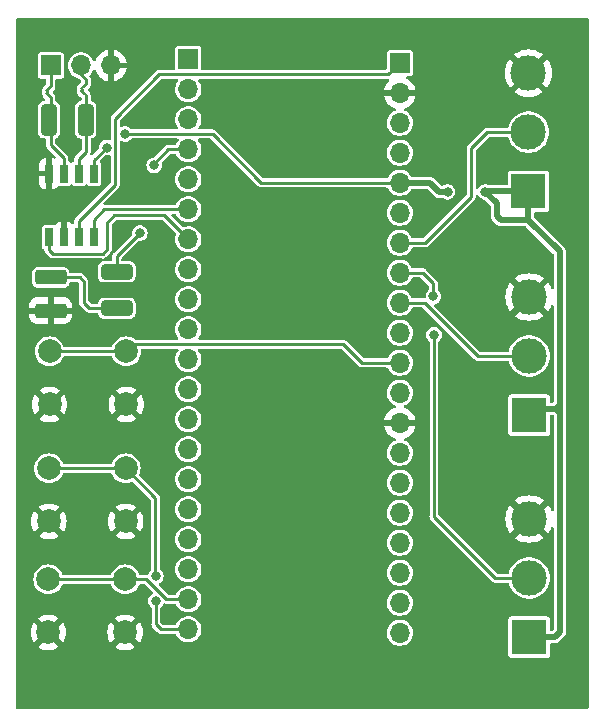
<source format=gbr>
%TF.GenerationSoftware,KiCad,Pcbnew,7.0.6*%
%TF.CreationDate,2024-04-09T21:05:34+03:00*%
%TF.ProjectId,ecu-emulator,6563752d-656d-4756-9c61-746f722e6b69,rev?*%
%TF.SameCoordinates,Original*%
%TF.FileFunction,Copper,L1,Top*%
%TF.FilePolarity,Positive*%
%FSLAX46Y46*%
G04 Gerber Fmt 4.6, Leading zero omitted, Abs format (unit mm)*
G04 Created by KiCad (PCBNEW 7.0.6) date 2024-04-09 21:05:34*
%MOMM*%
%LPD*%
G01*
G04 APERTURE LIST*
G04 Aperture macros list*
%AMRoundRect*
0 Rectangle with rounded corners*
0 $1 Rounding radius*
0 $2 $3 $4 $5 $6 $7 $8 $9 X,Y pos of 4 corners*
0 Add a 4 corners polygon primitive as box body*
4,1,4,$2,$3,$4,$5,$6,$7,$8,$9,$2,$3,0*
0 Add four circle primitives for the rounded corners*
1,1,$1+$1,$2,$3*
1,1,$1+$1,$4,$5*
1,1,$1+$1,$6,$7*
1,1,$1+$1,$8,$9*
0 Add four rect primitives between the rounded corners*
20,1,$1+$1,$2,$3,$4,$5,0*
20,1,$1+$1,$4,$5,$6,$7,0*
20,1,$1+$1,$6,$7,$8,$9,0*
20,1,$1+$1,$8,$9,$2,$3,0*%
G04 Aperture macros list end*
%TA.AperFunction,SMDPad,CuDef*%
%ADD10R,0.700000X1.550000*%
%TD*%
%TA.AperFunction,SMDPad,CuDef*%
%ADD11RoundRect,0.250000X-0.400000X-1.075000X0.400000X-1.075000X0.400000X1.075000X-0.400000X1.075000X0*%
%TD*%
%TA.AperFunction,ComponentPad*%
%ADD12R,3.000000X3.000000*%
%TD*%
%TA.AperFunction,ComponentPad*%
%ADD13C,3.000000*%
%TD*%
%TA.AperFunction,ComponentPad*%
%ADD14C,2.000000*%
%TD*%
%TA.AperFunction,SMDPad,CuDef*%
%ADD15RoundRect,0.250000X1.075000X-0.375000X1.075000X0.375000X-1.075000X0.375000X-1.075000X-0.375000X0*%
%TD*%
%TA.AperFunction,ComponentPad*%
%ADD16R,1.700000X1.700000*%
%TD*%
%TA.AperFunction,ComponentPad*%
%ADD17O,1.700000X1.700000*%
%TD*%
%TA.AperFunction,SMDPad,CuDef*%
%ADD18RoundRect,0.250000X-1.075000X0.400000X-1.075000X-0.400000X1.075000X-0.400000X1.075000X0.400000X0*%
%TD*%
%TA.AperFunction,ViaPad*%
%ADD19C,4.500000*%
%TD*%
%TA.AperFunction,ViaPad*%
%ADD20C,0.800000*%
%TD*%
%TA.AperFunction,Conductor*%
%ADD21C,0.250000*%
%TD*%
%TA.AperFunction,Conductor*%
%ADD22C,0.500000*%
%TD*%
G04 APERTURE END LIST*
D10*
%TO.P,IC1,1,TXD*%
%TO.N,CAN_TX*%
X113795000Y-68050000D03*
%TO.P,IC1,2,GND*%
%TO.N,GND*%
X115065000Y-68050000D03*
%TO.P,IC1,3,VCC*%
%TO.N,5V*%
X116335000Y-68050000D03*
%TO.P,IC1,4,RXD*%
%TO.N,CAN_RX*%
X117605000Y-68050000D03*
%TO.P,IC1,5,VIO*%
%TO.N,3V3*%
X117605000Y-62650000D03*
%TO.P,IC1,6,CANL*%
%TO.N,CAN_L*%
X116335000Y-62650000D03*
%TO.P,IC1,7,CANH*%
%TO.N,CAN_H*%
X115065000Y-62650000D03*
%TO.P,IC1,8,STBY*%
%TO.N,GND*%
X113795000Y-62650000D03*
%TD*%
D11*
%TO.P,R2,1*%
%TO.N,CAN_H*%
X113800000Y-58100000D03*
%TO.P,R2,2*%
%TO.N,CAN_L*%
X116900000Y-58100000D03*
%TD*%
D12*
%TO.P,OIL_TEMP1,1,1*%
%TO.N,3V3*%
X154450000Y-101900000D03*
D13*
%TO.P,OIL_TEMP1,2,2*%
%TO.N,ADC1*%
X154450000Y-96900000D03*
%TO.P,OIL_TEMP1,3,3*%
%TO.N,GND*%
X154450000Y-91900000D03*
%TD*%
D14*
%TO.P,LOW_BATT1,1,1*%
%TO.N,LOW_12VBAT_VOLTAGE*%
X113750000Y-97000000D03*
X120250000Y-97000000D03*
%TO.P,LOW_BATT1,2,2*%
%TO.N,GND*%
X113750000Y-101500000D03*
X120250000Y-101500000D03*
%TD*%
%TO.P,GEAR_SHIFT1,1,1*%
%TO.N,GEAR_SHIFT*%
X113850000Y-77700000D03*
X120350000Y-77700000D03*
%TO.P,GEAR_SHIFT1,2,2*%
%TO.N,GND*%
X113850000Y-82200000D03*
X120350000Y-82200000D03*
%TD*%
D15*
%TO.P,D1,1,K*%
%TO.N,GND*%
X113950000Y-74250000D03*
%TO.P,D1,2,A*%
%TO.N,Net-(D1-A)*%
X113950000Y-71450000D03*
%TD*%
D12*
%TO.P,RPM1,1,1*%
%TO.N,3V3*%
X154400000Y-64150000D03*
D13*
%TO.P,RPM1,2,2*%
%TO.N,ADC0*%
X154400000Y-59150000D03*
%TO.P,RPM1,3,3*%
%TO.N,GND*%
X154400000Y-54150000D03*
%TD*%
D12*
%TO.P,COOLANT_TEMP1,1,1*%
%TO.N,3V3*%
X154450000Y-83100000D03*
D13*
%TO.P,COOLANT_TEMP1,2,2*%
%TO.N,ADC2*%
X154450000Y-78100000D03*
%TO.P,COOLANT_TEMP1,3,3*%
%TO.N,GND*%
X154450000Y-73100000D03*
%TD*%
D16*
%TO.P,J3,1,Pin_1*%
%TO.N,unconnected-(J3-Pin_1-Pad1)*%
X125600000Y-52980000D03*
D17*
%TO.P,J3,2,Pin_2*%
%TO.N,unconnected-(J3-Pin_2-Pad2)*%
X125600000Y-55520000D03*
%TO.P,J3,3,Pin_3*%
%TO.N,unconnected-(J3-Pin_3-Pad3)*%
X125600000Y-58060000D03*
%TO.P,J3,4,Pin_4*%
%TO.N,CAN_STATUS*%
X125600000Y-60600000D03*
%TO.P,J3,5,Pin_5*%
%TO.N,unconnected-(J3-Pin_5-Pad5)*%
X125600000Y-63140000D03*
%TO.P,J3,6,Pin_6*%
%TO.N,CAN_RX*%
X125600000Y-65680000D03*
%TO.P,J3,7,Pin_7*%
%TO.N,CAN_TX*%
X125600000Y-68220000D03*
%TO.P,J3,8,Pin_8*%
%TO.N,unconnected-(J3-Pin_8-Pad8)*%
X125600000Y-70760000D03*
%TO.P,J3,9,Pin_9*%
%TO.N,unconnected-(J3-Pin_9-Pad9)*%
X125600000Y-73300000D03*
%TO.P,J3,10,Pin_10*%
%TO.N,unconnected-(J3-Pin_10-Pad10)*%
X125600000Y-75840000D03*
%TO.P,J3,11,Pin_11*%
%TO.N,unconnected-(J3-Pin_11-Pad11)*%
X125600000Y-78380000D03*
%TO.P,J3,12,Pin_12*%
%TO.N,unconnected-(J3-Pin_12-Pad12)*%
X125600000Y-80920000D03*
%TO.P,J3,13,Pin_13*%
%TO.N,unconnected-(J3-Pin_13-Pad13)*%
X125600000Y-83460000D03*
%TO.P,J3,14,Pin_14*%
%TO.N,unconnected-(J3-Pin_14-Pad14)*%
X125600000Y-86000000D03*
%TO.P,J3,15,Pin_15*%
%TO.N,unconnected-(J3-Pin_15-Pad15)*%
X125600000Y-88540000D03*
%TO.P,J3,16,Pin_16*%
%TO.N,unconnected-(J3-Pin_16-Pad16)*%
X125600000Y-91080000D03*
%TO.P,J3,17,Pin_17*%
%TO.N,unconnected-(J3-Pin_17-Pad17)*%
X125600000Y-93620000D03*
%TO.P,J3,18,Pin_18*%
%TO.N,unconnected-(J3-Pin_18-Pad18)*%
X125600000Y-96160000D03*
%TO.P,J3,19,Pin_19*%
%TO.N,LOW_12VBAT_VOLTAGE*%
X125600000Y-98700000D03*
%TO.P,J3,20,Pin_20*%
%TO.N,LOW_OIL_PRESSURE*%
X125600000Y-101240000D03*
%TD*%
D18*
%TO.P,R1,1*%
%TO.N,CAN_STATUS*%
X119550000Y-70950000D03*
%TO.P,R1,2*%
%TO.N,Net-(D1-A)*%
X119550000Y-74050000D03*
%TD*%
D16*
%TO.P,J2,1,Pin_1*%
%TO.N,5V*%
X143500000Y-53280000D03*
D17*
%TO.P,J2,2,Pin_2*%
%TO.N,GND*%
X143500000Y-55820000D03*
%TO.P,J2,3,Pin_3*%
%TO.N,unconnected-(J2-Pin_3-Pad3)*%
X143500000Y-58360000D03*
%TO.P,J2,4,Pin_4*%
%TO.N,unconnected-(J2-Pin_4-Pad4)*%
X143500000Y-60900000D03*
%TO.P,J2,5,Pin_5*%
%TO.N,3V3*%
X143500000Y-63440000D03*
%TO.P,J2,6,Pin_6*%
%TO.N,unconnected-(J2-Pin_6-Pad6)*%
X143500000Y-65980000D03*
%TO.P,J2,7,Pin_7*%
%TO.N,ADC0*%
X143500000Y-68520000D03*
%TO.P,J2,8,Pin_8*%
%TO.N,ADC1*%
X143500000Y-71060000D03*
%TO.P,J2,9,Pin_9*%
%TO.N,ADC2*%
X143500000Y-73600000D03*
%TO.P,J2,10,Pin_10*%
%TO.N,unconnected-(J2-Pin_10-Pad10)*%
X143500000Y-76140000D03*
%TO.P,J2,11,Pin_11*%
%TO.N,GEAR_SHIFT*%
X143500000Y-78680000D03*
%TO.P,J2,12,Pin_12*%
%TO.N,unconnected-(J2-Pin_12-Pad12)*%
X143500000Y-81220000D03*
%TO.P,J2,13,Pin_13*%
%TO.N,GND*%
X143500000Y-83760000D03*
%TO.P,J2,14,Pin_14*%
%TO.N,unconnected-(J2-Pin_14-Pad14)*%
X143500000Y-86300000D03*
%TO.P,J2,15,Pin_15*%
%TO.N,unconnected-(J2-Pin_15-Pad15)*%
X143500000Y-88840000D03*
%TO.P,J2,16,Pin_16*%
%TO.N,unconnected-(J2-Pin_16-Pad16)*%
X143500000Y-91380000D03*
%TO.P,J2,17,Pin_17*%
%TO.N,unconnected-(J2-Pin_17-Pad17)*%
X143500000Y-93920000D03*
%TO.P,J2,18,Pin_18*%
%TO.N,unconnected-(J2-Pin_18-Pad18)*%
X143500000Y-96460000D03*
%TO.P,J2,19,Pin_19*%
%TO.N,unconnected-(J2-Pin_19-Pad19)*%
X143500000Y-99000000D03*
%TO.P,J2,20,Pin_20*%
%TO.N,unconnected-(J2-Pin_20-Pad20)*%
X143500000Y-101540000D03*
%TD*%
D16*
%TO.P,J1,1,Pin_1*%
%TO.N,CAN_H*%
X113960000Y-53500000D03*
D17*
%TO.P,J1,2,Pin_2*%
%TO.N,CAN_L*%
X116500000Y-53500000D03*
%TO.P,J1,3,Pin_3*%
%TO.N,GND*%
X119040000Y-53500000D03*
%TD*%
D14*
%TO.P,LOW_OIL1,1,1*%
%TO.N,LOW_OIL_PRESSURE*%
X113800000Y-87600000D03*
X120300000Y-87600000D03*
%TO.P,LOW_OIL1,2,2*%
%TO.N,GND*%
X113800000Y-92100000D03*
X120300000Y-92100000D03*
%TD*%
D19*
%TO.N,GND*%
X139000000Y-67000000D03*
X133000000Y-99000000D03*
D20*
X121250000Y-61300000D03*
D19*
X133000000Y-59000000D03*
D20*
%TO.N,3V3*%
X147550000Y-64200000D03*
X150750000Y-64200000D03*
X118675500Y-60450000D03*
X120250000Y-59300000D03*
%TO.N,ADC1*%
X146400000Y-76300000D03*
X146350000Y-73050000D03*
%TO.N,CAN_STATUS*%
X122700000Y-61950000D03*
X121500000Y-67700000D03*
%TO.N,LOW_OIL_PRESSURE*%
X122850000Y-96750000D03*
X122862701Y-98837299D03*
%TD*%
D21*
%TO.N,Net-(D1-A)*%
X119550000Y-74050000D02*
X117200000Y-74050000D01*
X116750000Y-73600000D02*
X116750000Y-71800000D01*
X117200000Y-74050000D02*
X116750000Y-73600000D01*
X116750000Y-71800000D02*
X116400000Y-71450000D01*
X116400000Y-71450000D02*
X113950000Y-71450000D01*
%TO.N,CAN_TX*%
X118750000Y-69050000D02*
X118750000Y-66800000D01*
X114150000Y-69450000D02*
X118350000Y-69450000D01*
X118750000Y-66800000D02*
X119350000Y-66200000D01*
X113795000Y-69095000D02*
X114150000Y-69450000D01*
X113795000Y-68050000D02*
X113795000Y-69095000D01*
X119350000Y-66200000D02*
X123580000Y-66200000D01*
X125083604Y-68220000D02*
X125600000Y-68220000D01*
X118350000Y-69450000D02*
X118750000Y-69050000D01*
X123580000Y-66200000D02*
X125600000Y-68220000D01*
%TO.N,5V*%
X119400000Y-63600000D02*
X119400000Y-58000000D01*
X119400000Y-58000000D02*
X123150000Y-54250000D01*
X116335000Y-66665000D02*
X119400000Y-63600000D01*
X142530000Y-54250000D02*
X143500000Y-53280000D01*
X123150000Y-54250000D02*
X142530000Y-54250000D01*
X116335000Y-68050000D02*
X116335000Y-66665000D01*
%TO.N,CAN_RX*%
X125600000Y-65680000D02*
X118470000Y-65680000D01*
X117605000Y-66545000D02*
X117605000Y-68050000D01*
X118470000Y-65680000D02*
X117605000Y-66545000D01*
D22*
%TO.N,3V3*%
X152050000Y-66600000D02*
X154400000Y-66600000D01*
X157050000Y-69250000D02*
X157050000Y-82000000D01*
D21*
X120250000Y-59300000D02*
X127650000Y-59300000D01*
D22*
X156700000Y-82550000D02*
X155100000Y-82550000D01*
X150750000Y-64200000D02*
X151700000Y-65150000D01*
X157050000Y-82200000D02*
X156700000Y-82550000D01*
X146800000Y-64200000D02*
X146040000Y-63440000D01*
X146040000Y-63440000D02*
X143500000Y-63440000D01*
X147550000Y-64200000D02*
X146800000Y-64200000D01*
D21*
X117605000Y-61520500D02*
X117605000Y-62650000D01*
X118675500Y-60450000D02*
X117605000Y-61520500D01*
D22*
X155100000Y-82550000D02*
X155050000Y-82500000D01*
X154400000Y-66600000D02*
X157050000Y-69250000D01*
D21*
X131790000Y-63440000D02*
X143500000Y-63440000D01*
D22*
X157050000Y-101500000D02*
X156650000Y-101900000D01*
X157050000Y-82000000D02*
X157050000Y-83050000D01*
X157050000Y-82900000D02*
X156700000Y-82550000D01*
X151700000Y-66250000D02*
X152050000Y-66600000D01*
D21*
X155050000Y-82500000D02*
X154450000Y-83100000D01*
D22*
X156650000Y-101900000D02*
X154450000Y-101900000D01*
X157050000Y-83050000D02*
X157050000Y-82900000D01*
X154400000Y-64150000D02*
X154400000Y-66600000D01*
X157050000Y-82000000D02*
X157050000Y-82200000D01*
X151700000Y-65150000D02*
X151700000Y-66250000D01*
D21*
X127650000Y-59300000D02*
X131790000Y-63440000D01*
D22*
X157050000Y-83050000D02*
X157050000Y-101500000D01*
X150800000Y-64150000D02*
X150750000Y-64200000D01*
X154400000Y-64150000D02*
X150800000Y-64150000D01*
D21*
%TO.N,CAN_L*%
X116950000Y-55062252D02*
X116950000Y-54850000D01*
X116900000Y-58100000D02*
X116950000Y-58150000D01*
X116756126Y-55856126D02*
X116756125Y-55856126D01*
X116335000Y-61415000D02*
X116950000Y-60800000D01*
X116950000Y-54700000D02*
X116500000Y-54250000D01*
X116950000Y-54850000D02*
X116950000Y-54700000D01*
X116500000Y-54250000D02*
X116500000Y-53500000D01*
X116950000Y-60800000D02*
X116950000Y-56050000D01*
X116756125Y-55256126D02*
X116756126Y-55256126D01*
X116335000Y-62650000D02*
X116335000Y-61415000D01*
X116562251Y-55662252D02*
X116562251Y-55450000D01*
X116949974Y-56050000D02*
G75*
G03*
X116756126Y-55856126I-193874J0D01*
G01*
X116562274Y-55662252D02*
G75*
G03*
X116756125Y-55856126I193826J-48D01*
G01*
X116756125Y-55256151D02*
G75*
G03*
X116562251Y-55450000I-25J-193849D01*
G01*
X116756126Y-55256200D02*
G75*
G03*
X116950000Y-55062252I-26J193900D01*
G01*
%TO.N,CAN_H*%
X113616349Y-55856350D02*
X113616349Y-55600000D01*
X113788175Y-56028175D02*
X113788174Y-56028175D01*
X113960000Y-60260000D02*
X113960000Y-56200000D01*
X113960000Y-55000000D02*
X113960000Y-53500000D01*
X115065000Y-62650000D02*
X115065000Y-61365000D01*
X115065000Y-61365000D02*
X113960000Y-60260000D01*
X113960000Y-55256350D02*
X113960000Y-55000000D01*
X113788174Y-55428175D02*
X113788175Y-55428175D01*
X113788175Y-55428200D02*
G75*
G03*
X113960000Y-55256350I25J171800D01*
G01*
X113788174Y-55428149D02*
G75*
G03*
X113616349Y-55600000I26J-171851D01*
G01*
X113616425Y-55856350D02*
G75*
G03*
X113788174Y-56028175I171775J-50D01*
G01*
X113960025Y-56200000D02*
G75*
G03*
X113788175Y-56028175I-171825J0D01*
G01*
%TO.N,ADC0*%
X145630000Y-68520000D02*
X149550000Y-64600000D01*
X149550000Y-64600000D02*
X149550000Y-60500000D01*
X149550000Y-60500000D02*
X150900000Y-59150000D01*
X150900000Y-59150000D02*
X154400000Y-59150000D01*
X143500000Y-68520000D02*
X145630000Y-68520000D01*
%TO.N,ADC1*%
X146400000Y-91700000D02*
X146400000Y-76300000D01*
X151600000Y-96900000D02*
X146400000Y-91700000D01*
X145460000Y-71060000D02*
X143500000Y-71060000D01*
X146350000Y-71950000D02*
X145460000Y-71060000D01*
X146350000Y-73050000D02*
X146350000Y-71950000D01*
X154450000Y-96900000D02*
X151600000Y-96900000D01*
%TO.N,ADC2*%
X154450000Y-78100000D02*
X150100000Y-78100000D01*
X145600000Y-73600000D02*
X143500000Y-73600000D01*
X150100000Y-78100000D02*
X145600000Y-73600000D01*
%TO.N,GEAR_SHIFT*%
X120950000Y-77100000D02*
X138700000Y-77100000D01*
X138700000Y-77100000D02*
X140280000Y-78680000D01*
X113850000Y-77700000D02*
X120350000Y-77700000D01*
X140280000Y-78680000D02*
X143500000Y-78680000D01*
X120350000Y-77700000D02*
X120950000Y-77100000D01*
%TO.N,CAN_STATUS*%
X122700000Y-61800000D02*
X123900000Y-60600000D01*
X122700000Y-61950000D02*
X122700000Y-61800000D01*
X123900000Y-60600000D02*
X125600000Y-60600000D01*
X119550000Y-69650000D02*
X119550000Y-70950000D01*
X121500000Y-67700000D02*
X119550000Y-69650000D01*
%TO.N,LOW_12VBAT_VOLTAGE*%
X122050000Y-97000000D02*
X123750000Y-98700000D01*
X113750000Y-97000000D02*
X120250000Y-97000000D01*
X120250000Y-97000000D02*
X122050000Y-97000000D01*
X123750000Y-98700000D02*
X125600000Y-98700000D01*
%TO.N,LOW_OIL_PRESSURE*%
X122800000Y-90100000D02*
X120300000Y-87600000D01*
X113800000Y-87600000D02*
X120300000Y-87600000D01*
X122862701Y-100812701D02*
X123290000Y-101240000D01*
X123290000Y-101240000D02*
X125600000Y-101240000D01*
X122862701Y-98837299D02*
X122862701Y-100812701D01*
X122850000Y-96750000D02*
X122800000Y-96700000D01*
X122800000Y-96700000D02*
X122800000Y-90100000D01*
%TD*%
%TA.AperFunction,Conductor*%
%TO.N,GND*%
G36*
X159442539Y-49520185D02*
G01*
X159488294Y-49572989D01*
X159499500Y-49624500D01*
X159499500Y-107875500D01*
X159479815Y-107942539D01*
X159427011Y-107988294D01*
X159375500Y-107999500D01*
X111124500Y-107999500D01*
X111057461Y-107979815D01*
X111011706Y-107927011D01*
X111000500Y-107875500D01*
X111000500Y-101500005D01*
X112244858Y-101500005D01*
X112265385Y-101747729D01*
X112265387Y-101747738D01*
X112326412Y-101988717D01*
X112426266Y-102216364D01*
X112526564Y-102369882D01*
X113224070Y-101672375D01*
X113226884Y-101685915D01*
X113296442Y-101820156D01*
X113399638Y-101930652D01*
X113528819Y-102009209D01*
X113580002Y-102023549D01*
X112879942Y-102723609D01*
X112926768Y-102760055D01*
X112926770Y-102760056D01*
X113145385Y-102878364D01*
X113145396Y-102878369D01*
X113380506Y-102959083D01*
X113625707Y-103000000D01*
X113874293Y-103000000D01*
X114119493Y-102959083D01*
X114354603Y-102878369D01*
X114354614Y-102878364D01*
X114573228Y-102760057D01*
X114573231Y-102760055D01*
X114620056Y-102723609D01*
X113921568Y-102025121D01*
X114038458Y-101974349D01*
X114155739Y-101878934D01*
X114242928Y-101755415D01*
X114273354Y-101669802D01*
X114973434Y-102369882D01*
X115073731Y-102216369D01*
X115173587Y-101988717D01*
X115234612Y-101747738D01*
X115234614Y-101747729D01*
X115255141Y-101500005D01*
X118744858Y-101500005D01*
X118765385Y-101747729D01*
X118765387Y-101747738D01*
X118826412Y-101988717D01*
X118926266Y-102216364D01*
X119026564Y-102369882D01*
X119724070Y-101672376D01*
X119726884Y-101685915D01*
X119796442Y-101820156D01*
X119899638Y-101930652D01*
X120028819Y-102009209D01*
X120080002Y-102023549D01*
X119379942Y-102723609D01*
X119426768Y-102760055D01*
X119426770Y-102760056D01*
X119645385Y-102878364D01*
X119645396Y-102878369D01*
X119880506Y-102959083D01*
X120125707Y-103000000D01*
X120374293Y-103000000D01*
X120619493Y-102959083D01*
X120854603Y-102878369D01*
X120854614Y-102878364D01*
X121073228Y-102760057D01*
X121073231Y-102760055D01*
X121120056Y-102723609D01*
X120421568Y-102025121D01*
X120538458Y-101974349D01*
X120655739Y-101878934D01*
X120742928Y-101755415D01*
X120773355Y-101669801D01*
X121473434Y-102369882D01*
X121573731Y-102216369D01*
X121673587Y-101988717D01*
X121734612Y-101747738D01*
X121734614Y-101747729D01*
X121755141Y-101500005D01*
X121755141Y-101499994D01*
X121734614Y-101252270D01*
X121734612Y-101252261D01*
X121673587Y-101011282D01*
X121573731Y-100783630D01*
X121473434Y-100630116D01*
X120775928Y-101327621D01*
X120773116Y-101314085D01*
X120703558Y-101179844D01*
X120600362Y-101069348D01*
X120471181Y-100990791D01*
X120419997Y-100976450D01*
X121120057Y-100276390D01*
X121120056Y-100276389D01*
X121073229Y-100239943D01*
X120854614Y-100121635D01*
X120854603Y-100121630D01*
X120619493Y-100040916D01*
X120374293Y-100000000D01*
X120125707Y-100000000D01*
X119880506Y-100040916D01*
X119645396Y-100121630D01*
X119645390Y-100121632D01*
X119426761Y-100239949D01*
X119379942Y-100276388D01*
X119379942Y-100276390D01*
X120078431Y-100974878D01*
X119961542Y-101025651D01*
X119844261Y-101121066D01*
X119757072Y-101244585D01*
X119726645Y-101330197D01*
X119026564Y-100630116D01*
X118926267Y-100783632D01*
X118826412Y-101011282D01*
X118765387Y-101252261D01*
X118765385Y-101252270D01*
X118744858Y-101499994D01*
X118744858Y-101500005D01*
X115255141Y-101500005D01*
X115255141Y-101499994D01*
X115234614Y-101252270D01*
X115234612Y-101252261D01*
X115173587Y-101011282D01*
X115073731Y-100783630D01*
X114973434Y-100630116D01*
X114275928Y-101327621D01*
X114273116Y-101314085D01*
X114203558Y-101179844D01*
X114100362Y-101069348D01*
X113971181Y-100990791D01*
X113919997Y-100976450D01*
X114620057Y-100276390D01*
X114620056Y-100276389D01*
X114573229Y-100239943D01*
X114354614Y-100121635D01*
X114354603Y-100121630D01*
X114119493Y-100040916D01*
X113874293Y-100000000D01*
X113625707Y-100000000D01*
X113380506Y-100040916D01*
X113145396Y-100121630D01*
X113145390Y-100121632D01*
X112926761Y-100239949D01*
X112879942Y-100276388D01*
X112879942Y-100276390D01*
X113578431Y-100974878D01*
X113461542Y-101025651D01*
X113344261Y-101121066D01*
X113257072Y-101244585D01*
X113226645Y-101330197D01*
X112526564Y-100630116D01*
X112426267Y-100783632D01*
X112326412Y-101011282D01*
X112265387Y-101252261D01*
X112265385Y-101252270D01*
X112244858Y-101499994D01*
X112244858Y-101500005D01*
X111000500Y-101500005D01*
X111000500Y-97000002D01*
X112490708Y-97000002D01*
X112508842Y-97207287D01*
X112509839Y-97218674D01*
X112566653Y-97430703D01*
X112566654Y-97430706D01*
X112566655Y-97430708D01*
X112659419Y-97629642D01*
X112659423Y-97629650D01*
X112785322Y-97809452D01*
X112785327Y-97809458D01*
X112940541Y-97964672D01*
X112940547Y-97964677D01*
X113120349Y-98090576D01*
X113120351Y-98090577D01*
X113120354Y-98090579D01*
X113319297Y-98183347D01*
X113531326Y-98240161D01*
X113674823Y-98252715D01*
X113749998Y-98259292D01*
X113750000Y-98259292D01*
X113750002Y-98259292D01*
X113825177Y-98252715D01*
X113968674Y-98240161D01*
X114180703Y-98183347D01*
X114379646Y-98090579D01*
X114559457Y-97964674D01*
X114714674Y-97809457D01*
X114840579Y-97629646D01*
X114915365Y-97469266D01*
X114923838Y-97451096D01*
X114970010Y-97398656D01*
X115036220Y-97379500D01*
X118963780Y-97379500D01*
X119030819Y-97399185D01*
X119076162Y-97451096D01*
X119159419Y-97629642D01*
X119159423Y-97629650D01*
X119285322Y-97809452D01*
X119285327Y-97809458D01*
X119440541Y-97964672D01*
X119440547Y-97964677D01*
X119620349Y-98090576D01*
X119620351Y-98090577D01*
X119620354Y-98090579D01*
X119819297Y-98183347D01*
X120031326Y-98240161D01*
X120174823Y-98252715D01*
X120249998Y-98259292D01*
X120250000Y-98259292D01*
X120250002Y-98259292D01*
X120325177Y-98252715D01*
X120468674Y-98240161D01*
X120680703Y-98183347D01*
X120879646Y-98090579D01*
X121059457Y-97964674D01*
X121214674Y-97809457D01*
X121340579Y-97629646D01*
X121415365Y-97469266D01*
X121423838Y-97451096D01*
X121470010Y-97398656D01*
X121536220Y-97379500D01*
X121841444Y-97379500D01*
X121908483Y-97399185D01*
X121929125Y-97415819D01*
X122578758Y-98065453D01*
X122612243Y-98126776D01*
X122607259Y-98196468D01*
X122565387Y-98252401D01*
X122548703Y-98262930D01*
X122488173Y-98294698D01*
X122488171Y-98294700D01*
X122369207Y-98400093D01*
X122369201Y-98400100D01*
X122278915Y-98530901D01*
X122222551Y-98679517D01*
X122203394Y-98837298D01*
X122203394Y-98837299D01*
X122222551Y-98995080D01*
X122278915Y-99143696D01*
X122320413Y-99203816D01*
X122369203Y-99274500D01*
X122369205Y-99274502D01*
X122369207Y-99274504D01*
X122441428Y-99338486D01*
X122478555Y-99397675D01*
X122483201Y-99431301D01*
X122483201Y-100760480D01*
X122480562Y-100785928D01*
X122478281Y-100796801D01*
X122482724Y-100832440D01*
X122483201Y-100840117D01*
X122483201Y-100844144D01*
X122485930Y-100860500D01*
X122487084Y-100867417D01*
X122493949Y-100922488D01*
X122496206Y-100930068D01*
X122498800Y-100937624D01*
X122498801Y-100937628D01*
X122498802Y-100937631D01*
X122498803Y-100937632D01*
X122525197Y-100986405D01*
X122549576Y-101036271D01*
X122554173Y-101042709D01*
X122559083Y-101049018D01*
X122599887Y-101086582D01*
X122984728Y-101471422D01*
X123000852Y-101491277D01*
X123006932Y-101500582D01*
X123035285Y-101522650D01*
X123041036Y-101527730D01*
X123043887Y-101530581D01*
X123043890Y-101530583D01*
X123063093Y-101544294D01*
X123078360Y-101556177D01*
X123106881Y-101578375D01*
X123106885Y-101578376D01*
X123113877Y-101582160D01*
X123121018Y-101585651D01*
X123121021Y-101585653D01*
X123174182Y-101601479D01*
X123226673Y-101619500D01*
X123226676Y-101619500D01*
X123234481Y-101620803D01*
X123242407Y-101621791D01*
X123242410Y-101621792D01*
X123242412Y-101621791D01*
X123242413Y-101621792D01*
X123283971Y-101620073D01*
X123297825Y-101619500D01*
X124478337Y-101619500D01*
X124545376Y-101639185D01*
X124589337Y-101688228D01*
X124656912Y-101823935D01*
X124780269Y-101987287D01*
X124931537Y-102125185D01*
X124931539Y-102125187D01*
X125105569Y-102232942D01*
X125105575Y-102232945D01*
X125107715Y-102233774D01*
X125296444Y-102306888D01*
X125497653Y-102344500D01*
X125497656Y-102344500D01*
X125702344Y-102344500D01*
X125702347Y-102344500D01*
X125903556Y-102306888D01*
X126094427Y-102232944D01*
X126268462Y-102125186D01*
X126419732Y-101987285D01*
X126543088Y-101823935D01*
X126634328Y-101640701D01*
X126662980Y-101540000D01*
X142390768Y-101540000D01*
X142409654Y-101743816D01*
X142409654Y-101743818D01*
X142409655Y-101743821D01*
X142452694Y-101895087D01*
X142465673Y-101940704D01*
X142556912Y-102123935D01*
X142680269Y-102287287D01*
X142831537Y-102425185D01*
X142831539Y-102425187D01*
X143005569Y-102532942D01*
X143005575Y-102532945D01*
X143046010Y-102548609D01*
X143196444Y-102606888D01*
X143397653Y-102644500D01*
X143397656Y-102644500D01*
X143602344Y-102644500D01*
X143602347Y-102644500D01*
X143803556Y-102606888D01*
X143994427Y-102532944D01*
X144168462Y-102425186D01*
X144313380Y-102293076D01*
X144319730Y-102287287D01*
X144323534Y-102282250D01*
X144443088Y-102123935D01*
X144534328Y-101940701D01*
X144590345Y-101743821D01*
X144609232Y-101540000D01*
X144607842Y-101525005D01*
X144602015Y-101462114D01*
X144590345Y-101336179D01*
X144534328Y-101139299D01*
X144443088Y-100956065D01*
X144376144Y-100867417D01*
X144319730Y-100792712D01*
X144168462Y-100654814D01*
X144168460Y-100654812D01*
X143994430Y-100547057D01*
X143994424Y-100547054D01*
X143843993Y-100488777D01*
X143803556Y-100473112D01*
X143602347Y-100435500D01*
X143397653Y-100435500D01*
X143196444Y-100473112D01*
X143196441Y-100473112D01*
X143196441Y-100473113D01*
X143005575Y-100547054D01*
X143005569Y-100547057D01*
X142831539Y-100654812D01*
X142831537Y-100654814D01*
X142680269Y-100792712D01*
X142556912Y-100956064D01*
X142465673Y-101139295D01*
X142465671Y-101139299D01*
X142465672Y-101139299D01*
X142412169Y-101327345D01*
X142409654Y-101336183D01*
X142390768Y-101539999D01*
X142390768Y-101540000D01*
X126662980Y-101540000D01*
X126690345Y-101443821D01*
X126709232Y-101240000D01*
X126690345Y-101036179D01*
X126634328Y-100839299D01*
X126543088Y-100656065D01*
X126419732Y-100492715D01*
X126419730Y-100492712D01*
X126268462Y-100354814D01*
X126268460Y-100354812D01*
X126094430Y-100247057D01*
X126094424Y-100247054D01*
X125943993Y-100188777D01*
X125903556Y-100173112D01*
X125702347Y-100135500D01*
X125497653Y-100135500D01*
X125296444Y-100173112D01*
X125296441Y-100173112D01*
X125296441Y-100173113D01*
X125105575Y-100247054D01*
X125105569Y-100247057D01*
X124931539Y-100354812D01*
X124931537Y-100354814D01*
X124780269Y-100492712D01*
X124656912Y-100656064D01*
X124589337Y-100791772D01*
X124541834Y-100843009D01*
X124478337Y-100860500D01*
X123498556Y-100860500D01*
X123431517Y-100840815D01*
X123410875Y-100824181D01*
X123278519Y-100691825D01*
X123245034Y-100630502D01*
X123242200Y-100604144D01*
X123242200Y-100040916D01*
X123242200Y-99431297D01*
X123261885Y-99364262D01*
X123283969Y-99338489D01*
X123356199Y-99274500D01*
X123446488Y-99143694D01*
X123452680Y-99127365D01*
X123494856Y-99071666D01*
X123560453Y-99047608D01*
X123604003Y-99052494D01*
X123617424Y-99056490D01*
X123634184Y-99061480D01*
X123650632Y-99067126D01*
X123686673Y-99079500D01*
X123686675Y-99079500D01*
X123694481Y-99080803D01*
X123702407Y-99081791D01*
X123702410Y-99081792D01*
X123702412Y-99081791D01*
X123702413Y-99081792D01*
X123743971Y-99080073D01*
X123757825Y-99079500D01*
X124478337Y-99079500D01*
X124545376Y-99099185D01*
X124589337Y-99148228D01*
X124656912Y-99283935D01*
X124780269Y-99447287D01*
X124931537Y-99585185D01*
X124931539Y-99585187D01*
X125105569Y-99692942D01*
X125105575Y-99692945D01*
X125146010Y-99708609D01*
X125296444Y-99766888D01*
X125497653Y-99804500D01*
X125497656Y-99804500D01*
X125702344Y-99804500D01*
X125702347Y-99804500D01*
X125903556Y-99766888D01*
X126094427Y-99692944D01*
X126268462Y-99585186D01*
X126419732Y-99447285D01*
X126543088Y-99283935D01*
X126634328Y-99100701D01*
X126662980Y-99000000D01*
X142390768Y-99000000D01*
X142409654Y-99203816D01*
X142409654Y-99203818D01*
X142409655Y-99203821D01*
X142455304Y-99364262D01*
X142465673Y-99400704D01*
X142556912Y-99583935D01*
X142680269Y-99747287D01*
X142831537Y-99885185D01*
X142831539Y-99885187D01*
X143005569Y-99992942D01*
X143005575Y-99992945D01*
X143046010Y-100008609D01*
X143196444Y-100066888D01*
X143397653Y-100104500D01*
X143397656Y-100104500D01*
X143602344Y-100104500D01*
X143602347Y-100104500D01*
X143803556Y-100066888D01*
X143994427Y-99992944D01*
X144168462Y-99885186D01*
X144319732Y-99747285D01*
X144443088Y-99583935D01*
X144534328Y-99400701D01*
X144590345Y-99203821D01*
X144609232Y-99000000D01*
X144590345Y-98796179D01*
X144534328Y-98599299D01*
X144443088Y-98416065D01*
X144319732Y-98252715D01*
X144319730Y-98252712D01*
X144168462Y-98114814D01*
X144168460Y-98114812D01*
X143994430Y-98007057D01*
X143994424Y-98007054D01*
X143843993Y-97948777D01*
X143803556Y-97933112D01*
X143602347Y-97895500D01*
X143397653Y-97895500D01*
X143196444Y-97933112D01*
X143196441Y-97933112D01*
X143196441Y-97933113D01*
X143005575Y-98007054D01*
X143005569Y-98007057D01*
X142831539Y-98114812D01*
X142831537Y-98114814D01*
X142680269Y-98252712D01*
X142556912Y-98416064D01*
X142465673Y-98599295D01*
X142409654Y-98796183D01*
X142390768Y-98999999D01*
X142390768Y-99000000D01*
X126662980Y-99000000D01*
X126690345Y-98903821D01*
X126709232Y-98700000D01*
X126690345Y-98496179D01*
X126634328Y-98299299D01*
X126543088Y-98116065D01*
X126428763Y-97964674D01*
X126419730Y-97952712D01*
X126268462Y-97814814D01*
X126268460Y-97814812D01*
X126094430Y-97707057D01*
X126094424Y-97707054D01*
X125943993Y-97648777D01*
X125903556Y-97633112D01*
X125702347Y-97595500D01*
X125497653Y-97595500D01*
X125296444Y-97633112D01*
X125296441Y-97633112D01*
X125296441Y-97633113D01*
X125105575Y-97707054D01*
X125105569Y-97707057D01*
X124931539Y-97814812D01*
X124931537Y-97814814D01*
X124780269Y-97952712D01*
X124656912Y-98116064D01*
X124589337Y-98251772D01*
X124541834Y-98303009D01*
X124478337Y-98320500D01*
X123958556Y-98320500D01*
X123891517Y-98300815D01*
X123870875Y-98284181D01*
X123117283Y-97530589D01*
X123083798Y-97469266D01*
X123088782Y-97399574D01*
X123130654Y-97343641D01*
X123147334Y-97333113D01*
X123224529Y-97292599D01*
X123343498Y-97187201D01*
X123433787Y-97056395D01*
X123490149Y-96907782D01*
X123509307Y-96750000D01*
X123490149Y-96592218D01*
X123433787Y-96443605D01*
X123343498Y-96312799D01*
X123343496Y-96312797D01*
X123221272Y-96204515D01*
X123193351Y-96160000D01*
X124490768Y-96160000D01*
X124509654Y-96363816D01*
X124509654Y-96363818D01*
X124509655Y-96363821D01*
X124565672Y-96560701D01*
X124565673Y-96560704D01*
X124656912Y-96743935D01*
X124780269Y-96907287D01*
X124931537Y-97045185D01*
X124931539Y-97045187D01*
X125105569Y-97152942D01*
X125105575Y-97152945D01*
X125146010Y-97168609D01*
X125296444Y-97226888D01*
X125497653Y-97264500D01*
X125497656Y-97264500D01*
X125702344Y-97264500D01*
X125702347Y-97264500D01*
X125903556Y-97226888D01*
X126094427Y-97152944D01*
X126268462Y-97045186D01*
X126419732Y-96907285D01*
X126543088Y-96743935D01*
X126634328Y-96560701D01*
X126662980Y-96460000D01*
X142390768Y-96460000D01*
X142409654Y-96663816D01*
X142409654Y-96663818D01*
X142409655Y-96663821D01*
X142465672Y-96860701D01*
X142465673Y-96860704D01*
X142556912Y-97043935D01*
X142680269Y-97207287D01*
X142831537Y-97345185D01*
X142831539Y-97345187D01*
X143005569Y-97452942D01*
X143005575Y-97452945D01*
X143046010Y-97468609D01*
X143196444Y-97526888D01*
X143397653Y-97564500D01*
X143397656Y-97564500D01*
X143602344Y-97564500D01*
X143602347Y-97564500D01*
X143803556Y-97526888D01*
X143994427Y-97452944D01*
X144168462Y-97345186D01*
X144307239Y-97218674D01*
X144319730Y-97207287D01*
X144319732Y-97207285D01*
X144443088Y-97043935D01*
X144534328Y-96860701D01*
X144590345Y-96663821D01*
X144609232Y-96460000D01*
X144607712Y-96443602D01*
X144600925Y-96370354D01*
X144590345Y-96256179D01*
X144534328Y-96059299D01*
X144443088Y-95876065D01*
X144319732Y-95712715D01*
X144319730Y-95712712D01*
X144168462Y-95574814D01*
X144168460Y-95574812D01*
X143994430Y-95467057D01*
X143994424Y-95467054D01*
X143843993Y-95408777D01*
X143803556Y-95393112D01*
X143602347Y-95355500D01*
X143397653Y-95355500D01*
X143196444Y-95393112D01*
X143196441Y-95393112D01*
X143196441Y-95393113D01*
X143005575Y-95467054D01*
X143005569Y-95467057D01*
X142831539Y-95574812D01*
X142831537Y-95574814D01*
X142680269Y-95712712D01*
X142556912Y-95876064D01*
X142465673Y-96059295D01*
X142465671Y-96059299D01*
X142465672Y-96059299D01*
X142423534Y-96207401D01*
X142409654Y-96256183D01*
X142390768Y-96459999D01*
X142390768Y-96460000D01*
X126662980Y-96460000D01*
X126690345Y-96363821D01*
X126709232Y-96160000D01*
X126690345Y-95956179D01*
X126634328Y-95759299D01*
X126543088Y-95576065D01*
X126419732Y-95412715D01*
X126419730Y-95412712D01*
X126268462Y-95274814D01*
X126268460Y-95274812D01*
X126094430Y-95167057D01*
X126094424Y-95167054D01*
X125943993Y-95108777D01*
X125903556Y-95093112D01*
X125702347Y-95055500D01*
X125497653Y-95055500D01*
X125296444Y-95093112D01*
X125296441Y-95093112D01*
X125296441Y-95093113D01*
X125105575Y-95167054D01*
X125105569Y-95167057D01*
X124931539Y-95274812D01*
X124931537Y-95274814D01*
X124780269Y-95412712D01*
X124656912Y-95576064D01*
X124565673Y-95759295D01*
X124509654Y-95956183D01*
X124490768Y-96159999D01*
X124490768Y-96160000D01*
X123193351Y-96160000D01*
X123184146Y-96145325D01*
X123179500Y-96111700D01*
X123179500Y-93620000D01*
X124490768Y-93620000D01*
X124509654Y-93823816D01*
X124509654Y-93823818D01*
X124509655Y-93823821D01*
X124537020Y-93919999D01*
X124565673Y-94020704D01*
X124656912Y-94203935D01*
X124780269Y-94367287D01*
X124931537Y-94505185D01*
X124931539Y-94505187D01*
X125105569Y-94612942D01*
X125105575Y-94612945D01*
X125146010Y-94628609D01*
X125296444Y-94686888D01*
X125497653Y-94724500D01*
X125497656Y-94724500D01*
X125702344Y-94724500D01*
X125702347Y-94724500D01*
X125903556Y-94686888D01*
X126094427Y-94612944D01*
X126268462Y-94505186D01*
X126419732Y-94367285D01*
X126543088Y-94203935D01*
X126634328Y-94020701D01*
X126662980Y-93920000D01*
X142390768Y-93920000D01*
X142409654Y-94123816D01*
X142409654Y-94123818D01*
X142409655Y-94123821D01*
X142465672Y-94320701D01*
X142465673Y-94320704D01*
X142556912Y-94503935D01*
X142680269Y-94667287D01*
X142831537Y-94805185D01*
X142831539Y-94805187D01*
X143005569Y-94912942D01*
X143005575Y-94912945D01*
X143046010Y-94928609D01*
X143196444Y-94986888D01*
X143397653Y-95024500D01*
X143397656Y-95024500D01*
X143602344Y-95024500D01*
X143602347Y-95024500D01*
X143803556Y-94986888D01*
X143994427Y-94912944D01*
X144168462Y-94805186D01*
X144319732Y-94667285D01*
X144443088Y-94503935D01*
X144534328Y-94320701D01*
X144590345Y-94123821D01*
X144609232Y-93920000D01*
X144590345Y-93716179D01*
X144534328Y-93519299D01*
X144443088Y-93336065D01*
X144319732Y-93172715D01*
X144319730Y-93172712D01*
X144168462Y-93034814D01*
X144168460Y-93034812D01*
X143994430Y-92927057D01*
X143994424Y-92927054D01*
X143843993Y-92868777D01*
X143803556Y-92853112D01*
X143602347Y-92815500D01*
X143397653Y-92815500D01*
X143196444Y-92853112D01*
X143196441Y-92853112D01*
X143196441Y-92853113D01*
X143005575Y-92927054D01*
X143005569Y-92927057D01*
X142831539Y-93034812D01*
X142831537Y-93034814D01*
X142680269Y-93172712D01*
X142556912Y-93336064D01*
X142465673Y-93519295D01*
X142409654Y-93716183D01*
X142390768Y-93919999D01*
X142390768Y-93920000D01*
X126662980Y-93920000D01*
X126690345Y-93823821D01*
X126709232Y-93620000D01*
X126690345Y-93416179D01*
X126634328Y-93219299D01*
X126543088Y-93036065D01*
X126419732Y-92872715D01*
X126419730Y-92872712D01*
X126268462Y-92734814D01*
X126268460Y-92734812D01*
X126094430Y-92627057D01*
X126094424Y-92627054D01*
X125943006Y-92568395D01*
X125903556Y-92553112D01*
X125702347Y-92515500D01*
X125497653Y-92515500D01*
X125296444Y-92553112D01*
X125296441Y-92553112D01*
X125296441Y-92553113D01*
X125105575Y-92627054D01*
X125105569Y-92627057D01*
X124931539Y-92734812D01*
X124931537Y-92734814D01*
X124780269Y-92872712D01*
X124656912Y-93036064D01*
X124565673Y-93219295D01*
X124509654Y-93416183D01*
X124490768Y-93619999D01*
X124490768Y-93620000D01*
X123179500Y-93620000D01*
X123179500Y-91080000D01*
X124490768Y-91080000D01*
X124509654Y-91283816D01*
X124509654Y-91283818D01*
X124509655Y-91283821D01*
X124535854Y-91375901D01*
X124565673Y-91480704D01*
X124656912Y-91663935D01*
X124780269Y-91827287D01*
X124931537Y-91965185D01*
X124931539Y-91965187D01*
X125105569Y-92072942D01*
X125105575Y-92072945D01*
X125146010Y-92088609D01*
X125296444Y-92146888D01*
X125497653Y-92184500D01*
X125497656Y-92184500D01*
X125702344Y-92184500D01*
X125702347Y-92184500D01*
X125903556Y-92146888D01*
X126094427Y-92072944D01*
X126268462Y-91965186D01*
X126419732Y-91827285D01*
X126543088Y-91663935D01*
X126634328Y-91480701D01*
X126662980Y-91380000D01*
X142390768Y-91380000D01*
X142409654Y-91583816D01*
X142409654Y-91583818D01*
X142409655Y-91583821D01*
X142458279Y-91754716D01*
X142465673Y-91780704D01*
X142556912Y-91963935D01*
X142680269Y-92127287D01*
X142831537Y-92265185D01*
X142831539Y-92265187D01*
X143005569Y-92372942D01*
X143005575Y-92372945D01*
X143046010Y-92388609D01*
X143196444Y-92446888D01*
X143397653Y-92484500D01*
X143397656Y-92484500D01*
X143602344Y-92484500D01*
X143602347Y-92484500D01*
X143803556Y-92446888D01*
X143994427Y-92372944D01*
X144168462Y-92265186D01*
X144319732Y-92127285D01*
X144443088Y-91963935D01*
X144534328Y-91780701D01*
X144590345Y-91583821D01*
X144609232Y-91380000D01*
X144590345Y-91176179D01*
X144534328Y-90979299D01*
X144443088Y-90796065D01*
X144319732Y-90632715D01*
X144319730Y-90632712D01*
X144168462Y-90494814D01*
X144168460Y-90494812D01*
X143994430Y-90387057D01*
X143994424Y-90387054D01*
X143821031Y-90319882D01*
X143803556Y-90313112D01*
X143602347Y-90275500D01*
X143397653Y-90275500D01*
X143196444Y-90313112D01*
X143196441Y-90313112D01*
X143196441Y-90313113D01*
X143005575Y-90387054D01*
X143005569Y-90387057D01*
X142831539Y-90494812D01*
X142831537Y-90494814D01*
X142680269Y-90632712D01*
X142556912Y-90796064D01*
X142465673Y-90979295D01*
X142409654Y-91176183D01*
X142390768Y-91379999D01*
X142390768Y-91380000D01*
X126662980Y-91380000D01*
X126690345Y-91283821D01*
X126709232Y-91080000D01*
X126690345Y-90876179D01*
X126634328Y-90679299D01*
X126543088Y-90496065D01*
X126419732Y-90332715D01*
X126419730Y-90332712D01*
X126268462Y-90194814D01*
X126268460Y-90194812D01*
X126094430Y-90087057D01*
X126094424Y-90087054D01*
X125943993Y-90028777D01*
X125903556Y-90013112D01*
X125702347Y-89975500D01*
X125497653Y-89975500D01*
X125296444Y-90013112D01*
X125296441Y-90013112D01*
X125296441Y-90013113D01*
X125105575Y-90087054D01*
X125105569Y-90087057D01*
X124931539Y-90194812D01*
X124931537Y-90194814D01*
X124780269Y-90332712D01*
X124656912Y-90496064D01*
X124565673Y-90679295D01*
X124509654Y-90876183D01*
X124490768Y-91079999D01*
X124490768Y-91080000D01*
X123179500Y-91080000D01*
X123179500Y-90152220D01*
X123182139Y-90126775D01*
X123182801Y-90123611D01*
X123184419Y-90115900D01*
X123180824Y-90087057D01*
X123179977Y-90080260D01*
X123179500Y-90072584D01*
X123179500Y-90068560D01*
X123179498Y-90068547D01*
X123175616Y-90045285D01*
X123175616Y-90045284D01*
X123168752Y-89990217D01*
X123168750Y-89990213D01*
X123166484Y-89982598D01*
X123163901Y-89975075D01*
X123137502Y-89926294D01*
X123113126Y-89876432D01*
X123108541Y-89870009D01*
X123103620Y-89863686D01*
X123103619Y-89863684D01*
X123062813Y-89826119D01*
X121776694Y-88540000D01*
X124490768Y-88540000D01*
X124509654Y-88743816D01*
X124509654Y-88743818D01*
X124509655Y-88743821D01*
X124520901Y-88783345D01*
X124565673Y-88940704D01*
X124656912Y-89123935D01*
X124780269Y-89287287D01*
X124931537Y-89425185D01*
X124931539Y-89425187D01*
X125105569Y-89532942D01*
X125105575Y-89532945D01*
X125146010Y-89548609D01*
X125296444Y-89606888D01*
X125497653Y-89644500D01*
X125497656Y-89644500D01*
X125702344Y-89644500D01*
X125702347Y-89644500D01*
X125903556Y-89606888D01*
X126094427Y-89532944D01*
X126268462Y-89425186D01*
X126419732Y-89287285D01*
X126543088Y-89123935D01*
X126634328Y-88940701D01*
X126662980Y-88840000D01*
X142390768Y-88840000D01*
X142409654Y-89043816D01*
X142409654Y-89043818D01*
X142409655Y-89043821D01*
X142465672Y-89240701D01*
X142465673Y-89240704D01*
X142556912Y-89423935D01*
X142680269Y-89587287D01*
X142831537Y-89725185D01*
X142831539Y-89725187D01*
X143005569Y-89832942D01*
X143005575Y-89832945D01*
X143046010Y-89848609D01*
X143196444Y-89906888D01*
X143397653Y-89944500D01*
X143397656Y-89944500D01*
X143602344Y-89944500D01*
X143602347Y-89944500D01*
X143803556Y-89906888D01*
X143994427Y-89832944D01*
X144168462Y-89725186D01*
X144319732Y-89587285D01*
X144443088Y-89423935D01*
X144534328Y-89240701D01*
X144590345Y-89043821D01*
X144609232Y-88840000D01*
X144590345Y-88636179D01*
X144534328Y-88439299D01*
X144443088Y-88256065D01*
X144331544Y-88108357D01*
X144319730Y-88092712D01*
X144168462Y-87954814D01*
X144168460Y-87954812D01*
X143994430Y-87847057D01*
X143994424Y-87847054D01*
X143843993Y-87788777D01*
X143803556Y-87773112D01*
X143602347Y-87735500D01*
X143397653Y-87735500D01*
X143196444Y-87773112D01*
X143196441Y-87773112D01*
X143196441Y-87773113D01*
X143005575Y-87847054D01*
X143005569Y-87847057D01*
X142831539Y-87954812D01*
X142831537Y-87954814D01*
X142680269Y-88092712D01*
X142556912Y-88256064D01*
X142465673Y-88439295D01*
X142409654Y-88636183D01*
X142390768Y-88839999D01*
X142390768Y-88840000D01*
X126662980Y-88840000D01*
X126690345Y-88743821D01*
X126709232Y-88540000D01*
X126690345Y-88336179D01*
X126634328Y-88139299D01*
X126543088Y-87956065D01*
X126419732Y-87792715D01*
X126419730Y-87792712D01*
X126268462Y-87654814D01*
X126268460Y-87654812D01*
X126094430Y-87547057D01*
X126094424Y-87547054D01*
X125943993Y-87488777D01*
X125903556Y-87473112D01*
X125702347Y-87435500D01*
X125497653Y-87435500D01*
X125296444Y-87473112D01*
X125296441Y-87473112D01*
X125296441Y-87473113D01*
X125105575Y-87547054D01*
X125105569Y-87547057D01*
X124931539Y-87654812D01*
X124931537Y-87654814D01*
X124780269Y-87792712D01*
X124656912Y-87956064D01*
X124565673Y-88139295D01*
X124509654Y-88336183D01*
X124490768Y-88539999D01*
X124490768Y-88540000D01*
X121776694Y-88540000D01*
X121476066Y-88239372D01*
X121442581Y-88178049D01*
X121447565Y-88108357D01*
X121451348Y-88099325D01*
X121483347Y-88030703D01*
X121540161Y-87818674D01*
X121559292Y-87600000D01*
X121540161Y-87381326D01*
X121483347Y-87169297D01*
X121390579Y-86970354D01*
X121390577Y-86970351D01*
X121390576Y-86970349D01*
X121264677Y-86790547D01*
X121264672Y-86790541D01*
X121109458Y-86635327D01*
X121109452Y-86635322D01*
X120929650Y-86509423D01*
X120929642Y-86509419D01*
X120730708Y-86416655D01*
X120730706Y-86416654D01*
X120730703Y-86416653D01*
X120579885Y-86376240D01*
X120518675Y-86359839D01*
X120518668Y-86359838D01*
X120300002Y-86340708D01*
X120299998Y-86340708D01*
X120081331Y-86359838D01*
X120081324Y-86359839D01*
X119958902Y-86392642D01*
X119869297Y-86416653D01*
X119869295Y-86416653D01*
X119869291Y-86416655D01*
X119670357Y-86509419D01*
X119670349Y-86509423D01*
X119490547Y-86635322D01*
X119490541Y-86635327D01*
X119335327Y-86790541D01*
X119335322Y-86790547D01*
X119209423Y-86970349D01*
X119209419Y-86970357D01*
X119126162Y-87148904D01*
X119079990Y-87201344D01*
X119013780Y-87220500D01*
X115086220Y-87220500D01*
X115019181Y-87200815D01*
X114973838Y-87148904D01*
X114890580Y-86970357D01*
X114890579Y-86970354D01*
X114890577Y-86970351D01*
X114890576Y-86970349D01*
X114764677Y-86790547D01*
X114764672Y-86790541D01*
X114609458Y-86635327D01*
X114609452Y-86635322D01*
X114429650Y-86509423D01*
X114429642Y-86509419D01*
X114230708Y-86416655D01*
X114230706Y-86416654D01*
X114230703Y-86416653D01*
X114079885Y-86376240D01*
X114018675Y-86359839D01*
X114018668Y-86359838D01*
X113800002Y-86340708D01*
X113799998Y-86340708D01*
X113581331Y-86359838D01*
X113581324Y-86359839D01*
X113458902Y-86392642D01*
X113369297Y-86416653D01*
X113369295Y-86416653D01*
X113369291Y-86416655D01*
X113170357Y-86509419D01*
X113170349Y-86509423D01*
X112990547Y-86635322D01*
X112990541Y-86635327D01*
X112835327Y-86790541D01*
X112835322Y-86790547D01*
X112709423Y-86970349D01*
X112709419Y-86970357D01*
X112616655Y-87169291D01*
X112616653Y-87169295D01*
X112616653Y-87169297D01*
X112608208Y-87200815D01*
X112559839Y-87381324D01*
X112559838Y-87381331D01*
X112540708Y-87599997D01*
X112540708Y-87600002D01*
X112559838Y-87818668D01*
X112559839Y-87818675D01*
X112567444Y-87847056D01*
X112616653Y-88030703D01*
X112616654Y-88030706D01*
X112616655Y-88030708D01*
X112709419Y-88229642D01*
X112709423Y-88229650D01*
X112835322Y-88409452D01*
X112835327Y-88409458D01*
X112990541Y-88564672D01*
X112990547Y-88564677D01*
X113170349Y-88690576D01*
X113170351Y-88690577D01*
X113170354Y-88690579D01*
X113369297Y-88783347D01*
X113581326Y-88840161D01*
X113737521Y-88853826D01*
X113799998Y-88859292D01*
X113800000Y-88859292D01*
X113800002Y-88859292D01*
X113854668Y-88854509D01*
X114018674Y-88840161D01*
X114230703Y-88783347D01*
X114429646Y-88690579D01*
X114609457Y-88564674D01*
X114764674Y-88409457D01*
X114890579Y-88229646D01*
X114973837Y-88051096D01*
X115020010Y-87998656D01*
X115086220Y-87979500D01*
X119013780Y-87979500D01*
X119080819Y-87999185D01*
X119126162Y-88051096D01*
X119209419Y-88229642D01*
X119209423Y-88229650D01*
X119335322Y-88409452D01*
X119335327Y-88409458D01*
X119490541Y-88564672D01*
X119490547Y-88564677D01*
X119670349Y-88690576D01*
X119670351Y-88690577D01*
X119670354Y-88690579D01*
X119869297Y-88783347D01*
X120081326Y-88840161D01*
X120237521Y-88853826D01*
X120299998Y-88859292D01*
X120300000Y-88859292D01*
X120300002Y-88859292D01*
X120354668Y-88854509D01*
X120518674Y-88840161D01*
X120730703Y-88783347D01*
X120799291Y-88751364D01*
X120868362Y-88740873D01*
X120932147Y-88769392D01*
X120939372Y-88776065D01*
X122384182Y-90220876D01*
X122417666Y-90282197D01*
X122420500Y-90308555D01*
X122420500Y-96200293D01*
X122400815Y-96267332D01*
X122378729Y-96293107D01*
X122356503Y-96312797D01*
X122356500Y-96312801D01*
X122266214Y-96443603D01*
X122266212Y-96443606D01*
X122229932Y-96539265D01*
X122187753Y-96594967D01*
X122122155Y-96619023D01*
X122098659Y-96618340D01*
X122097595Y-96618207D01*
X122044922Y-96620386D01*
X122042175Y-96620500D01*
X121536220Y-96620500D01*
X121469181Y-96600815D01*
X121423838Y-96548904D01*
X121365637Y-96424092D01*
X121340579Y-96370354D01*
X121340577Y-96370351D01*
X121340576Y-96370349D01*
X121214677Y-96190547D01*
X121214672Y-96190541D01*
X121059458Y-96035327D01*
X121059452Y-96035322D01*
X120879650Y-95909423D01*
X120879642Y-95909419D01*
X120680708Y-95816655D01*
X120680706Y-95816654D01*
X120680703Y-95816653D01*
X120529885Y-95776240D01*
X120468675Y-95759839D01*
X120468668Y-95759838D01*
X120250002Y-95740708D01*
X120249998Y-95740708D01*
X120031331Y-95759838D01*
X120031324Y-95759839D01*
X119908902Y-95792642D01*
X119819297Y-95816653D01*
X119819295Y-95816653D01*
X119819291Y-95816655D01*
X119620357Y-95909419D01*
X119620349Y-95909423D01*
X119440547Y-96035322D01*
X119440541Y-96035327D01*
X119285327Y-96190541D01*
X119285322Y-96190547D01*
X119159423Y-96370349D01*
X119159419Y-96370357D01*
X119076162Y-96548904D01*
X119029990Y-96601344D01*
X118963780Y-96620500D01*
X115036220Y-96620500D01*
X114969181Y-96600815D01*
X114923838Y-96548904D01*
X114865637Y-96424092D01*
X114840579Y-96370354D01*
X114840577Y-96370351D01*
X114840576Y-96370349D01*
X114714677Y-96190547D01*
X114714672Y-96190541D01*
X114559458Y-96035327D01*
X114559452Y-96035322D01*
X114379650Y-95909423D01*
X114379642Y-95909419D01*
X114180708Y-95816655D01*
X114180706Y-95816654D01*
X114180703Y-95816653D01*
X114029885Y-95776240D01*
X113968675Y-95759839D01*
X113968668Y-95759838D01*
X113750002Y-95740708D01*
X113749998Y-95740708D01*
X113531331Y-95759838D01*
X113531324Y-95759839D01*
X113408902Y-95792642D01*
X113319297Y-95816653D01*
X113319295Y-95816653D01*
X113319291Y-95816655D01*
X113120357Y-95909419D01*
X113120349Y-95909423D01*
X112940547Y-96035322D01*
X112940541Y-96035327D01*
X112785327Y-96190541D01*
X112785322Y-96190547D01*
X112659423Y-96370349D01*
X112659419Y-96370357D01*
X112566655Y-96569291D01*
X112566653Y-96569295D01*
X112566653Y-96569297D01*
X112545147Y-96649556D01*
X112509839Y-96781324D01*
X112509838Y-96781331D01*
X112490708Y-96999997D01*
X112490708Y-97000002D01*
X111000500Y-97000002D01*
X111000500Y-92100005D01*
X112294858Y-92100005D01*
X112315385Y-92347729D01*
X112315387Y-92347738D01*
X112376412Y-92588717D01*
X112476266Y-92816364D01*
X112576564Y-92969882D01*
X113274070Y-92272376D01*
X113276884Y-92285915D01*
X113346442Y-92420156D01*
X113449638Y-92530652D01*
X113578819Y-92609209D01*
X113630002Y-92623549D01*
X112929942Y-93323609D01*
X112976768Y-93360055D01*
X112976770Y-93360056D01*
X113195385Y-93478364D01*
X113195396Y-93478369D01*
X113430506Y-93559083D01*
X113675707Y-93600000D01*
X113924293Y-93600000D01*
X114169493Y-93559083D01*
X114404603Y-93478369D01*
X114404614Y-93478364D01*
X114623228Y-93360057D01*
X114623231Y-93360055D01*
X114670056Y-93323609D01*
X113971568Y-92625121D01*
X114088458Y-92574349D01*
X114205739Y-92478934D01*
X114292928Y-92355415D01*
X114323354Y-92269802D01*
X115023434Y-92969882D01*
X115123731Y-92816369D01*
X115223587Y-92588717D01*
X115284612Y-92347738D01*
X115284614Y-92347729D01*
X115305141Y-92100005D01*
X118794858Y-92100005D01*
X118815385Y-92347729D01*
X118815387Y-92347738D01*
X118876412Y-92588717D01*
X118976266Y-92816364D01*
X119076564Y-92969882D01*
X119774070Y-92272376D01*
X119776884Y-92285915D01*
X119846442Y-92420156D01*
X119949638Y-92530652D01*
X120078819Y-92609209D01*
X120130002Y-92623549D01*
X119429942Y-93323609D01*
X119476768Y-93360055D01*
X119476770Y-93360056D01*
X119695385Y-93478364D01*
X119695396Y-93478369D01*
X119930506Y-93559083D01*
X120175707Y-93600000D01*
X120424293Y-93600000D01*
X120669493Y-93559083D01*
X120904603Y-93478369D01*
X120904614Y-93478364D01*
X121123228Y-93360057D01*
X121123231Y-93360055D01*
X121170056Y-93323609D01*
X120471568Y-92625121D01*
X120588458Y-92574349D01*
X120705739Y-92478934D01*
X120792928Y-92355415D01*
X120823354Y-92269802D01*
X121523434Y-92969882D01*
X121623731Y-92816369D01*
X121723587Y-92588717D01*
X121784612Y-92347738D01*
X121784614Y-92347729D01*
X121805141Y-92100005D01*
X121805141Y-92099994D01*
X121784614Y-91852270D01*
X121784612Y-91852261D01*
X121723587Y-91611282D01*
X121623731Y-91383630D01*
X121523434Y-91230116D01*
X120825928Y-91927621D01*
X120823116Y-91914085D01*
X120753558Y-91779844D01*
X120650362Y-91669348D01*
X120521181Y-91590791D01*
X120469997Y-91576450D01*
X121170057Y-90876390D01*
X121170056Y-90876389D01*
X121123229Y-90839943D01*
X120904614Y-90721635D01*
X120904603Y-90721630D01*
X120669493Y-90640916D01*
X120424293Y-90600000D01*
X120175707Y-90600000D01*
X119930506Y-90640916D01*
X119695396Y-90721630D01*
X119695390Y-90721632D01*
X119476761Y-90839949D01*
X119429942Y-90876388D01*
X119429942Y-90876390D01*
X120128431Y-91574878D01*
X120011542Y-91625651D01*
X119894261Y-91721066D01*
X119807072Y-91844585D01*
X119776645Y-91930197D01*
X119076564Y-91230116D01*
X118976267Y-91383632D01*
X118876412Y-91611282D01*
X118815387Y-91852261D01*
X118815385Y-91852270D01*
X118794858Y-92099994D01*
X118794858Y-92100005D01*
X115305141Y-92100005D01*
X115305141Y-92099994D01*
X115284614Y-91852270D01*
X115284612Y-91852261D01*
X115223587Y-91611282D01*
X115123731Y-91383630D01*
X115023434Y-91230116D01*
X114325929Y-91927622D01*
X114323116Y-91914085D01*
X114253558Y-91779844D01*
X114150362Y-91669348D01*
X114021181Y-91590791D01*
X113969996Y-91576449D01*
X114670056Y-90876389D01*
X114623229Y-90839943D01*
X114404614Y-90721635D01*
X114404603Y-90721630D01*
X114169493Y-90640916D01*
X113924293Y-90600000D01*
X113675707Y-90600000D01*
X113430506Y-90640916D01*
X113195396Y-90721630D01*
X113195390Y-90721632D01*
X112976761Y-90839949D01*
X112929942Y-90876388D01*
X112929942Y-90876390D01*
X113628430Y-91574879D01*
X113511542Y-91625651D01*
X113394261Y-91721066D01*
X113307072Y-91844585D01*
X113276645Y-91930197D01*
X112576564Y-91230116D01*
X112476267Y-91383632D01*
X112376412Y-91611282D01*
X112315387Y-91852261D01*
X112315385Y-91852270D01*
X112294858Y-92099994D01*
X112294858Y-92100005D01*
X111000500Y-92100005D01*
X111000500Y-86000000D01*
X124490768Y-86000000D01*
X124509654Y-86203816D01*
X124565673Y-86400704D01*
X124656912Y-86583935D01*
X124780269Y-86747287D01*
X124931537Y-86885185D01*
X124931539Y-86885187D01*
X125105569Y-86992942D01*
X125105575Y-86992945D01*
X125146010Y-87008609D01*
X125296444Y-87066888D01*
X125497653Y-87104500D01*
X125497656Y-87104500D01*
X125702344Y-87104500D01*
X125702347Y-87104500D01*
X125903556Y-87066888D01*
X126094427Y-86992944D01*
X126268462Y-86885186D01*
X126419732Y-86747285D01*
X126543088Y-86583935D01*
X126634328Y-86400701D01*
X126690345Y-86203821D01*
X126709232Y-86000000D01*
X126690345Y-85796179D01*
X126634328Y-85599299D01*
X126543088Y-85416065D01*
X126419732Y-85252715D01*
X126419730Y-85252712D01*
X126268462Y-85114814D01*
X126268460Y-85114812D01*
X126094430Y-85007057D01*
X126094424Y-85007054D01*
X125943993Y-84948777D01*
X125903556Y-84933112D01*
X125702347Y-84895500D01*
X125497653Y-84895500D01*
X125296444Y-84933112D01*
X125296441Y-84933112D01*
X125296441Y-84933113D01*
X125105575Y-85007054D01*
X125105569Y-85007057D01*
X124931539Y-85114812D01*
X124931537Y-85114814D01*
X124780269Y-85252712D01*
X124656912Y-85416064D01*
X124565673Y-85599295D01*
X124509654Y-85796183D01*
X124490768Y-85999999D01*
X124490768Y-86000000D01*
X111000500Y-86000000D01*
X111000500Y-82200005D01*
X112344858Y-82200005D01*
X112365385Y-82447729D01*
X112365387Y-82447738D01*
X112426412Y-82688717D01*
X112526266Y-82916364D01*
X112626564Y-83069882D01*
X113324070Y-82372375D01*
X113326884Y-82385915D01*
X113396442Y-82520156D01*
X113499638Y-82630652D01*
X113628819Y-82709209D01*
X113680002Y-82723549D01*
X112979942Y-83423609D01*
X113026768Y-83460055D01*
X113026770Y-83460056D01*
X113245385Y-83578364D01*
X113245396Y-83578369D01*
X113480506Y-83659083D01*
X113725707Y-83700000D01*
X113974293Y-83700000D01*
X114219493Y-83659083D01*
X114454603Y-83578369D01*
X114454614Y-83578364D01*
X114673228Y-83460057D01*
X114673231Y-83460055D01*
X114720056Y-83423609D01*
X114021568Y-82725121D01*
X114138458Y-82674349D01*
X114255739Y-82578934D01*
X114342928Y-82455415D01*
X114373354Y-82369802D01*
X115073434Y-83069882D01*
X115173731Y-82916369D01*
X115273587Y-82688717D01*
X115334612Y-82447738D01*
X115334614Y-82447729D01*
X115355141Y-82200005D01*
X118844858Y-82200005D01*
X118865385Y-82447729D01*
X118865387Y-82447738D01*
X118926412Y-82688717D01*
X119026266Y-82916364D01*
X119126564Y-83069882D01*
X119824070Y-82372376D01*
X119826884Y-82385915D01*
X119896442Y-82520156D01*
X119999638Y-82630652D01*
X120128819Y-82709209D01*
X120180002Y-82723549D01*
X119479942Y-83423609D01*
X119526768Y-83460055D01*
X119526770Y-83460056D01*
X119745385Y-83578364D01*
X119745396Y-83578369D01*
X119980506Y-83659083D01*
X120225707Y-83700000D01*
X120474293Y-83700000D01*
X120719493Y-83659083D01*
X120954603Y-83578369D01*
X120954614Y-83578364D01*
X121173228Y-83460057D01*
X121173231Y-83460055D01*
X121173302Y-83460000D01*
X124490768Y-83460000D01*
X124509654Y-83663816D01*
X124565673Y-83860704D01*
X124656912Y-84043935D01*
X124780269Y-84207287D01*
X124931537Y-84345185D01*
X124931539Y-84345187D01*
X125105569Y-84452942D01*
X125105575Y-84452945D01*
X125146010Y-84468609D01*
X125296444Y-84526888D01*
X125497653Y-84564500D01*
X125497656Y-84564500D01*
X125702344Y-84564500D01*
X125702347Y-84564500D01*
X125903556Y-84526888D01*
X126094427Y-84452944D01*
X126268462Y-84345186D01*
X126419732Y-84207285D01*
X126543088Y-84043935D01*
X126559986Y-84010000D01*
X142169364Y-84010000D01*
X142226567Y-84223486D01*
X142226570Y-84223492D01*
X142326399Y-84437578D01*
X142461894Y-84631082D01*
X142628917Y-84798105D01*
X142822421Y-84933600D01*
X143036507Y-85033429D01*
X143036516Y-85033433D01*
X143069037Y-85042147D01*
X143128698Y-85078512D01*
X143159227Y-85141358D01*
X143150933Y-85210734D01*
X143106448Y-85264612D01*
X143081739Y-85277548D01*
X143005581Y-85307052D01*
X143005569Y-85307057D01*
X142831539Y-85414812D01*
X142831537Y-85414814D01*
X142680269Y-85552712D01*
X142556912Y-85716064D01*
X142465673Y-85899295D01*
X142409654Y-86096183D01*
X142390768Y-86299999D01*
X142390768Y-86300000D01*
X142409654Y-86503816D01*
X142409654Y-86503818D01*
X142409655Y-86503821D01*
X142447072Y-86635327D01*
X142465673Y-86700704D01*
X142556912Y-86883935D01*
X142680269Y-87047287D01*
X142831537Y-87185185D01*
X142831539Y-87185187D01*
X143005569Y-87292942D01*
X143005575Y-87292945D01*
X143046010Y-87308609D01*
X143196444Y-87366888D01*
X143397653Y-87404500D01*
X143397656Y-87404500D01*
X143602344Y-87404500D01*
X143602347Y-87404500D01*
X143803556Y-87366888D01*
X143994427Y-87292944D01*
X144168462Y-87185186D01*
X144319732Y-87047285D01*
X144443088Y-86883935D01*
X144534328Y-86700701D01*
X144590345Y-86503821D01*
X144609232Y-86300000D01*
X144590345Y-86096179D01*
X144534328Y-85899299D01*
X144443088Y-85716065D01*
X144319732Y-85552715D01*
X144319730Y-85552712D01*
X144168462Y-85414814D01*
X144168460Y-85414812D01*
X143994430Y-85307057D01*
X143994424Y-85307054D01*
X143918261Y-85277549D01*
X143862859Y-85234976D01*
X143839269Y-85169209D01*
X143854980Y-85101129D01*
X143905004Y-85052350D01*
X143930963Y-85042147D01*
X143963481Y-85033434D01*
X143963492Y-85033429D01*
X144177578Y-84933600D01*
X144371082Y-84798105D01*
X144538105Y-84631082D01*
X144673600Y-84437578D01*
X144773429Y-84223492D01*
X144773432Y-84223486D01*
X144830636Y-84010000D01*
X143933686Y-84010000D01*
X143959493Y-83969844D01*
X144000000Y-83831889D01*
X144000000Y-83688111D01*
X143959493Y-83550156D01*
X143933686Y-83510000D01*
X144830636Y-83510000D01*
X144830635Y-83509999D01*
X144773432Y-83296513D01*
X144773429Y-83296507D01*
X144673600Y-83082422D01*
X144673599Y-83082420D01*
X144538113Y-82888926D01*
X144538108Y-82888920D01*
X144371082Y-82721894D01*
X144177578Y-82586399D01*
X143963492Y-82486570D01*
X143963477Y-82486564D01*
X143930960Y-82477851D01*
X143871300Y-82441486D01*
X143840772Y-82378638D01*
X143849067Y-82309263D01*
X143893553Y-82255386D01*
X143918257Y-82242452D01*
X143994427Y-82212944D01*
X144168462Y-82105186D01*
X144319732Y-81967285D01*
X144443088Y-81803935D01*
X144534328Y-81620701D01*
X144590345Y-81423821D01*
X144609232Y-81220000D01*
X144590345Y-81016179D01*
X144534328Y-80819299D01*
X144443088Y-80636065D01*
X144319732Y-80472715D01*
X144319730Y-80472712D01*
X144168462Y-80334814D01*
X144168460Y-80334812D01*
X143994430Y-80227057D01*
X143994424Y-80227054D01*
X143843993Y-80168777D01*
X143803556Y-80153112D01*
X143602347Y-80115500D01*
X143397653Y-80115500D01*
X143196444Y-80153112D01*
X143196441Y-80153112D01*
X143196441Y-80153113D01*
X143005575Y-80227054D01*
X143005569Y-80227057D01*
X142831539Y-80334812D01*
X142831537Y-80334814D01*
X142680269Y-80472712D01*
X142556912Y-80636064D01*
X142465673Y-80819295D01*
X142465671Y-80819299D01*
X142465672Y-80819299D01*
X142420977Y-80976388D01*
X142409654Y-81016183D01*
X142390768Y-81219999D01*
X142390768Y-81220000D01*
X142409654Y-81423816D01*
X142409654Y-81423818D01*
X142409655Y-81423821D01*
X142452649Y-81574928D01*
X142465673Y-81620704D01*
X142556912Y-81803935D01*
X142680269Y-81967287D01*
X142831537Y-82105185D01*
X142831539Y-82105187D01*
X143005569Y-82212942D01*
X143005571Y-82212943D01*
X143005573Y-82212944D01*
X143005576Y-82212945D01*
X143005578Y-82212946D01*
X143081737Y-82242450D01*
X143137139Y-82285023D01*
X143160730Y-82350789D01*
X143145019Y-82418870D01*
X143094996Y-82467649D01*
X143069040Y-82477851D01*
X143036519Y-82486565D01*
X143036507Y-82486570D01*
X142822422Y-82586399D01*
X142822420Y-82586400D01*
X142628926Y-82721886D01*
X142628920Y-82721891D01*
X142461891Y-82888920D01*
X142461886Y-82888926D01*
X142326400Y-83082420D01*
X142326399Y-83082422D01*
X142226570Y-83296507D01*
X142226567Y-83296513D01*
X142169364Y-83509999D01*
X142169364Y-83510000D01*
X143066314Y-83510000D01*
X143040507Y-83550156D01*
X143000000Y-83688111D01*
X143000000Y-83831889D01*
X143040507Y-83969844D01*
X143066314Y-84010000D01*
X142169364Y-84010000D01*
X126559986Y-84010000D01*
X126634328Y-83860701D01*
X126690345Y-83663821D01*
X126709232Y-83460000D01*
X126690345Y-83256179D01*
X126634328Y-83059299D01*
X126543088Y-82876065D01*
X126426664Y-82721894D01*
X126419730Y-82712712D01*
X126268462Y-82574814D01*
X126268460Y-82574812D01*
X126094430Y-82467057D01*
X126094424Y-82467054D01*
X125943993Y-82408777D01*
X125903556Y-82393112D01*
X125702347Y-82355500D01*
X125497653Y-82355500D01*
X125296444Y-82393112D01*
X125296441Y-82393112D01*
X125296441Y-82393113D01*
X125105575Y-82467054D01*
X125105569Y-82467057D01*
X124931539Y-82574812D01*
X124931537Y-82574814D01*
X124780269Y-82712712D01*
X124656912Y-82876064D01*
X124565673Y-83059295D01*
X124509654Y-83256183D01*
X124490768Y-83459999D01*
X124490768Y-83460000D01*
X121173302Y-83460000D01*
X121220056Y-83423609D01*
X120521568Y-82725121D01*
X120638458Y-82674349D01*
X120755739Y-82578934D01*
X120842928Y-82455415D01*
X120873354Y-82369802D01*
X121573434Y-83069882D01*
X121673731Y-82916369D01*
X121773587Y-82688717D01*
X121834612Y-82447738D01*
X121834614Y-82447729D01*
X121855141Y-82200005D01*
X121855141Y-82199994D01*
X121834614Y-81952270D01*
X121834612Y-81952261D01*
X121773587Y-81711282D01*
X121673731Y-81483630D01*
X121573434Y-81330116D01*
X120875929Y-82027622D01*
X120873116Y-82014085D01*
X120803558Y-81879844D01*
X120700362Y-81769348D01*
X120571181Y-81690791D01*
X120519996Y-81676449D01*
X121220056Y-80976389D01*
X121173229Y-80939943D01*
X121136377Y-80920000D01*
X124490768Y-80920000D01*
X124509654Y-81123816D01*
X124565673Y-81320704D01*
X124656912Y-81503935D01*
X124780269Y-81667287D01*
X124931537Y-81805185D01*
X124931539Y-81805187D01*
X125105569Y-81912942D01*
X125105575Y-81912945D01*
X125146010Y-81928609D01*
X125296444Y-81986888D01*
X125497653Y-82024500D01*
X125497656Y-82024500D01*
X125702344Y-82024500D01*
X125702347Y-82024500D01*
X125903556Y-81986888D01*
X126094427Y-81912944D01*
X126268462Y-81805186D01*
X126419732Y-81667285D01*
X126543088Y-81503935D01*
X126634328Y-81320701D01*
X126690345Y-81123821D01*
X126709232Y-80920000D01*
X126690345Y-80716179D01*
X126634328Y-80519299D01*
X126543088Y-80336065D01*
X126419732Y-80172715D01*
X126419730Y-80172712D01*
X126268462Y-80034814D01*
X126268460Y-80034812D01*
X126094430Y-79927057D01*
X126094424Y-79927054D01*
X125943993Y-79868777D01*
X125903556Y-79853112D01*
X125702347Y-79815500D01*
X125497653Y-79815500D01*
X125296444Y-79853112D01*
X125296441Y-79853112D01*
X125296441Y-79853113D01*
X125105575Y-79927054D01*
X125105569Y-79927057D01*
X124931539Y-80034812D01*
X124931537Y-80034814D01*
X124780269Y-80172712D01*
X124656912Y-80336064D01*
X124565673Y-80519295D01*
X124509654Y-80716183D01*
X124490768Y-80919999D01*
X124490768Y-80920000D01*
X121136377Y-80920000D01*
X120954614Y-80821635D01*
X120954603Y-80821630D01*
X120719493Y-80740916D01*
X120474293Y-80700000D01*
X120225707Y-80700000D01*
X119980506Y-80740916D01*
X119745396Y-80821630D01*
X119745390Y-80821632D01*
X119526761Y-80939949D01*
X119479942Y-80976388D01*
X119479942Y-80976390D01*
X120178430Y-81674879D01*
X120061542Y-81725651D01*
X119944261Y-81821066D01*
X119857072Y-81944585D01*
X119826645Y-82030197D01*
X119126564Y-81330116D01*
X119026267Y-81483632D01*
X118926412Y-81711282D01*
X118865387Y-81952261D01*
X118865385Y-81952270D01*
X118844858Y-82199994D01*
X118844858Y-82200005D01*
X115355141Y-82200005D01*
X115355141Y-82199994D01*
X115334614Y-81952270D01*
X115334612Y-81952261D01*
X115273587Y-81711282D01*
X115173731Y-81483630D01*
X115073434Y-81330116D01*
X114375929Y-82027622D01*
X114373116Y-82014085D01*
X114303558Y-81879844D01*
X114200362Y-81769348D01*
X114071181Y-81690791D01*
X114019996Y-81676449D01*
X114720056Y-80976389D01*
X114673229Y-80939943D01*
X114454614Y-80821635D01*
X114454603Y-80821630D01*
X114219493Y-80740916D01*
X113974293Y-80700000D01*
X113725707Y-80700000D01*
X113480506Y-80740916D01*
X113245396Y-80821630D01*
X113245390Y-80821632D01*
X113026761Y-80939949D01*
X112979942Y-80976388D01*
X112979942Y-80976390D01*
X113678430Y-81674879D01*
X113561542Y-81725651D01*
X113444261Y-81821066D01*
X113357072Y-81944585D01*
X113326645Y-82030197D01*
X112626563Y-81330116D01*
X112526267Y-81483632D01*
X112426412Y-81711282D01*
X112365387Y-81952261D01*
X112365385Y-81952270D01*
X112344858Y-82199994D01*
X112344858Y-82200005D01*
X111000500Y-82200005D01*
X111000500Y-77700002D01*
X112590708Y-77700002D01*
X112609838Y-77918668D01*
X112609839Y-77918675D01*
X112613601Y-77932715D01*
X112666653Y-78130703D01*
X112666654Y-78130706D01*
X112666655Y-78130708D01*
X112759419Y-78329642D01*
X112759423Y-78329650D01*
X112885322Y-78509452D01*
X112885327Y-78509458D01*
X113040541Y-78664672D01*
X113040547Y-78664677D01*
X113220349Y-78790576D01*
X113220351Y-78790577D01*
X113220354Y-78790579D01*
X113419297Y-78883347D01*
X113631326Y-78940161D01*
X113787521Y-78953825D01*
X113849998Y-78959292D01*
X113850000Y-78959292D01*
X113850002Y-78959292D01*
X113904668Y-78954509D01*
X114068674Y-78940161D01*
X114280703Y-78883347D01*
X114479646Y-78790579D01*
X114659457Y-78664674D01*
X114814674Y-78509457D01*
X114940579Y-78329646D01*
X115000053Y-78202101D01*
X115023838Y-78151096D01*
X115070010Y-78098656D01*
X115136220Y-78079500D01*
X119063780Y-78079500D01*
X119130819Y-78099185D01*
X119176162Y-78151096D01*
X119259419Y-78329642D01*
X119259423Y-78329650D01*
X119385322Y-78509452D01*
X119385327Y-78509458D01*
X119540541Y-78664672D01*
X119540547Y-78664677D01*
X119720349Y-78790576D01*
X119720351Y-78790577D01*
X119720354Y-78790579D01*
X119919297Y-78883347D01*
X120131326Y-78940161D01*
X120287521Y-78953826D01*
X120349998Y-78959292D01*
X120350000Y-78959292D01*
X120350002Y-78959292D01*
X120404668Y-78954509D01*
X120568674Y-78940161D01*
X120780703Y-78883347D01*
X120979646Y-78790579D01*
X121159457Y-78664674D01*
X121314674Y-78509457D01*
X121440579Y-78329646D01*
X121533347Y-78130703D01*
X121590161Y-77918674D01*
X121607499Y-77720500D01*
X121609292Y-77700002D01*
X121609292Y-77699998D01*
X121601795Y-77614307D01*
X121615562Y-77545807D01*
X121664177Y-77495624D01*
X121725323Y-77479500D01*
X124646945Y-77479500D01*
X124713984Y-77499185D01*
X124759739Y-77551989D01*
X124769683Y-77621147D01*
X124745899Y-77678227D01*
X124656912Y-77796064D01*
X124565673Y-77979295D01*
X124509654Y-78176183D01*
X124490768Y-78379999D01*
X124490768Y-78380000D01*
X124509654Y-78583816D01*
X124509654Y-78583818D01*
X124509655Y-78583821D01*
X124537020Y-78679999D01*
X124565673Y-78780704D01*
X124656912Y-78963935D01*
X124780269Y-79127287D01*
X124931537Y-79265185D01*
X124931539Y-79265187D01*
X125105569Y-79372942D01*
X125105575Y-79372945D01*
X125146010Y-79388609D01*
X125296444Y-79446888D01*
X125497653Y-79484500D01*
X125497656Y-79484500D01*
X125702344Y-79484500D01*
X125702347Y-79484500D01*
X125903556Y-79446888D01*
X126094427Y-79372944D01*
X126268462Y-79265186D01*
X126419732Y-79127285D01*
X126543088Y-78963935D01*
X126634328Y-78780701D01*
X126690345Y-78583821D01*
X126709232Y-78380000D01*
X126690345Y-78176179D01*
X126634328Y-77979299D01*
X126543088Y-77796065D01*
X126454100Y-77678226D01*
X126429409Y-77612865D01*
X126443974Y-77544531D01*
X126493172Y-77494918D01*
X126553055Y-77479500D01*
X138491444Y-77479500D01*
X138558483Y-77499185D01*
X138579125Y-77515819D01*
X139974728Y-78911422D01*
X139990852Y-78931277D01*
X139996932Y-78940582D01*
X140025277Y-78962643D01*
X140031029Y-78967723D01*
X140033886Y-78970580D01*
X140053093Y-78984293D01*
X140096881Y-79018375D01*
X140096882Y-79018375D01*
X140103880Y-79022162D01*
X140111015Y-79025649D01*
X140111020Y-79025653D01*
X140164179Y-79041478D01*
X140216673Y-79059500D01*
X140216676Y-79059500D01*
X140224479Y-79060803D01*
X140232407Y-79061791D01*
X140232408Y-79061790D01*
X140232409Y-79061791D01*
X140287811Y-79059500D01*
X142378337Y-79059500D01*
X142445376Y-79079185D01*
X142489337Y-79128228D01*
X142556912Y-79263935D01*
X142680269Y-79427287D01*
X142831537Y-79565185D01*
X142831539Y-79565187D01*
X143005569Y-79672942D01*
X143005575Y-79672945D01*
X143046010Y-79688609D01*
X143196444Y-79746888D01*
X143397653Y-79784500D01*
X143397656Y-79784500D01*
X143602344Y-79784500D01*
X143602347Y-79784500D01*
X143803556Y-79746888D01*
X143994427Y-79672944D01*
X144168462Y-79565186D01*
X144319732Y-79427285D01*
X144443088Y-79263935D01*
X144534328Y-79080701D01*
X144590345Y-78883821D01*
X144609232Y-78680000D01*
X144590345Y-78476179D01*
X144534328Y-78279299D01*
X144443088Y-78096065D01*
X144319732Y-77932715D01*
X144319730Y-77932712D01*
X144168462Y-77794814D01*
X144168460Y-77794812D01*
X143994430Y-77687057D01*
X143994424Y-77687054D01*
X143843993Y-77628777D01*
X143803556Y-77613112D01*
X143602347Y-77575500D01*
X143397653Y-77575500D01*
X143196444Y-77613112D01*
X143196441Y-77613112D01*
X143196441Y-77613113D01*
X143005575Y-77687054D01*
X143005569Y-77687057D01*
X142831539Y-77794812D01*
X142831537Y-77794814D01*
X142680269Y-77932712D01*
X142556912Y-78096064D01*
X142489337Y-78231772D01*
X142441834Y-78283009D01*
X142378337Y-78300500D01*
X140488556Y-78300500D01*
X140421517Y-78280815D01*
X140400875Y-78264181D01*
X139005271Y-76868577D01*
X138989143Y-76848716D01*
X138983070Y-76839421D01*
X138983069Y-76839420D01*
X138983068Y-76839418D01*
X138954718Y-76817352D01*
X138948972Y-76812278D01*
X138946113Y-76809419D01*
X138943721Y-76807711D01*
X138926906Y-76795704D01*
X138883123Y-76761628D01*
X138883122Y-76761627D01*
X138883119Y-76761625D01*
X138883114Y-76761623D01*
X138876127Y-76757841D01*
X138868981Y-76754348D01*
X138868979Y-76754347D01*
X138856782Y-76750715D01*
X138815817Y-76738519D01*
X138763328Y-76720499D01*
X138755516Y-76719196D01*
X138747586Y-76718207D01*
X138694075Y-76720421D01*
X138692175Y-76720500D01*
X126568158Y-76720500D01*
X126501119Y-76700815D01*
X126455364Y-76648011D01*
X126445420Y-76578853D01*
X126469204Y-76521773D01*
X126473069Y-76516655D01*
X126543088Y-76423935D01*
X126634328Y-76240701D01*
X126662980Y-76140000D01*
X142390768Y-76140000D01*
X142409654Y-76343816D01*
X142409654Y-76343818D01*
X142409655Y-76343821D01*
X142460287Y-76521773D01*
X142465673Y-76540704D01*
X142556912Y-76723935D01*
X142680269Y-76887287D01*
X142831537Y-77025185D01*
X142831539Y-77025187D01*
X143005569Y-77132942D01*
X143005575Y-77132945D01*
X143046010Y-77148609D01*
X143196444Y-77206888D01*
X143397653Y-77244500D01*
X143397656Y-77244500D01*
X143602344Y-77244500D01*
X143602347Y-77244500D01*
X143803556Y-77206888D01*
X143994427Y-77132944D01*
X144168462Y-77025186D01*
X144316158Y-76890543D01*
X144319730Y-76887287D01*
X144319732Y-76887285D01*
X144443088Y-76723935D01*
X144534328Y-76540701D01*
X144590345Y-76343821D01*
X144594406Y-76300000D01*
X145740693Y-76300000D01*
X145759850Y-76457781D01*
X145760631Y-76459839D01*
X145808965Y-76587285D01*
X145816214Y-76606397D01*
X145884332Y-76705082D01*
X145906502Y-76737201D01*
X145906504Y-76737203D01*
X145906506Y-76737205D01*
X145978727Y-76801187D01*
X146015854Y-76860376D01*
X146020500Y-76894002D01*
X146020500Y-91647779D01*
X146017861Y-91673227D01*
X146015580Y-91684100D01*
X146020023Y-91719739D01*
X146020500Y-91727416D01*
X146020500Y-91731443D01*
X146023412Y-91748897D01*
X146024383Y-91754716D01*
X146031248Y-91809787D01*
X146033505Y-91817367D01*
X146036099Y-91824923D01*
X146036100Y-91824927D01*
X146036101Y-91824930D01*
X146036102Y-91824931D01*
X146062496Y-91873704D01*
X146086875Y-91923570D01*
X146091472Y-91930008D01*
X146096382Y-91936317D01*
X146137186Y-91973881D01*
X151294728Y-97131422D01*
X151310852Y-97151277D01*
X151316932Y-97160582D01*
X151345285Y-97182650D01*
X151351036Y-97187730D01*
X151353887Y-97190581D01*
X151373093Y-97204294D01*
X151416881Y-97238375D01*
X151416885Y-97238376D01*
X151423877Y-97242160D01*
X151431018Y-97245651D01*
X151431021Y-97245653D01*
X151484182Y-97261479D01*
X151536673Y-97279500D01*
X151536676Y-97279500D01*
X151544482Y-97280803D01*
X151552407Y-97281791D01*
X151552410Y-97281792D01*
X151552412Y-97281791D01*
X151552413Y-97281792D01*
X151607836Y-97279500D01*
X152638111Y-97279500D01*
X152705150Y-97299185D01*
X152750905Y-97351989D01*
X152759002Y-97375908D01*
X152768742Y-97418584D01*
X152768744Y-97418593D01*
X152768746Y-97418598D01*
X152864817Y-97663384D01*
X152996299Y-97891117D01*
X153160254Y-98096710D01*
X153353020Y-98275570D01*
X153570290Y-98423702D01*
X153807212Y-98537798D01*
X154058492Y-98615308D01*
X154058493Y-98615308D01*
X154058496Y-98615309D01*
X154318510Y-98654499D01*
X154318515Y-98654499D01*
X154318518Y-98654500D01*
X154318519Y-98654500D01*
X154581481Y-98654500D01*
X154581482Y-98654500D01*
X154581489Y-98654499D01*
X154841503Y-98615309D01*
X154841504Y-98615308D01*
X154841508Y-98615308D01*
X155092788Y-98537798D01*
X155329710Y-98423702D01*
X155546980Y-98275570D01*
X155739746Y-98096710D01*
X155903701Y-97891117D01*
X156035183Y-97663384D01*
X156131254Y-97418598D01*
X156189769Y-97162228D01*
X156189770Y-97162218D01*
X156209420Y-96900004D01*
X156209420Y-96899995D01*
X156189770Y-96637781D01*
X156189769Y-96637776D01*
X156189769Y-96637772D01*
X156131254Y-96381402D01*
X156035183Y-96136616D01*
X155903701Y-95908883D01*
X155739746Y-95703290D01*
X155546980Y-95524430D01*
X155329710Y-95376298D01*
X155329707Y-95376297D01*
X155329705Y-95376295D01*
X155092788Y-95262202D01*
X154841509Y-95184692D01*
X154841503Y-95184690D01*
X154581489Y-95145500D01*
X154581482Y-95145500D01*
X154318518Y-95145500D01*
X154318510Y-95145500D01*
X154058496Y-95184690D01*
X154058490Y-95184692D01*
X153807211Y-95262202D01*
X153570294Y-95376295D01*
X153353019Y-95524430D01*
X153160256Y-95703288D01*
X153160254Y-95703290D01*
X152996299Y-95908883D01*
X152864817Y-96136615D01*
X152768748Y-96381396D01*
X152768742Y-96381415D01*
X152759002Y-96424092D01*
X152724894Y-96485071D01*
X152663233Y-96517929D01*
X152638111Y-96520500D01*
X151808556Y-96520500D01*
X151741517Y-96500815D01*
X151720875Y-96484181D01*
X146815819Y-91579125D01*
X146782334Y-91517802D01*
X146779500Y-91491444D01*
X146779500Y-76894002D01*
X146799185Y-76826963D01*
X146821273Y-76801187D01*
X146827462Y-76795704D01*
X146893498Y-76737201D01*
X146983787Y-76606395D01*
X147040149Y-76457782D01*
X147059307Y-76300000D01*
X147040149Y-76142218D01*
X146983787Y-75993605D01*
X146893498Y-75862799D01*
X146893495Y-75862796D01*
X146893493Y-75862794D01*
X146774530Y-75757401D01*
X146633791Y-75683536D01*
X146479472Y-75645500D01*
X146479471Y-75645500D01*
X146320529Y-75645500D01*
X146320528Y-75645500D01*
X146166208Y-75683536D01*
X146025469Y-75757401D01*
X145906506Y-75862794D01*
X145906500Y-75862801D01*
X145816214Y-75993602D01*
X145759850Y-76142218D01*
X145740693Y-76299999D01*
X145740693Y-76300000D01*
X144594406Y-76300000D01*
X144609232Y-76140000D01*
X144590345Y-75936179D01*
X144534328Y-75739299D01*
X144443088Y-75556065D01*
X144319732Y-75392715D01*
X144319730Y-75392712D01*
X144168462Y-75254814D01*
X144168460Y-75254812D01*
X143994430Y-75147057D01*
X143994424Y-75147054D01*
X143833465Y-75084699D01*
X143803556Y-75073112D01*
X143602347Y-75035500D01*
X143397653Y-75035500D01*
X143196444Y-75073112D01*
X143196441Y-75073112D01*
X143196441Y-75073113D01*
X143005575Y-75147054D01*
X143005569Y-75147057D01*
X142831539Y-75254812D01*
X142831537Y-75254814D01*
X142680269Y-75392712D01*
X142556912Y-75556064D01*
X142465673Y-75739295D01*
X142409654Y-75936183D01*
X142390768Y-76139999D01*
X142390768Y-76140000D01*
X126662980Y-76140000D01*
X126690345Y-76043821D01*
X126709232Y-75840000D01*
X126690345Y-75636179D01*
X126634328Y-75439299D01*
X126543088Y-75256065D01*
X126460767Y-75147054D01*
X126419730Y-75092712D01*
X126268462Y-74954814D01*
X126268460Y-74954812D01*
X126094430Y-74847057D01*
X126094424Y-74847054D01*
X125915373Y-74777690D01*
X125903556Y-74773112D01*
X125702347Y-74735500D01*
X125497653Y-74735500D01*
X125296444Y-74773112D01*
X125296441Y-74773112D01*
X125296441Y-74773113D01*
X125105575Y-74847054D01*
X125105569Y-74847057D01*
X124931539Y-74954812D01*
X124931537Y-74954814D01*
X124780269Y-75092712D01*
X124656912Y-75256064D01*
X124565673Y-75439295D01*
X124509654Y-75636183D01*
X124490768Y-75839999D01*
X124490768Y-75840000D01*
X124509654Y-76043816D01*
X124509654Y-76043818D01*
X124509655Y-76043821D01*
X124565672Y-76240701D01*
X124656912Y-76423935D01*
X124726929Y-76516653D01*
X124730796Y-76521773D01*
X124755488Y-76587134D01*
X124740923Y-76655469D01*
X124691726Y-76705082D01*
X124631842Y-76720500D01*
X121177381Y-76720500D01*
X121110342Y-76700815D01*
X121106258Y-76698075D01*
X120979650Y-76609423D01*
X120979642Y-76609419D01*
X120780708Y-76516655D01*
X120780706Y-76516654D01*
X120780703Y-76516653D01*
X120629885Y-76476240D01*
X120568675Y-76459839D01*
X120568668Y-76459838D01*
X120350002Y-76440708D01*
X120349998Y-76440708D01*
X120131331Y-76459838D01*
X120131324Y-76459839D01*
X120008902Y-76492642D01*
X119919297Y-76516653D01*
X119919295Y-76516653D01*
X119919291Y-76516655D01*
X119720357Y-76609419D01*
X119720349Y-76609423D01*
X119540547Y-76735322D01*
X119540541Y-76735327D01*
X119385327Y-76890541D01*
X119385322Y-76890547D01*
X119259423Y-77070349D01*
X119259419Y-77070357D01*
X119176162Y-77248904D01*
X119129990Y-77301344D01*
X119063780Y-77320500D01*
X115136220Y-77320500D01*
X115069181Y-77300815D01*
X115023838Y-77248904D01*
X114940580Y-77070357D01*
X114940579Y-77070354D01*
X114940577Y-77070351D01*
X114940576Y-77070349D01*
X114814677Y-76890547D01*
X114814672Y-76890541D01*
X114659458Y-76735327D01*
X114659452Y-76735322D01*
X114479650Y-76609423D01*
X114479642Y-76609419D01*
X114280708Y-76516655D01*
X114280706Y-76516654D01*
X114280703Y-76516653D01*
X114129885Y-76476240D01*
X114068675Y-76459839D01*
X114068668Y-76459838D01*
X113850002Y-76440708D01*
X113849998Y-76440708D01*
X113631331Y-76459838D01*
X113631324Y-76459839D01*
X113508902Y-76492642D01*
X113419297Y-76516653D01*
X113419295Y-76516653D01*
X113419291Y-76516655D01*
X113220357Y-76609419D01*
X113220349Y-76609423D01*
X113040547Y-76735322D01*
X113040541Y-76735327D01*
X112885327Y-76890541D01*
X112885322Y-76890547D01*
X112759423Y-77070349D01*
X112759419Y-77070357D01*
X112666655Y-77269291D01*
X112609839Y-77481324D01*
X112609838Y-77481331D01*
X112590708Y-77699997D01*
X112590708Y-77700002D01*
X111000500Y-77700002D01*
X111000500Y-74500000D01*
X112125001Y-74500000D01*
X112125001Y-74674986D01*
X112135494Y-74777697D01*
X112190641Y-74944119D01*
X112190643Y-74944124D01*
X112282684Y-75093345D01*
X112406654Y-75217315D01*
X112555875Y-75309356D01*
X112555880Y-75309358D01*
X112722302Y-75364505D01*
X112722309Y-75364506D01*
X112825019Y-75374999D01*
X113699999Y-75374999D01*
X113700000Y-75374998D01*
X113700000Y-74500000D01*
X114200000Y-74500000D01*
X114200000Y-75374999D01*
X115074972Y-75374999D01*
X115074986Y-75374998D01*
X115177697Y-75364505D01*
X115344119Y-75309358D01*
X115344124Y-75309356D01*
X115493345Y-75217315D01*
X115617315Y-75093345D01*
X115709356Y-74944124D01*
X115709358Y-74944119D01*
X115764505Y-74777697D01*
X115764506Y-74777690D01*
X115774999Y-74674986D01*
X115775000Y-74674973D01*
X115775000Y-74500000D01*
X114200000Y-74500000D01*
X113700000Y-74500000D01*
X112125001Y-74500000D01*
X111000500Y-74500000D01*
X111000500Y-74000000D01*
X112125000Y-74000000D01*
X113700000Y-74000000D01*
X113700000Y-73125000D01*
X114200000Y-73125000D01*
X114200000Y-74000000D01*
X115774999Y-74000000D01*
X115774999Y-73825028D01*
X115774998Y-73825013D01*
X115764505Y-73722302D01*
X115709358Y-73555880D01*
X115709356Y-73555875D01*
X115617315Y-73406654D01*
X115493345Y-73282684D01*
X115344124Y-73190643D01*
X115344119Y-73190641D01*
X115177697Y-73135494D01*
X115177690Y-73135493D01*
X115074986Y-73125000D01*
X114200000Y-73125000D01*
X113700000Y-73125000D01*
X112825028Y-73125000D01*
X112825012Y-73125001D01*
X112722302Y-73135494D01*
X112555880Y-73190641D01*
X112555875Y-73190643D01*
X112406654Y-73282684D01*
X112282684Y-73406654D01*
X112190643Y-73555875D01*
X112190641Y-73555880D01*
X112135494Y-73722302D01*
X112135493Y-73722309D01*
X112125000Y-73825013D01*
X112125000Y-74000000D01*
X111000500Y-74000000D01*
X111000500Y-71873251D01*
X112370500Y-71873251D01*
X112370501Y-71873257D01*
X112376960Y-71933344D01*
X112427655Y-72069261D01*
X112427656Y-72069264D01*
X112427658Y-72069267D01*
X112428861Y-72070874D01*
X112514595Y-72185404D01*
X112572443Y-72228707D01*
X112630733Y-72272342D01*
X112766658Y-72323040D01*
X112826745Y-72329500D01*
X115073254Y-72329499D01*
X115133342Y-72323040D01*
X115269267Y-72272342D01*
X115385404Y-72185404D01*
X115472342Y-72069267D01*
X115523040Y-71933342D01*
X115523040Y-71933332D01*
X115524824Y-71925792D01*
X115527977Y-71926537D01*
X115549027Y-71875704D01*
X115606416Y-71835850D01*
X115645587Y-71829500D01*
X116191444Y-71829500D01*
X116258483Y-71849185D01*
X116279125Y-71865819D01*
X116334181Y-71920875D01*
X116367666Y-71982198D01*
X116370500Y-72008556D01*
X116370500Y-73547779D01*
X116367861Y-73573227D01*
X116365580Y-73584100D01*
X116370023Y-73619739D01*
X116370500Y-73627416D01*
X116370500Y-73631443D01*
X116370957Y-73634181D01*
X116374383Y-73654716D01*
X116381248Y-73709787D01*
X116383505Y-73717367D01*
X116386099Y-73724923D01*
X116386100Y-73724927D01*
X116386101Y-73724930D01*
X116386102Y-73724931D01*
X116412496Y-73773704D01*
X116436875Y-73823570D01*
X116441472Y-73830008D01*
X116446382Y-73836317D01*
X116487185Y-73873880D01*
X116894730Y-74281425D01*
X116910854Y-74301280D01*
X116916932Y-74310582D01*
X116916936Y-74310585D01*
X116945269Y-74332638D01*
X116951034Y-74337729D01*
X116953886Y-74340581D01*
X116973104Y-74354302D01*
X117016881Y-74388375D01*
X117016883Y-74388375D01*
X117023878Y-74392161D01*
X117031020Y-74395653D01*
X117084186Y-74411481D01*
X117136673Y-74429500D01*
X117136674Y-74429500D01*
X117144483Y-74430803D01*
X117152407Y-74431791D01*
X117152410Y-74431792D01*
X117152412Y-74431791D01*
X117152413Y-74431792D01*
X117193971Y-74430073D01*
X117207825Y-74429500D01*
X117851725Y-74429500D01*
X117918764Y-74449185D01*
X117964519Y-74501989D01*
X117975015Y-74540248D01*
X117976960Y-74558344D01*
X118027655Y-74694261D01*
X118027656Y-74694264D01*
X118027658Y-74694267D01*
X118056747Y-74733126D01*
X118114595Y-74810404D01*
X118163555Y-74847054D01*
X118230733Y-74897342D01*
X118366658Y-74948040D01*
X118426745Y-74954500D01*
X120673254Y-74954499D01*
X120733342Y-74948040D01*
X120869267Y-74897342D01*
X120985404Y-74810404D01*
X121072342Y-74694267D01*
X121123040Y-74558342D01*
X121129099Y-74501989D01*
X121129499Y-74498271D01*
X121129499Y-74498264D01*
X121129500Y-74498255D01*
X121129499Y-73601746D01*
X121123040Y-73541658D01*
X121108927Y-73503821D01*
X121072344Y-73405738D01*
X121072343Y-73405737D01*
X121072342Y-73405733D01*
X121028707Y-73347443D01*
X120993193Y-73300000D01*
X124490768Y-73300000D01*
X124509654Y-73503816D01*
X124509654Y-73503818D01*
X124509655Y-73503821D01*
X124562375Y-73689114D01*
X124565673Y-73700704D01*
X124656912Y-73883935D01*
X124780269Y-74047287D01*
X124920176Y-74174828D01*
X124930287Y-74184046D01*
X124931537Y-74185185D01*
X124931539Y-74185187D01*
X125105569Y-74292942D01*
X125105575Y-74292945D01*
X125127098Y-74301283D01*
X125296444Y-74366888D01*
X125497653Y-74404500D01*
X125497656Y-74404500D01*
X125702344Y-74404500D01*
X125702347Y-74404500D01*
X125903556Y-74366888D01*
X126094427Y-74292944D01*
X126268462Y-74185186D01*
X126419732Y-74047285D01*
X126543088Y-73883935D01*
X126634328Y-73700701D01*
X126662980Y-73600000D01*
X142390768Y-73600000D01*
X142409654Y-73803816D01*
X142409654Y-73803818D01*
X142409655Y-73803821D01*
X142465241Y-73999185D01*
X142465673Y-74000704D01*
X142556912Y-74183935D01*
X142680269Y-74347287D01*
X142831537Y-74485185D01*
X142831539Y-74485187D01*
X143005569Y-74592942D01*
X143005575Y-74592945D01*
X143046010Y-74608609D01*
X143196444Y-74666888D01*
X143397653Y-74704500D01*
X143397656Y-74704500D01*
X143602344Y-74704500D01*
X143602347Y-74704500D01*
X143803556Y-74666888D01*
X143994427Y-74592944D01*
X144168462Y-74485186D01*
X144319732Y-74347285D01*
X144443088Y-74183935D01*
X144482507Y-74104769D01*
X144510663Y-74048228D01*
X144558166Y-73996991D01*
X144621663Y-73979500D01*
X145391444Y-73979500D01*
X145458483Y-73999185D01*
X145479125Y-74015819D01*
X149794728Y-78331422D01*
X149810852Y-78351277D01*
X149816932Y-78360582D01*
X149845285Y-78382650D01*
X149851036Y-78387730D01*
X149853887Y-78390581D01*
X149873093Y-78404294D01*
X149916881Y-78438375D01*
X149916885Y-78438376D01*
X149923877Y-78442160D01*
X149931018Y-78445651D01*
X149931021Y-78445653D01*
X149984182Y-78461479D01*
X150036673Y-78479500D01*
X150036676Y-78479500D01*
X150044481Y-78480803D01*
X150052407Y-78481791D01*
X150052410Y-78481792D01*
X150052412Y-78481791D01*
X150052413Y-78481792D01*
X150093971Y-78480073D01*
X150107825Y-78479500D01*
X152638111Y-78479500D01*
X152705150Y-78499185D01*
X152750905Y-78551989D01*
X152759002Y-78575908D01*
X152768742Y-78618584D01*
X152768744Y-78618593D01*
X152768746Y-78618598D01*
X152864817Y-78863384D01*
X152996299Y-79091117D01*
X153160254Y-79296710D01*
X153353020Y-79475570D01*
X153570290Y-79623702D01*
X153807212Y-79737798D01*
X154058492Y-79815308D01*
X154058493Y-79815308D01*
X154058496Y-79815309D01*
X154318510Y-79854499D01*
X154318515Y-79854499D01*
X154318518Y-79854500D01*
X154318519Y-79854500D01*
X154581481Y-79854500D01*
X154581482Y-79854500D01*
X154581489Y-79854499D01*
X154841503Y-79815309D01*
X154841504Y-79815308D01*
X154841508Y-79815308D01*
X155092788Y-79737798D01*
X155329710Y-79623702D01*
X155546980Y-79475570D01*
X155739746Y-79296710D01*
X155903701Y-79091117D01*
X156035183Y-78863384D01*
X156131254Y-78618598D01*
X156189769Y-78362228D01*
X156189770Y-78362218D01*
X156209420Y-78100004D01*
X156209420Y-78099995D01*
X156189770Y-77837781D01*
X156189769Y-77837776D01*
X156189769Y-77837772D01*
X156131254Y-77581402D01*
X156035183Y-77336616D01*
X155903701Y-77108883D01*
X155739746Y-76903290D01*
X155546980Y-76724430D01*
X155329710Y-76576298D01*
X155329707Y-76576297D01*
X155329705Y-76576295D01*
X155092788Y-76462202D01*
X154841509Y-76384692D01*
X154841503Y-76384690D01*
X154581489Y-76345500D01*
X154581482Y-76345500D01*
X154318518Y-76345500D01*
X154318510Y-76345500D01*
X154058496Y-76384690D01*
X154058490Y-76384692D01*
X153807211Y-76462202D01*
X153570294Y-76576295D01*
X153353019Y-76724430D01*
X153160256Y-76903288D01*
X153160254Y-76903290D01*
X152996299Y-77108883D01*
X152864817Y-77336615D01*
X152768748Y-77581396D01*
X152768742Y-77581415D01*
X152759002Y-77624092D01*
X152724894Y-77685071D01*
X152663233Y-77717929D01*
X152638111Y-77720500D01*
X150308556Y-77720500D01*
X150241517Y-77700815D01*
X150220875Y-77684181D01*
X146433886Y-73897192D01*
X146400401Y-73835869D01*
X146405385Y-73766177D01*
X146447257Y-73710244D01*
X146491891Y-73689114D01*
X146583793Y-73666463D01*
X146724529Y-73592599D01*
X146843498Y-73487201D01*
X146933787Y-73356395D01*
X146990149Y-73207782D01*
X147009307Y-73050000D01*
X147005186Y-73016064D01*
X146990149Y-72892218D01*
X146934864Y-72746446D01*
X146933787Y-72743605D01*
X146843498Y-72612799D01*
X146843494Y-72612796D01*
X146843492Y-72612793D01*
X146771272Y-72548810D01*
X146734146Y-72489620D01*
X146729500Y-72455996D01*
X146729500Y-72002220D01*
X146732139Y-71976775D01*
X146732801Y-71973611D01*
X146734419Y-71965900D01*
X146730361Y-71933344D01*
X146729977Y-71930260D01*
X146729500Y-71922584D01*
X146729500Y-71918560D01*
X146729498Y-71918547D01*
X146725616Y-71895285D01*
X146723175Y-71875704D01*
X146718752Y-71840217D01*
X146718750Y-71840213D01*
X146716484Y-71832598D01*
X146713901Y-71825075D01*
X146687502Y-71776294D01*
X146663126Y-71726432D01*
X146658541Y-71720009D01*
X146653620Y-71713686D01*
X146653619Y-71713684D01*
X146612813Y-71676119D01*
X145765270Y-70828576D01*
X145749143Y-70808716D01*
X145743070Y-70799421D01*
X145743069Y-70799420D01*
X145743068Y-70799418D01*
X145714718Y-70777352D01*
X145708972Y-70772278D01*
X145706113Y-70769419D01*
X145703721Y-70767711D01*
X145686906Y-70755704D01*
X145643123Y-70721628D01*
X145643122Y-70721627D01*
X145643119Y-70721625D01*
X145643114Y-70721623D01*
X145636127Y-70717841D01*
X145628981Y-70714348D01*
X145628979Y-70714347D01*
X145616782Y-70710715D01*
X145575817Y-70698519D01*
X145523328Y-70680499D01*
X145515516Y-70679196D01*
X145507586Y-70678207D01*
X145454075Y-70680421D01*
X145452175Y-70680500D01*
X144621663Y-70680500D01*
X144554624Y-70660815D01*
X144510663Y-70611772D01*
X144470981Y-70532081D01*
X144443088Y-70476065D01*
X144319732Y-70312715D01*
X144319730Y-70312712D01*
X144168462Y-70174814D01*
X144168460Y-70174812D01*
X143994430Y-70067057D01*
X143994424Y-70067054D01*
X143843993Y-70008777D01*
X143803556Y-69993112D01*
X143602347Y-69955500D01*
X143397653Y-69955500D01*
X143196444Y-69993112D01*
X143196441Y-69993112D01*
X143196441Y-69993113D01*
X143005575Y-70067054D01*
X143005569Y-70067057D01*
X142831539Y-70174812D01*
X142831537Y-70174814D01*
X142680269Y-70312712D01*
X142556912Y-70476064D01*
X142465673Y-70659295D01*
X142449939Y-70714595D01*
X142417509Y-70828577D01*
X142409654Y-70856183D01*
X142390768Y-71059999D01*
X142390768Y-71060000D01*
X142409654Y-71263816D01*
X142409654Y-71263818D01*
X142409655Y-71263821D01*
X142465241Y-71459185D01*
X142465673Y-71460704D01*
X142556912Y-71643935D01*
X142680269Y-71807287D01*
X142831537Y-71945185D01*
X142831539Y-71945187D01*
X143005569Y-72052942D01*
X143005575Y-72052945D01*
X143046010Y-72068609D01*
X143196444Y-72126888D01*
X143397653Y-72164500D01*
X143397656Y-72164500D01*
X143602344Y-72164500D01*
X143602347Y-72164500D01*
X143803556Y-72126888D01*
X143994427Y-72052944D01*
X144168462Y-71945186D01*
X144319732Y-71807285D01*
X144443088Y-71643935D01*
X144483050Y-71563681D01*
X144510663Y-71508228D01*
X144558166Y-71456991D01*
X144621663Y-71439500D01*
X145251444Y-71439500D01*
X145318483Y-71459185D01*
X145339125Y-71475819D01*
X145934182Y-72070876D01*
X145967666Y-72132197D01*
X145970500Y-72158555D01*
X145970500Y-72455996D01*
X145950815Y-72523035D01*
X145928728Y-72548810D01*
X145856507Y-72612793D01*
X145856500Y-72612801D01*
X145766214Y-72743602D01*
X145709850Y-72892218D01*
X145690693Y-73049999D01*
X145690693Y-73050000D01*
X145694524Y-73081554D01*
X145683063Y-73150478D01*
X145636159Y-73202263D01*
X145571428Y-73220500D01*
X144621663Y-73220500D01*
X144554624Y-73200815D01*
X144510663Y-73151772D01*
X144470981Y-73072081D01*
X144443088Y-73016065D01*
X144319732Y-72852715D01*
X144319730Y-72852712D01*
X144168462Y-72714814D01*
X144168460Y-72714812D01*
X143994430Y-72607057D01*
X143994424Y-72607054D01*
X143843993Y-72548777D01*
X143803556Y-72533112D01*
X143602347Y-72495500D01*
X143397653Y-72495500D01*
X143196444Y-72533112D01*
X143196441Y-72533112D01*
X143196441Y-72533113D01*
X143005575Y-72607054D01*
X143005569Y-72607057D01*
X142831539Y-72714812D01*
X142831537Y-72714814D01*
X142680269Y-72852712D01*
X142556912Y-73016064D01*
X142465673Y-73199295D01*
X142465671Y-73199299D01*
X142465672Y-73199299D01*
X142420975Y-73356395D01*
X142409654Y-73396183D01*
X142390768Y-73599999D01*
X142390768Y-73600000D01*
X126662980Y-73600000D01*
X126690345Y-73503821D01*
X126709232Y-73300000D01*
X126690345Y-73096179D01*
X126634328Y-72899299D01*
X126543088Y-72716065D01*
X126419732Y-72552715D01*
X126419730Y-72552712D01*
X126268462Y-72414814D01*
X126268460Y-72414812D01*
X126094430Y-72307057D01*
X126094424Y-72307054D01*
X125943993Y-72248777D01*
X125903556Y-72233112D01*
X125702347Y-72195500D01*
X125497653Y-72195500D01*
X125296444Y-72233112D01*
X125296441Y-72233112D01*
X125296441Y-72233113D01*
X125105575Y-72307054D01*
X125105569Y-72307057D01*
X124931539Y-72414812D01*
X124931537Y-72414814D01*
X124780269Y-72552712D01*
X124656912Y-72716064D01*
X124565673Y-72899295D01*
X124509654Y-73096183D01*
X124490768Y-73299999D01*
X124490768Y-73300000D01*
X120993193Y-73300000D01*
X120985404Y-73289595D01*
X120893101Y-73220500D01*
X120869267Y-73202658D01*
X120733342Y-73151960D01*
X120733338Y-73151959D01*
X120673262Y-73145500D01*
X118426748Y-73145500D01*
X118426742Y-73145501D01*
X118366655Y-73151960D01*
X118230738Y-73202655D01*
X118230730Y-73202660D01*
X118114595Y-73289595D01*
X118027660Y-73405730D01*
X118027658Y-73405733D01*
X117997273Y-73487198D01*
X117976959Y-73541661D01*
X117975014Y-73559756D01*
X117948276Y-73624307D01*
X117890884Y-73664155D01*
X117851725Y-73670500D01*
X117408556Y-73670500D01*
X117341517Y-73650815D01*
X117320879Y-73634185D01*
X117165818Y-73479124D01*
X117132334Y-73417801D01*
X117129500Y-73391443D01*
X117129500Y-71852220D01*
X117132139Y-71826775D01*
X117132801Y-71823611D01*
X117134419Y-71815900D01*
X117132105Y-71797339D01*
X117129977Y-71780260D01*
X117129500Y-71772584D01*
X117129500Y-71768557D01*
X117125616Y-71745281D01*
X117123266Y-71726432D01*
X117118752Y-71690218D01*
X117118751Y-71690216D01*
X117118751Y-71690214D01*
X117116489Y-71682618D01*
X117113898Y-71675068D01*
X117087499Y-71626289D01*
X117087498Y-71626289D01*
X117063126Y-71576432D01*
X117063123Y-71576429D01*
X117063123Y-71576428D01*
X117058541Y-71570009D01*
X117053620Y-71563686D01*
X117053619Y-71563684D01*
X117012813Y-71526119D01*
X116705270Y-71218576D01*
X116689143Y-71198716D01*
X116683070Y-71189421D01*
X116683069Y-71189420D01*
X116683068Y-71189418D01*
X116654718Y-71167352D01*
X116648972Y-71162278D01*
X116646113Y-71159419D01*
X116643721Y-71157711D01*
X116626906Y-71145704D01*
X116583123Y-71111628D01*
X116583122Y-71111627D01*
X116583119Y-71111625D01*
X116583114Y-71111623D01*
X116576127Y-71107841D01*
X116568981Y-71104348D01*
X116568979Y-71104347D01*
X116556782Y-71100715D01*
X116515817Y-71088519D01*
X116463328Y-71070499D01*
X116455516Y-71069196D01*
X116447586Y-71068207D01*
X116394075Y-71070421D01*
X116392175Y-71070500D01*
X115645588Y-71070500D01*
X115578549Y-71050815D01*
X115532794Y-70998011D01*
X115526174Y-70973890D01*
X115524825Y-70974209D01*
X115523040Y-70966657D01*
X115472344Y-70830738D01*
X115472343Y-70830737D01*
X115472342Y-70830733D01*
X115428578Y-70772271D01*
X115385404Y-70714595D01*
X115308126Y-70656747D01*
X115269267Y-70627658D01*
X115133342Y-70576960D01*
X115133338Y-70576959D01*
X115073262Y-70570500D01*
X112826748Y-70570500D01*
X112826742Y-70570501D01*
X112766655Y-70576960D01*
X112630738Y-70627655D01*
X112630730Y-70627660D01*
X112514595Y-70714595D01*
X112429272Y-70828577D01*
X112427658Y-70830733D01*
X112376960Y-70966658D01*
X112376959Y-70966662D01*
X112370500Y-71026728D01*
X112370500Y-71873251D01*
X111000500Y-71873251D01*
X111000500Y-62900000D01*
X112945000Y-62900000D01*
X112945000Y-63472844D01*
X112951401Y-63532372D01*
X112951403Y-63532379D01*
X113001645Y-63667086D01*
X113001649Y-63667093D01*
X113087809Y-63782187D01*
X113087812Y-63782190D01*
X113202906Y-63868350D01*
X113202913Y-63868354D01*
X113337620Y-63918596D01*
X113337627Y-63918598D01*
X113397155Y-63924999D01*
X113397172Y-63925000D01*
X113545000Y-63925000D01*
X113545000Y-62900000D01*
X112945000Y-62900000D01*
X111000500Y-62900000D01*
X111000500Y-62400000D01*
X112945000Y-62400000D01*
X113545000Y-62400000D01*
X113545000Y-61375000D01*
X113397155Y-61375000D01*
X113337627Y-61381401D01*
X113337620Y-61381403D01*
X113202913Y-61431645D01*
X113202906Y-61431649D01*
X113087812Y-61517809D01*
X113087809Y-61517812D01*
X113001649Y-61632906D01*
X113001645Y-61632913D01*
X112951403Y-61767620D01*
X112951401Y-61767627D01*
X112945000Y-61827155D01*
X112945000Y-62400000D01*
X111000500Y-62400000D01*
X111000500Y-54375063D01*
X112855500Y-54375063D01*
X112870266Y-54449301D01*
X112926515Y-54533484D01*
X112956650Y-54553619D01*
X113010699Y-54589734D01*
X113010702Y-54589734D01*
X113010703Y-54589735D01*
X113035666Y-54594700D01*
X113084933Y-54604500D01*
X113456500Y-54604499D01*
X113523539Y-54624183D01*
X113569294Y-54676987D01*
X113580500Y-54728499D01*
X113580500Y-55010159D01*
X113560815Y-55077198D01*
X113510316Y-55121872D01*
X113492964Y-55130230D01*
X113492956Y-55130236D01*
X113395840Y-55207697D01*
X113395839Y-55207698D01*
X113318386Y-55304834D01*
X113264490Y-55416762D01*
X113264489Y-55416765D01*
X113238401Y-55531070D01*
X113236908Y-55536311D01*
X113236848Y-55536675D01*
X113236849Y-55578448D01*
X113236849Y-55889571D01*
X113236915Y-55891184D01*
X113236907Y-55918354D01*
X113236908Y-55918356D01*
X113236908Y-55918359D01*
X113249571Y-55973908D01*
X113264521Y-56039492D01*
X113318396Y-56151434D01*
X113318400Y-56151441D01*
X113337541Y-56175455D01*
X113395837Y-56248590D01*
X113459737Y-56299571D01*
X113499865Y-56356766D01*
X113502700Y-56426578D01*
X113467342Y-56486841D01*
X113405016Y-56518421D01*
X113382407Y-56520500D01*
X113351749Y-56520500D01*
X113351741Y-56520501D01*
X113291655Y-56526960D01*
X113155738Y-56577655D01*
X113155730Y-56577660D01*
X113039595Y-56664595D01*
X112952660Y-56780730D01*
X112952658Y-56780733D01*
X112901960Y-56916658D01*
X112901959Y-56916662D01*
X112895500Y-56976728D01*
X112895500Y-59223251D01*
X112895501Y-59223257D01*
X112901960Y-59283344D01*
X112952655Y-59419261D01*
X112952656Y-59419264D01*
X112952658Y-59419267D01*
X112958363Y-59426888D01*
X113039595Y-59535404D01*
X113058005Y-59549185D01*
X113155733Y-59622342D01*
X113291658Y-59673040D01*
X113351745Y-59679500D01*
X113456499Y-59679499D01*
X113523537Y-59699183D01*
X113569293Y-59751986D01*
X113580499Y-59803499D01*
X113580499Y-60207781D01*
X113577861Y-60233221D01*
X113575580Y-60244099D01*
X113580023Y-60279739D01*
X113580500Y-60287416D01*
X113580500Y-60291443D01*
X113581324Y-60296379D01*
X113584383Y-60314716D01*
X113591248Y-60369787D01*
X113593505Y-60377367D01*
X113596099Y-60384923D01*
X113596100Y-60384927D01*
X113596101Y-60384930D01*
X113596102Y-60384931D01*
X113622496Y-60433704D01*
X113646875Y-60483570D01*
X113651472Y-60490008D01*
X113656382Y-60496317D01*
X113697186Y-60533881D01*
X114331379Y-61168073D01*
X114364864Y-61229396D01*
X114359880Y-61299087D01*
X114318009Y-61355021D01*
X114252544Y-61379438D01*
X114230443Y-61379044D01*
X114192828Y-61375000D01*
X114045000Y-61375000D01*
X114045000Y-63925000D01*
X114192828Y-63925000D01*
X114192844Y-63924999D01*
X114252372Y-63918598D01*
X114252379Y-63918596D01*
X114387086Y-63868354D01*
X114387093Y-63868350D01*
X114502186Y-63782191D01*
X114546606Y-63722854D01*
X114602540Y-63680983D01*
X114670065Y-63675548D01*
X114689933Y-63679500D01*
X115440066Y-63679499D01*
X115514301Y-63664734D01*
X115598484Y-63608484D01*
X115598484Y-63608483D01*
X115607120Y-63599849D01*
X115608464Y-63601193D01*
X115650498Y-63566058D01*
X115719822Y-63557344D01*
X115782852Y-63587492D01*
X115797992Y-63604961D01*
X115801514Y-63608483D01*
X115822703Y-63622641D01*
X115885699Y-63664734D01*
X115885702Y-63664734D01*
X115885703Y-63664735D01*
X115910666Y-63669700D01*
X115959933Y-63679500D01*
X116710066Y-63679499D01*
X116784301Y-63664734D01*
X116868484Y-63608484D01*
X116868484Y-63608483D01*
X116877120Y-63599849D01*
X116878463Y-63601192D01*
X116920509Y-63566054D01*
X116989834Y-63557346D01*
X117052862Y-63587500D01*
X117067994Y-63604963D01*
X117071514Y-63608483D01*
X117092703Y-63622641D01*
X117155699Y-63664734D01*
X117155702Y-63664734D01*
X117155703Y-63664735D01*
X117180666Y-63669700D01*
X117229933Y-63679500D01*
X117980066Y-63679499D01*
X118054301Y-63664734D01*
X118138484Y-63608484D01*
X118194734Y-63524301D01*
X118209500Y-63450067D01*
X118209499Y-61849934D01*
X118194734Y-61775699D01*
X118143356Y-61698807D01*
X118131699Y-61681361D01*
X118133864Y-61679914D01*
X118108777Y-61633970D01*
X118113761Y-61564278D01*
X118142262Y-61519931D01*
X118521374Y-61140819D01*
X118582697Y-61107334D01*
X118609055Y-61104500D01*
X118754970Y-61104500D01*
X118754971Y-61104500D01*
X118866826Y-61076930D01*
X118936627Y-61079999D01*
X118993689Y-61120318D01*
X119019894Y-61185088D01*
X119020500Y-61197327D01*
X119020500Y-63391442D01*
X119000815Y-63458481D01*
X118984181Y-63479123D01*
X116103577Y-66359727D01*
X116083727Y-66375848D01*
X116074419Y-66381929D01*
X116052359Y-66410272D01*
X116047281Y-66416024D01*
X116044424Y-66418881D01*
X116044420Y-66418885D01*
X116044419Y-66418887D01*
X116030705Y-66438093D01*
X116008992Y-66465990D01*
X115996623Y-66481883D01*
X115992849Y-66488857D01*
X115989345Y-66496023D01*
X115973520Y-66549182D01*
X115955500Y-66601670D01*
X115954195Y-66609487D01*
X115953207Y-66617413D01*
X115955500Y-66672825D01*
X115955499Y-66807316D01*
X115935814Y-66874355D01*
X115883010Y-66920110D01*
X115813851Y-66930053D01*
X115757187Y-66906581D01*
X115657089Y-66831647D01*
X115657086Y-66831645D01*
X115522379Y-66781403D01*
X115522372Y-66781401D01*
X115462844Y-66775000D01*
X115315000Y-66775000D01*
X115315000Y-68176000D01*
X115295315Y-68243039D01*
X115242511Y-68288794D01*
X115191000Y-68300000D01*
X114939000Y-68300000D01*
X114871961Y-68280315D01*
X114826206Y-68227511D01*
X114815000Y-68176000D01*
X114815000Y-66775000D01*
X114667155Y-66775000D01*
X114607627Y-66781401D01*
X114607620Y-66781403D01*
X114472913Y-66831645D01*
X114472906Y-66831649D01*
X114357812Y-66917809D01*
X114313392Y-66977146D01*
X114257457Y-67019017D01*
X114189937Y-67024452D01*
X114170067Y-67020500D01*
X113419936Y-67020500D01*
X113345698Y-67035266D01*
X113261515Y-67091515D01*
X113205266Y-67175699D01*
X113205264Y-67175703D01*
X113190500Y-67249928D01*
X113190500Y-68850063D01*
X113205266Y-68924301D01*
X113261515Y-69008484D01*
X113355854Y-69071519D01*
X113355222Y-69072464D01*
X113399957Y-69108512D01*
X113421151Y-69163895D01*
X113426248Y-69204787D01*
X113428505Y-69212367D01*
X113431099Y-69219923D01*
X113431100Y-69219927D01*
X113431101Y-69219930D01*
X113431102Y-69219931D01*
X113457496Y-69268704D01*
X113481875Y-69318570D01*
X113486472Y-69325008D01*
X113491382Y-69331317D01*
X113532186Y-69368881D01*
X113844728Y-69681422D01*
X113860852Y-69701277D01*
X113866932Y-69710582D01*
X113895285Y-69732650D01*
X113901036Y-69737730D01*
X113903887Y-69740581D01*
X113923093Y-69754294D01*
X113966881Y-69788375D01*
X113966885Y-69788376D01*
X113973877Y-69792160D01*
X113981018Y-69795651D01*
X113981021Y-69795653D01*
X114034182Y-69811479D01*
X114086673Y-69829500D01*
X114086676Y-69829500D01*
X114094482Y-69830803D01*
X114102407Y-69831791D01*
X114102410Y-69831792D01*
X114102412Y-69831791D01*
X114102413Y-69831792D01*
X114157836Y-69829500D01*
X118275811Y-69829500D01*
X118342850Y-69849185D01*
X118388605Y-69901989D01*
X118398549Y-69971147D01*
X118369524Y-70034703D01*
X118319146Y-70069681D01*
X118257902Y-70092524D01*
X118230733Y-70102658D01*
X118230730Y-70102659D01*
X118230730Y-70102660D01*
X118114595Y-70189595D01*
X118027660Y-70305730D01*
X118027658Y-70305733D01*
X117976960Y-70441658D01*
X117976959Y-70441662D01*
X117970500Y-70501728D01*
X117970500Y-71398251D01*
X117970501Y-71398257D01*
X117976960Y-71458344D01*
X118027655Y-71594261D01*
X118027656Y-71594264D01*
X118027658Y-71594267D01*
X118051629Y-71626289D01*
X118114595Y-71710404D01*
X118136007Y-71726432D01*
X118230733Y-71797342D01*
X118366658Y-71848040D01*
X118426745Y-71854500D01*
X120673254Y-71854499D01*
X120733342Y-71848040D01*
X120869267Y-71797342D01*
X120985404Y-71710404D01*
X121072342Y-71594267D01*
X121123040Y-71458342D01*
X121127894Y-71413196D01*
X121129499Y-71398271D01*
X121129499Y-71398264D01*
X121129500Y-71398255D01*
X121129499Y-70760000D01*
X124490768Y-70760000D01*
X124509654Y-70963816D01*
X124509654Y-70963818D01*
X124509655Y-70963821D01*
X124561405Y-71145704D01*
X124565673Y-71160704D01*
X124656912Y-71343935D01*
X124780269Y-71507287D01*
X124931537Y-71645185D01*
X124931539Y-71645187D01*
X125105569Y-71752942D01*
X125105575Y-71752945D01*
X125145875Y-71768557D01*
X125296444Y-71826888D01*
X125497653Y-71864500D01*
X125497656Y-71864500D01*
X125702344Y-71864500D01*
X125702347Y-71864500D01*
X125903556Y-71826888D01*
X126094427Y-71752944D01*
X126268462Y-71645186D01*
X126419732Y-71507285D01*
X126543088Y-71343935D01*
X126634328Y-71160701D01*
X126690345Y-70963821D01*
X126709232Y-70760000D01*
X126690345Y-70556179D01*
X126634328Y-70359299D01*
X126543088Y-70176065D01*
X126460767Y-70067054D01*
X126419730Y-70012712D01*
X126268462Y-69874814D01*
X126268460Y-69874812D01*
X126094430Y-69767057D01*
X126094424Y-69767054D01*
X125924640Y-69701280D01*
X125903556Y-69693112D01*
X125702347Y-69655500D01*
X125497653Y-69655500D01*
X125296444Y-69693112D01*
X125296441Y-69693112D01*
X125296441Y-69693113D01*
X125105575Y-69767054D01*
X125105569Y-69767057D01*
X124931539Y-69874812D01*
X124931537Y-69874814D01*
X124780269Y-70012712D01*
X124656912Y-70176064D01*
X124565673Y-70359295D01*
X124565671Y-70359299D01*
X124565672Y-70359299D01*
X124525143Y-70501746D01*
X124509654Y-70556183D01*
X124490768Y-70759999D01*
X124490768Y-70760000D01*
X121129499Y-70760000D01*
X121129499Y-70501746D01*
X121123040Y-70441658D01*
X121072342Y-70305733D01*
X121028707Y-70247443D01*
X120985404Y-70189595D01*
X120908126Y-70131747D01*
X120869267Y-70102658D01*
X120733342Y-70051960D01*
X120733338Y-70051959D01*
X120673271Y-70045500D01*
X120673255Y-70045500D01*
X120053500Y-70045500D01*
X119986461Y-70025815D01*
X119940706Y-69973011D01*
X119929500Y-69921500D01*
X119929500Y-69858555D01*
X119949185Y-69791516D01*
X119965814Y-69770879D01*
X121345874Y-68390818D01*
X121407197Y-68357334D01*
X121433555Y-68354500D01*
X121579472Y-68354500D01*
X121630911Y-68341820D01*
X121733793Y-68316463D01*
X121874529Y-68242599D01*
X121993498Y-68137201D01*
X122083787Y-68006395D01*
X122140149Y-67857782D01*
X122159307Y-67700000D01*
X122140149Y-67542218D01*
X122083787Y-67393605D01*
X121993498Y-67262799D01*
X121993495Y-67262796D01*
X121993493Y-67262794D01*
X121874530Y-67157401D01*
X121733791Y-67083536D01*
X121579472Y-67045500D01*
X121579471Y-67045500D01*
X121420529Y-67045500D01*
X121420528Y-67045500D01*
X121266208Y-67083536D01*
X121125469Y-67157401D01*
X121006506Y-67262794D01*
X121006500Y-67262801D01*
X120916214Y-67393602D01*
X120859850Y-67542218D01*
X120840693Y-67699999D01*
X120846691Y-67749401D01*
X120835230Y-67818325D01*
X120811276Y-67852028D01*
X119318577Y-69344727D01*
X119298727Y-69360848D01*
X119280824Y-69372547D01*
X119279949Y-69371208D01*
X119227689Y-69396997D01*
X119208903Y-69394869D01*
X119217577Y-69421422D01*
X119206879Y-69471056D01*
X119207278Y-69471175D01*
X119205741Y-69476334D01*
X119205036Y-69479610D01*
X119204347Y-69481018D01*
X119188520Y-69534182D01*
X119170499Y-69586674D01*
X119169192Y-69594507D01*
X119168207Y-69602408D01*
X119170500Y-69657824D01*
X119170500Y-69921500D01*
X119150815Y-69988539D01*
X119098011Y-70034294D01*
X119046500Y-70045500D01*
X118536630Y-70045500D01*
X118469591Y-70025815D01*
X118423836Y-69973011D01*
X118413892Y-69903853D01*
X118442917Y-69840297D01*
X118477606Y-69812449D01*
X118517271Y-69790984D01*
X118523706Y-69787502D01*
X118547551Y-69775844D01*
X118573568Y-69763126D01*
X118573569Y-69763124D01*
X118573571Y-69763124D01*
X118580001Y-69758533D01*
X118586309Y-69753622D01*
X118586316Y-69753619D01*
X118623880Y-69712813D01*
X118981425Y-69355267D01*
X119001279Y-69339145D01*
X119010582Y-69333068D01*
X119010582Y-69333066D01*
X119019189Y-69327445D01*
X119020065Y-69328786D01*
X119072299Y-69303004D01*
X119091097Y-69305131D01*
X119082423Y-69278565D01*
X119093120Y-69228947D01*
X119092721Y-69228829D01*
X119094263Y-69223647D01*
X119094968Y-69220380D01*
X119095648Y-69218986D01*
X119095653Y-69218980D01*
X119111478Y-69165820D01*
X119129500Y-69113327D01*
X119129500Y-69113324D01*
X119130801Y-69105532D01*
X119131791Y-69097588D01*
X119129500Y-69042189D01*
X119129500Y-67008555D01*
X119149185Y-66941516D01*
X119165819Y-66920874D01*
X119470875Y-66615819D01*
X119532198Y-66582334D01*
X119558556Y-66579500D01*
X123371444Y-66579500D01*
X123438483Y-66599185D01*
X123459125Y-66615819D01*
X124535615Y-67692309D01*
X124569100Y-67753632D01*
X124567201Y-67813923D01*
X124509654Y-68016181D01*
X124490768Y-68219999D01*
X124490768Y-68220000D01*
X124509654Y-68423816D01*
X124565673Y-68620704D01*
X124656912Y-68803935D01*
X124780269Y-68967287D01*
X124931537Y-69105185D01*
X124931539Y-69105187D01*
X125105569Y-69212942D01*
X125105575Y-69212945D01*
X125138033Y-69225519D01*
X125296444Y-69286888D01*
X125497653Y-69324500D01*
X125497656Y-69324500D01*
X125702344Y-69324500D01*
X125702347Y-69324500D01*
X125903556Y-69286888D01*
X126094427Y-69212944D01*
X126268462Y-69105186D01*
X126419732Y-68967285D01*
X126543088Y-68803935D01*
X126634328Y-68620701D01*
X126662980Y-68520000D01*
X142390768Y-68520000D01*
X142409654Y-68723816D01*
X142409654Y-68723818D01*
X142409655Y-68723821D01*
X142465124Y-68918774D01*
X142465673Y-68920704D01*
X142556912Y-69103935D01*
X142680269Y-69267287D01*
X142789575Y-69366932D01*
X142823996Y-69398311D01*
X142831537Y-69405185D01*
X142831539Y-69405187D01*
X143005569Y-69512942D01*
X143005575Y-69512945D01*
X143046010Y-69528609D01*
X143196444Y-69586888D01*
X143397653Y-69624500D01*
X143397656Y-69624500D01*
X143602344Y-69624500D01*
X143602347Y-69624500D01*
X143803556Y-69586888D01*
X143994427Y-69512944D01*
X144168462Y-69405186D01*
X144298812Y-69286356D01*
X144319730Y-69267287D01*
X144319732Y-69267285D01*
X144443088Y-69103935D01*
X144491987Y-69005733D01*
X144510663Y-68968228D01*
X144558166Y-68916991D01*
X144621663Y-68899500D01*
X145577780Y-68899500D01*
X145603225Y-68902139D01*
X145607120Y-68902955D01*
X145614100Y-68904419D01*
X145632616Y-68902110D01*
X145649740Y-68899977D01*
X145657416Y-68899500D01*
X145661440Y-68899500D01*
X145661443Y-68899500D01*
X145678875Y-68896590D01*
X145684716Y-68895616D01*
X145690819Y-68894855D01*
X145739783Y-68888752D01*
X145739788Y-68888749D01*
X145747391Y-68886486D01*
X145754923Y-68883900D01*
X145754927Y-68883900D01*
X145803705Y-68857502D01*
X145853568Y-68833126D01*
X145853570Y-68833123D01*
X145860001Y-68828533D01*
X145866309Y-68823622D01*
X145866316Y-68823619D01*
X145903880Y-68782813D01*
X149781425Y-64905267D01*
X149801279Y-64889145D01*
X149810582Y-64883068D01*
X149832640Y-64854726D01*
X149837722Y-64848970D01*
X149840580Y-64846114D01*
X149854293Y-64826906D01*
X149888375Y-64783119D01*
X149888376Y-64783113D01*
X149892158Y-64776128D01*
X149895653Y-64768979D01*
X149911482Y-64715811D01*
X149916140Y-64702243D01*
X149929500Y-64663327D01*
X149929500Y-64663322D01*
X149930803Y-64655514D01*
X149931792Y-64647589D01*
X149929500Y-64592175D01*
X149929500Y-64558463D01*
X149949185Y-64491424D01*
X150001989Y-64445669D01*
X150071147Y-64435725D01*
X150134703Y-64464750D01*
X150163299Y-64500841D01*
X150166210Y-64506388D01*
X150166213Y-64506395D01*
X150256502Y-64637201D01*
X150256504Y-64637203D01*
X150256506Y-64637205D01*
X150375469Y-64742598D01*
X150375471Y-64742599D01*
X150516207Y-64816463D01*
X150664172Y-64852933D01*
X150722178Y-64885649D01*
X151159181Y-65322652D01*
X151192666Y-65383975D01*
X151195500Y-65410333D01*
X151195500Y-66182432D01*
X151192667Y-66208783D01*
X151192434Y-66209858D01*
X151191610Y-66213642D01*
X151195342Y-66265806D01*
X151195500Y-66270230D01*
X151195500Y-66286082D01*
X151195501Y-66286096D01*
X151197755Y-66301779D01*
X151198227Y-66306173D01*
X151201960Y-66358344D01*
X151203695Y-66362995D01*
X151210251Y-66388679D01*
X151210957Y-66393595D01*
X151210958Y-66393598D01*
X151232687Y-66441176D01*
X151234372Y-66445246D01*
X151250958Y-66489711D01*
X151252658Y-66494269D01*
X151255634Y-66498244D01*
X151269158Y-66521037D01*
X151271223Y-66525558D01*
X151271224Y-66525560D01*
X151271226Y-66525562D01*
X151305471Y-66565083D01*
X151308245Y-66568525D01*
X151317750Y-66581221D01*
X151328964Y-66592435D01*
X151331970Y-66595664D01*
X151366220Y-66635191D01*
X151366222Y-66635194D01*
X151366224Y-66635195D01*
X151366225Y-66635196D01*
X151370405Y-66637882D01*
X151391044Y-66654515D01*
X151645484Y-66908955D01*
X151662117Y-66929594D01*
X151664803Y-66933773D01*
X151664803Y-66933774D01*
X151704335Y-66968029D01*
X151707562Y-66971033D01*
X151718779Y-66982250D01*
X151729852Y-66990539D01*
X151731470Y-66991750D01*
X151734909Y-66994521D01*
X151774442Y-67028777D01*
X151778960Y-67030840D01*
X151801754Y-67044364D01*
X151805733Y-67047343D01*
X151854766Y-67065631D01*
X151858792Y-67067298D01*
X151906404Y-67089042D01*
X151906405Y-67089042D01*
X151906407Y-67089043D01*
X151906406Y-67089043D01*
X151911317Y-67089749D01*
X151937008Y-67096305D01*
X151941658Y-67098040D01*
X151993845Y-67101772D01*
X151998195Y-67102239D01*
X152013917Y-67104500D01*
X152029769Y-67104500D01*
X152034191Y-67104657D01*
X152086360Y-67108389D01*
X152091210Y-67107333D01*
X152117567Y-67104500D01*
X154139667Y-67104500D01*
X154206706Y-67124185D01*
X154227348Y-67140819D01*
X156509181Y-69422652D01*
X156542666Y-69483975D01*
X156545500Y-69510333D01*
X156545500Y-72307920D01*
X156525815Y-72374959D01*
X156473011Y-72420714D01*
X156403853Y-72430658D01*
X156340297Y-72401633D01*
X156305318Y-72351254D01*
X156273908Y-72267042D01*
X156136808Y-72015961D01*
X156136807Y-72015960D01*
X156030115Y-71873436D01*
X155012772Y-72890778D01*
X154974099Y-72797412D01*
X154877925Y-72672075D01*
X154752588Y-72575901D01*
X154659219Y-72537226D01*
X155676562Y-71519883D01*
X155676561Y-71519882D01*
X155534046Y-71413196D01*
X155534038Y-71413191D01*
X155282957Y-71276091D01*
X155282958Y-71276091D01*
X155014895Y-71176109D01*
X154735362Y-71115300D01*
X154450001Y-71094891D01*
X154449999Y-71094891D01*
X154164637Y-71115300D01*
X153885104Y-71176109D01*
X153617041Y-71276091D01*
X153365961Y-71413191D01*
X153365953Y-71413196D01*
X153223437Y-71519882D01*
X153223436Y-71519883D01*
X154240780Y-72537226D01*
X154147412Y-72575901D01*
X154022075Y-72672075D01*
X153925901Y-72797411D01*
X153887226Y-72890779D01*
X152869882Y-71873436D01*
X152763196Y-72015953D01*
X152763191Y-72015961D01*
X152626091Y-72267041D01*
X152526109Y-72535104D01*
X152465300Y-72814637D01*
X152444891Y-73099998D01*
X152444891Y-73100001D01*
X152465300Y-73385362D01*
X152526109Y-73664895D01*
X152626091Y-73932958D01*
X152763191Y-74184038D01*
X152763196Y-74184046D01*
X152869882Y-74326561D01*
X152869883Y-74326562D01*
X153887226Y-73309218D01*
X153925901Y-73402588D01*
X154022075Y-73527925D01*
X154147412Y-73624099D01*
X154240779Y-73662772D01*
X153223436Y-74680115D01*
X153365960Y-74786807D01*
X153365961Y-74786808D01*
X153617042Y-74923908D01*
X153617041Y-74923908D01*
X153885104Y-75023890D01*
X154164637Y-75084699D01*
X154449999Y-75105109D01*
X154450001Y-75105109D01*
X154735362Y-75084699D01*
X155014895Y-75023890D01*
X155282958Y-74923908D01*
X155534047Y-74786803D01*
X155676561Y-74680116D01*
X155676562Y-74680115D01*
X154659220Y-73662772D01*
X154752588Y-73624099D01*
X154877925Y-73527925D01*
X154974099Y-73402589D01*
X155012773Y-73309220D01*
X156030115Y-74326562D01*
X156030116Y-74326561D01*
X156136803Y-74184047D01*
X156273908Y-73932957D01*
X156273910Y-73932953D01*
X156305318Y-73848746D01*
X156347189Y-73792812D01*
X156412654Y-73768395D01*
X156480927Y-73783247D01*
X156530332Y-73832652D01*
X156545500Y-73892079D01*
X156545500Y-81921500D01*
X156525815Y-81988539D01*
X156473011Y-82034294D01*
X156421500Y-82045500D01*
X156328499Y-82045500D01*
X156261460Y-82025815D01*
X156215705Y-81973011D01*
X156204499Y-81921500D01*
X156204499Y-81574936D01*
X156204499Y-81574934D01*
X156189734Y-81500699D01*
X156171068Y-81472765D01*
X156133484Y-81416515D01*
X156083019Y-81382796D01*
X156049301Y-81360266D01*
X156049299Y-81360265D01*
X156049296Y-81360264D01*
X155975069Y-81345500D01*
X152924936Y-81345500D01*
X152850698Y-81360266D01*
X152766515Y-81416515D01*
X152710266Y-81500699D01*
X152710264Y-81500703D01*
X152695500Y-81574928D01*
X152695500Y-84625063D01*
X152710266Y-84699301D01*
X152766515Y-84783484D01*
X152800234Y-84806014D01*
X152850699Y-84839734D01*
X152850702Y-84839734D01*
X152850703Y-84839735D01*
X152875666Y-84844700D01*
X152924933Y-84854500D01*
X155975066Y-84854499D01*
X156049301Y-84839734D01*
X156133484Y-84783484D01*
X156189734Y-84699301D01*
X156204500Y-84625067D01*
X156204499Y-83178499D01*
X156224184Y-83111461D01*
X156276987Y-83065706D01*
X156328499Y-83054500D01*
X156421500Y-83054500D01*
X156488539Y-83074185D01*
X156534294Y-83126989D01*
X156545500Y-83178500D01*
X156545500Y-91107920D01*
X156525815Y-91174959D01*
X156473011Y-91220714D01*
X156403853Y-91230658D01*
X156340297Y-91201633D01*
X156305318Y-91151254D01*
X156273908Y-91067042D01*
X156136808Y-90815961D01*
X156136807Y-90815960D01*
X156030115Y-90673436D01*
X155012772Y-91690778D01*
X154974099Y-91597412D01*
X154877925Y-91472075D01*
X154752588Y-91375901D01*
X154659219Y-91337226D01*
X155676562Y-90319883D01*
X155676561Y-90319882D01*
X155534046Y-90213196D01*
X155534038Y-90213191D01*
X155282957Y-90076091D01*
X155282958Y-90076091D01*
X155014895Y-89976109D01*
X154735362Y-89915300D01*
X154450001Y-89894891D01*
X154449999Y-89894891D01*
X154164637Y-89915300D01*
X153885104Y-89976109D01*
X153617041Y-90076091D01*
X153365961Y-90213191D01*
X153365953Y-90213196D01*
X153223437Y-90319882D01*
X153223436Y-90319883D01*
X154240780Y-91337226D01*
X154147412Y-91375901D01*
X154022075Y-91472075D01*
X153925901Y-91597411D01*
X153887226Y-91690779D01*
X152869882Y-90673436D01*
X152763196Y-90815953D01*
X152763191Y-90815961D01*
X152626091Y-91067041D01*
X152526109Y-91335104D01*
X152465300Y-91614637D01*
X152444891Y-91899998D01*
X152444891Y-91900001D01*
X152465300Y-92185362D01*
X152526109Y-92464895D01*
X152626091Y-92732958D01*
X152763191Y-92984038D01*
X152763196Y-92984046D01*
X152869882Y-93126561D01*
X152869883Y-93126562D01*
X153887226Y-92109218D01*
X153925901Y-92202588D01*
X154022075Y-92327925D01*
X154147412Y-92424099D01*
X154240779Y-92462772D01*
X153223436Y-93480115D01*
X153365960Y-93586807D01*
X153365961Y-93586808D01*
X153617042Y-93723908D01*
X153617041Y-93723908D01*
X153885104Y-93823890D01*
X154164637Y-93884699D01*
X154449999Y-93905109D01*
X154450001Y-93905109D01*
X154735362Y-93884699D01*
X155014895Y-93823890D01*
X155282958Y-93723908D01*
X155534047Y-93586803D01*
X155676561Y-93480116D01*
X155676562Y-93480115D01*
X154659220Y-92462772D01*
X154752588Y-92424099D01*
X154877925Y-92327925D01*
X154974099Y-92202589D01*
X155012773Y-92109220D01*
X156030115Y-93126562D01*
X156030116Y-93126561D01*
X156136803Y-92984047D01*
X156273908Y-92732957D01*
X156273910Y-92732953D01*
X156305318Y-92648746D01*
X156347189Y-92592812D01*
X156412654Y-92568395D01*
X156480927Y-92583247D01*
X156530332Y-92632652D01*
X156545500Y-92692079D01*
X156545500Y-101239665D01*
X156525815Y-101306704D01*
X156509183Y-101327345D01*
X156477349Y-101359180D01*
X156416026Y-101392666D01*
X156389666Y-101395500D01*
X156328499Y-101395500D01*
X156261460Y-101375815D01*
X156215705Y-101323011D01*
X156204499Y-101271500D01*
X156204499Y-100374936D01*
X156204499Y-100374934D01*
X156189734Y-100300699D01*
X156153891Y-100247057D01*
X156133484Y-100216515D01*
X156083019Y-100182796D01*
X156049301Y-100160266D01*
X156049299Y-100160265D01*
X156049296Y-100160264D01*
X155975069Y-100145500D01*
X152924936Y-100145500D01*
X152850698Y-100160266D01*
X152766515Y-100216515D01*
X152710266Y-100300699D01*
X152710264Y-100300703D01*
X152695500Y-100374928D01*
X152695500Y-103425063D01*
X152710266Y-103499301D01*
X152766515Y-103583484D01*
X152800234Y-103606014D01*
X152850699Y-103639734D01*
X152850702Y-103639734D01*
X152850703Y-103639735D01*
X152875666Y-103644700D01*
X152924933Y-103654500D01*
X155975066Y-103654499D01*
X156049301Y-103639734D01*
X156133484Y-103583484D01*
X156189734Y-103499301D01*
X156204500Y-103425067D01*
X156204500Y-102528499D01*
X156224185Y-102461461D01*
X156276989Y-102415706D01*
X156328500Y-102404500D01*
X156582433Y-102404500D01*
X156608789Y-102407333D01*
X156613640Y-102408389D01*
X156665808Y-102404657D01*
X156670231Y-102404500D01*
X156686082Y-102404500D01*
X156686083Y-102404500D01*
X156701804Y-102402239D01*
X156706156Y-102401772D01*
X156758342Y-102398040D01*
X156762987Y-102396307D01*
X156788691Y-102389747D01*
X156789008Y-102389701D01*
X156793596Y-102389042D01*
X156841189Y-102367306D01*
X156845239Y-102365628D01*
X156894267Y-102347343D01*
X156898236Y-102344371D01*
X156921047Y-102330837D01*
X156921297Y-102330722D01*
X156925558Y-102328777D01*
X156965083Y-102294526D01*
X156968533Y-102291747D01*
X156981221Y-102282250D01*
X156992441Y-102271028D01*
X156995645Y-102268044D01*
X157035196Y-102233775D01*
X157037875Y-102229604D01*
X157054511Y-102208958D01*
X157358958Y-101904511D01*
X157379604Y-101887875D01*
X157383775Y-101885196D01*
X157418044Y-101845645D01*
X157421028Y-101842441D01*
X157432250Y-101831221D01*
X157441752Y-101818526D01*
X157444512Y-101815100D01*
X157478777Y-101775558D01*
X157480839Y-101771041D01*
X157494372Y-101748234D01*
X157497342Y-101744268D01*
X157515631Y-101695229D01*
X157517304Y-101691193D01*
X157539042Y-101643596D01*
X157539746Y-101638691D01*
X157546308Y-101612984D01*
X157546320Y-101612953D01*
X157548040Y-101608342D01*
X157551772Y-101556156D01*
X157552239Y-101551804D01*
X157554500Y-101536083D01*
X157554500Y-101520230D01*
X157554658Y-101515806D01*
X157558389Y-101463642D01*
X157558057Y-101462114D01*
X157557332Y-101458783D01*
X157554500Y-101432432D01*
X157554500Y-82967567D01*
X157557334Y-82941209D01*
X157558389Y-82936360D01*
X157554657Y-82884191D01*
X157554500Y-82879769D01*
X157554500Y-82220230D01*
X157554658Y-82215806D01*
X157555788Y-82200001D01*
X157558389Y-82163640D01*
X157557333Y-82158784D01*
X157554500Y-82132429D01*
X157554500Y-69317568D01*
X157557334Y-69291210D01*
X157558389Y-69286360D01*
X157558389Y-69286356D01*
X157554658Y-69234193D01*
X157554500Y-69229769D01*
X157554500Y-69213920D01*
X157554500Y-69213917D01*
X157552239Y-69198195D01*
X157551772Y-69193845D01*
X157548040Y-69141658D01*
X157546305Y-69137008D01*
X157539749Y-69111317D01*
X157539043Y-69106407D01*
X157539042Y-69106404D01*
X157517298Y-69058792D01*
X157515631Y-69054766D01*
X157497343Y-69005733D01*
X157494364Y-69001754D01*
X157480839Y-68978958D01*
X157478777Y-68974442D01*
X157444521Y-68934909D01*
X157441750Y-68931470D01*
X157432250Y-68918779D01*
X157421033Y-68907562D01*
X157418029Y-68904335D01*
X157404525Y-68888751D01*
X157383775Y-68864804D01*
X157379593Y-68862116D01*
X157358955Y-68845484D01*
X154940819Y-66427347D01*
X154907334Y-66366024D01*
X154904500Y-66339666D01*
X154904500Y-66028499D01*
X154924185Y-65961460D01*
X154976989Y-65915705D01*
X155028500Y-65904499D01*
X155925064Y-65904499D01*
X155925066Y-65904499D01*
X155999301Y-65889734D01*
X156083484Y-65833484D01*
X156139734Y-65749301D01*
X156154500Y-65675067D01*
X156154499Y-62624934D01*
X156139734Y-62550699D01*
X156121068Y-62522765D01*
X156083484Y-62466515D01*
X156033019Y-62432796D01*
X155999301Y-62410266D01*
X155999299Y-62410265D01*
X155999296Y-62410264D01*
X155925069Y-62395500D01*
X152874936Y-62395500D01*
X152800698Y-62410266D01*
X152716515Y-62466515D01*
X152660266Y-62550699D01*
X152660264Y-62550703D01*
X152645500Y-62624928D01*
X152645500Y-63521500D01*
X152625815Y-63588539D01*
X152573011Y-63634294D01*
X152521500Y-63645500D01*
X151132418Y-63645500D01*
X151074793Y-63631297D01*
X150983791Y-63583536D01*
X150829472Y-63545500D01*
X150829471Y-63545500D01*
X150670529Y-63545500D01*
X150670528Y-63545500D01*
X150516208Y-63583536D01*
X150375469Y-63657401D01*
X150256506Y-63762794D01*
X150256500Y-63762801D01*
X150166215Y-63893601D01*
X150163297Y-63899162D01*
X150114712Y-63949374D01*
X150046693Y-63965349D01*
X149980835Y-63942014D01*
X149938048Y-63886778D01*
X149929500Y-63841536D01*
X149929500Y-60708555D01*
X149949185Y-60641516D01*
X149965819Y-60620874D01*
X151020875Y-59565819D01*
X151082198Y-59532334D01*
X151108556Y-59529500D01*
X152588111Y-59529500D01*
X152655150Y-59549185D01*
X152700905Y-59601989D01*
X152709002Y-59625908D01*
X152718742Y-59668584D01*
X152718744Y-59668593D01*
X152718746Y-59668598D01*
X152814817Y-59913384D01*
X152946299Y-60141117D01*
X153110254Y-60346710D01*
X153303020Y-60525570D01*
X153520290Y-60673702D01*
X153757212Y-60787798D01*
X154008492Y-60865308D01*
X154008493Y-60865308D01*
X154008496Y-60865309D01*
X154268510Y-60904499D01*
X154268515Y-60904499D01*
X154268518Y-60904500D01*
X154268519Y-60904500D01*
X154531481Y-60904500D01*
X154531482Y-60904500D01*
X154531489Y-60904499D01*
X154791503Y-60865309D01*
X154791504Y-60865308D01*
X154791508Y-60865308D01*
X155042788Y-60787798D01*
X155279710Y-60673702D01*
X155496980Y-60525570D01*
X155689746Y-60346710D01*
X155853701Y-60141117D01*
X155985183Y-59913384D01*
X156081254Y-59668598D01*
X156139769Y-59412228D01*
X156144212Y-59352942D01*
X156159420Y-59150004D01*
X156159420Y-59149995D01*
X156139770Y-58887781D01*
X156139769Y-58887776D01*
X156139769Y-58887772D01*
X156081254Y-58631402D01*
X155985183Y-58386616D01*
X155853701Y-58158883D01*
X155689746Y-57953290D01*
X155496980Y-57774430D01*
X155279710Y-57626298D01*
X155279707Y-57626297D01*
X155279705Y-57626295D01*
X155042788Y-57512202D01*
X154791509Y-57434692D01*
X154791503Y-57434690D01*
X154531489Y-57395500D01*
X154531482Y-57395500D01*
X154268518Y-57395500D01*
X154268510Y-57395500D01*
X154008496Y-57434690D01*
X154008490Y-57434692D01*
X153757211Y-57512202D01*
X153520294Y-57626295D01*
X153303019Y-57774430D01*
X153110256Y-57953288D01*
X153110254Y-57953290D01*
X152946299Y-58158883D01*
X152814817Y-58386615D01*
X152718748Y-58631396D01*
X152718742Y-58631415D01*
X152709002Y-58674092D01*
X152674894Y-58735071D01*
X152613233Y-58767929D01*
X152588111Y-58770500D01*
X150952215Y-58770500D01*
X150926770Y-58767861D01*
X150915901Y-58765582D01*
X150915897Y-58765582D01*
X150880266Y-58770023D01*
X150872590Y-58770500D01*
X150868556Y-58770500D01*
X150845274Y-58774385D01*
X150790213Y-58781248D01*
X150782594Y-58783516D01*
X150775077Y-58786097D01*
X150726295Y-58812496D01*
X150676432Y-58836873D01*
X150669976Y-58841482D01*
X150663685Y-58846379D01*
X150626119Y-58887186D01*
X149318576Y-60194728D01*
X149298725Y-60210850D01*
X149289419Y-60216930D01*
X149267359Y-60245272D01*
X149262281Y-60251024D01*
X149259424Y-60253881D01*
X149259420Y-60253885D01*
X149259419Y-60253887D01*
X149245705Y-60273093D01*
X149227582Y-60296379D01*
X149211623Y-60316883D01*
X149207849Y-60323857D01*
X149204345Y-60331023D01*
X149188520Y-60384182D01*
X149170500Y-60436670D01*
X149169195Y-60444487D01*
X149168207Y-60452413D01*
X149170500Y-60507824D01*
X149170500Y-64391443D01*
X149150815Y-64458482D01*
X149134181Y-64479124D01*
X145509125Y-68104181D01*
X145447802Y-68137666D01*
X145421444Y-68140500D01*
X144621663Y-68140500D01*
X144554624Y-68120815D01*
X144510663Y-68071772D01*
X144470981Y-67992081D01*
X144443088Y-67936065D01*
X144319732Y-67772715D01*
X144319730Y-67772712D01*
X144168462Y-67634814D01*
X144168460Y-67634812D01*
X143994430Y-67527057D01*
X143994424Y-67527054D01*
X143843993Y-67468777D01*
X143803556Y-67453112D01*
X143602347Y-67415500D01*
X143397653Y-67415500D01*
X143196444Y-67453112D01*
X143196441Y-67453112D01*
X143196441Y-67453113D01*
X143005575Y-67527054D01*
X143005569Y-67527057D01*
X142831539Y-67634812D01*
X142831537Y-67634814D01*
X142680269Y-67772712D01*
X142556912Y-67936064D01*
X142465673Y-68119295D01*
X142409654Y-68316183D01*
X142390768Y-68519999D01*
X142390768Y-68520000D01*
X126662980Y-68520000D01*
X126690345Y-68423821D01*
X126709232Y-68220000D01*
X126690345Y-68016179D01*
X126634328Y-67819299D01*
X126543088Y-67636065D01*
X126419732Y-67472715D01*
X126419730Y-67472712D01*
X126268462Y-67334814D01*
X126268460Y-67334812D01*
X126094430Y-67227057D01*
X126094424Y-67227054D01*
X125914627Y-67157401D01*
X125903556Y-67153112D01*
X125702347Y-67115500D01*
X125497653Y-67115500D01*
X125362207Y-67140819D01*
X125296438Y-67153113D01*
X125208430Y-67187208D01*
X125138807Y-67193070D01*
X125077067Y-67160360D01*
X125075956Y-67159262D01*
X124187875Y-66271181D01*
X124154390Y-66209858D01*
X124159374Y-66140166D01*
X124201246Y-66084233D01*
X124266710Y-66059816D01*
X124275556Y-66059500D01*
X124478337Y-66059500D01*
X124545376Y-66079185D01*
X124589337Y-66128228D01*
X124656912Y-66263935D01*
X124780269Y-66427287D01*
X124931537Y-66565185D01*
X124931539Y-66565187D01*
X125105569Y-66672942D01*
X125105575Y-66672945D01*
X125140609Y-66686517D01*
X125296444Y-66746888D01*
X125497653Y-66784500D01*
X125497656Y-66784500D01*
X125702344Y-66784500D01*
X125702347Y-66784500D01*
X125903556Y-66746888D01*
X126094427Y-66672944D01*
X126268462Y-66565186D01*
X126419732Y-66427285D01*
X126543088Y-66263935D01*
X126634328Y-66080701D01*
X126662980Y-65980000D01*
X142390768Y-65980000D01*
X142409654Y-66183816D01*
X142409654Y-66183818D01*
X142409655Y-66183821D01*
X142465672Y-66380701D01*
X142465673Y-66380704D01*
X142556912Y-66563935D01*
X142680269Y-66727287D01*
X142831537Y-66865185D01*
X142831539Y-66865187D01*
X143005569Y-66972942D01*
X143005575Y-66972945D01*
X143029594Y-66982250D01*
X143196444Y-67046888D01*
X143397653Y-67084500D01*
X143397656Y-67084500D01*
X143602344Y-67084500D01*
X143602347Y-67084500D01*
X143803556Y-67046888D01*
X143994427Y-66972944D01*
X144168462Y-66865186D01*
X144319732Y-66727285D01*
X144443088Y-66563935D01*
X144534328Y-66380701D01*
X144590345Y-66183821D01*
X144609232Y-65980000D01*
X144590345Y-65776179D01*
X144534328Y-65579299D01*
X144443088Y-65396065D01*
X144319732Y-65232715D01*
X144319730Y-65232712D01*
X144168462Y-65094814D01*
X144168460Y-65094812D01*
X143994430Y-64987057D01*
X143994424Y-64987054D01*
X143843993Y-64928777D01*
X143803556Y-64913112D01*
X143602347Y-64875500D01*
X143397653Y-64875500D01*
X143196444Y-64913112D01*
X143196441Y-64913112D01*
X143196441Y-64913113D01*
X143005575Y-64987054D01*
X143005569Y-64987057D01*
X142831539Y-65094812D01*
X142831537Y-65094814D01*
X142680269Y-65232712D01*
X142556912Y-65396064D01*
X142465673Y-65579295D01*
X142465671Y-65579299D01*
X142465672Y-65579299D01*
X142417303Y-65749301D01*
X142409654Y-65776183D01*
X142390768Y-65979999D01*
X142390768Y-65980000D01*
X126662980Y-65980000D01*
X126690345Y-65883821D01*
X126709232Y-65680000D01*
X126690345Y-65476179D01*
X126634328Y-65279299D01*
X126543088Y-65096065D01*
X126460767Y-64987054D01*
X126419730Y-64932712D01*
X126268462Y-64794814D01*
X126268460Y-64794812D01*
X126094430Y-64687057D01*
X126094424Y-64687054D01*
X125943993Y-64628777D01*
X125903556Y-64613112D01*
X125702347Y-64575500D01*
X125497653Y-64575500D01*
X125296444Y-64613112D01*
X125296441Y-64613112D01*
X125296441Y-64613113D01*
X125105575Y-64687054D01*
X125105569Y-64687057D01*
X124931539Y-64794812D01*
X124931537Y-64794814D01*
X124780269Y-64932712D01*
X124656912Y-65096064D01*
X124589337Y-65231772D01*
X124541834Y-65283009D01*
X124478337Y-65300500D01*
X118535555Y-65300500D01*
X118468516Y-65280815D01*
X118422761Y-65228011D01*
X118412817Y-65158853D01*
X118441842Y-65095297D01*
X118447874Y-65088819D01*
X119035852Y-64500841D01*
X119631425Y-63905267D01*
X119651279Y-63889145D01*
X119660582Y-63883068D01*
X119682640Y-63854726D01*
X119687729Y-63848963D01*
X119690581Y-63846113D01*
X119704294Y-63826906D01*
X119738375Y-63783119D01*
X119738376Y-63783113D01*
X119742159Y-63776126D01*
X119745653Y-63768978D01*
X119761479Y-63715818D01*
X119765984Y-63702694D01*
X119779500Y-63663327D01*
X119779500Y-63663324D01*
X119780802Y-63655521D01*
X119781792Y-63647587D01*
X119779500Y-63592164D01*
X119779500Y-63140000D01*
X124490768Y-63140000D01*
X124509654Y-63343816D01*
X124509654Y-63343818D01*
X124509655Y-63343821D01*
X124561006Y-63524300D01*
X124565673Y-63540704D01*
X124656912Y-63723935D01*
X124780269Y-63887287D01*
X124931537Y-64025185D01*
X124931539Y-64025187D01*
X125105569Y-64132942D01*
X125105575Y-64132945D01*
X125146010Y-64148609D01*
X125296444Y-64206888D01*
X125497653Y-64244500D01*
X125497656Y-64244500D01*
X125702344Y-64244500D01*
X125702347Y-64244500D01*
X125903556Y-64206888D01*
X126094427Y-64132944D01*
X126268462Y-64025186D01*
X126419732Y-63887285D01*
X126543088Y-63723935D01*
X126634328Y-63540701D01*
X126690345Y-63343821D01*
X126709232Y-63140000D01*
X126707528Y-63121616D01*
X126700607Y-63046923D01*
X126690345Y-62936179D01*
X126634328Y-62739299D01*
X126543088Y-62556065D01*
X126432986Y-62410266D01*
X126419730Y-62392712D01*
X126268462Y-62254814D01*
X126268460Y-62254812D01*
X126094430Y-62147057D01*
X126094424Y-62147054D01*
X125943993Y-62088777D01*
X125903556Y-62073112D01*
X125702347Y-62035500D01*
X125497653Y-62035500D01*
X125296444Y-62073112D01*
X125296441Y-62073112D01*
X125296441Y-62073113D01*
X125105575Y-62147054D01*
X125105569Y-62147057D01*
X124931539Y-62254812D01*
X124931537Y-62254814D01*
X124780269Y-62392712D01*
X124656912Y-62556064D01*
X124565673Y-62739295D01*
X124509654Y-62936183D01*
X124490768Y-63139999D01*
X124490768Y-63140000D01*
X119779500Y-63140000D01*
X119779500Y-59997350D01*
X119799185Y-59930311D01*
X119851989Y-59884556D01*
X119921147Y-59874612D01*
X119961124Y-59887553D01*
X120016207Y-59916463D01*
X120016206Y-59916463D01*
X120170528Y-59954500D01*
X120170529Y-59954500D01*
X120329472Y-59954500D01*
X120380911Y-59941820D01*
X120483793Y-59916463D01*
X120624529Y-59842599D01*
X120743498Y-59737201D01*
X120746354Y-59733062D01*
X120800637Y-59689070D01*
X120848406Y-59679500D01*
X124662048Y-59679500D01*
X124729087Y-59699185D01*
X124774842Y-59751989D01*
X124784786Y-59821147D01*
X124761002Y-59878227D01*
X124656912Y-60016064D01*
X124589337Y-60151772D01*
X124541834Y-60203009D01*
X124478337Y-60220500D01*
X123952215Y-60220500D01*
X123926770Y-60217861D01*
X123915901Y-60215582D01*
X123915897Y-60215582D01*
X123880266Y-60220023D01*
X123872590Y-60220500D01*
X123868556Y-60220500D01*
X123845274Y-60224385D01*
X123790213Y-60231248D01*
X123782594Y-60233516D01*
X123775077Y-60236097D01*
X123726295Y-60262496D01*
X123676432Y-60286873D01*
X123669976Y-60291482D01*
X123663685Y-60296379D01*
X123637814Y-60324482D01*
X123626119Y-60337186D01*
X123159485Y-60803821D01*
X122704125Y-61259181D01*
X122642802Y-61292666D01*
X122627932Y-61294264D01*
X122627973Y-61294596D01*
X122620529Y-61295499D01*
X122466208Y-61333536D01*
X122325469Y-61407401D01*
X122206506Y-61512794D01*
X122206500Y-61512801D01*
X122116214Y-61643602D01*
X122059850Y-61792218D01*
X122040693Y-61949999D01*
X122040693Y-61950000D01*
X122059850Y-62107781D01*
X122074746Y-62147057D01*
X122116213Y-62256395D01*
X122206502Y-62387201D01*
X122206504Y-62387203D01*
X122206506Y-62387205D01*
X122325469Y-62492598D01*
X122325471Y-62492599D01*
X122466207Y-62566463D01*
X122543368Y-62585481D01*
X122620528Y-62604500D01*
X122620529Y-62604500D01*
X122779472Y-62604500D01*
X122830911Y-62591820D01*
X122933793Y-62566463D01*
X123074529Y-62492599D01*
X123193498Y-62387201D01*
X123283787Y-62256395D01*
X123340149Y-62107782D01*
X123359307Y-61950000D01*
X123340149Y-61792218D01*
X123340149Y-61792217D01*
X123338355Y-61784940D01*
X123341231Y-61784230D01*
X123336893Y-61728195D01*
X123370018Y-61666676D01*
X123370255Y-61666438D01*
X124020874Y-61015819D01*
X124082198Y-60982334D01*
X124108556Y-60979500D01*
X124478337Y-60979500D01*
X124545376Y-60999185D01*
X124589337Y-61048228D01*
X124656912Y-61183935D01*
X124780269Y-61347287D01*
X124931537Y-61485185D01*
X124931539Y-61485187D01*
X125105569Y-61592942D01*
X125105575Y-61592945D01*
X125146010Y-61608609D01*
X125296444Y-61666888D01*
X125497653Y-61704500D01*
X125497656Y-61704500D01*
X125702344Y-61704500D01*
X125702347Y-61704500D01*
X125903556Y-61666888D01*
X126094427Y-61592944D01*
X126268462Y-61485186D01*
X126419732Y-61347285D01*
X126543088Y-61183935D01*
X126634328Y-61000701D01*
X126690345Y-60803821D01*
X126709232Y-60600000D01*
X126690345Y-60396179D01*
X126634328Y-60199299D01*
X126543088Y-60016065D01*
X126460769Y-59907057D01*
X126438998Y-59878227D01*
X126414306Y-59812865D01*
X126428871Y-59744531D01*
X126478069Y-59694918D01*
X126537952Y-59679500D01*
X127441444Y-59679500D01*
X127508483Y-59699185D01*
X127529125Y-59715819D01*
X131484728Y-63671422D01*
X131500852Y-63691277D01*
X131506932Y-63700582D01*
X131535277Y-63722643D01*
X131541029Y-63727723D01*
X131543886Y-63730580D01*
X131563092Y-63744293D01*
X131563093Y-63744293D01*
X131603991Y-63776126D01*
X131606881Y-63778375D01*
X131606882Y-63778375D01*
X131613874Y-63782159D01*
X131621017Y-63785651D01*
X131621020Y-63785653D01*
X131674189Y-63801482D01*
X131726673Y-63819500D01*
X131726674Y-63819500D01*
X131734486Y-63820804D01*
X131742406Y-63821791D01*
X131742409Y-63821792D01*
X131742411Y-63821791D01*
X131742412Y-63821792D01*
X131783970Y-63820073D01*
X131797824Y-63819500D01*
X142378337Y-63819500D01*
X142445376Y-63839185D01*
X142489337Y-63888228D01*
X142556912Y-64023935D01*
X142680269Y-64187287D01*
X142831537Y-64325185D01*
X142831539Y-64325187D01*
X143005569Y-64432942D01*
X143005575Y-64432945D01*
X143031027Y-64442805D01*
X143196444Y-64506888D01*
X143397653Y-64544500D01*
X143397656Y-64544500D01*
X143602344Y-64544500D01*
X143602347Y-64544500D01*
X143803556Y-64506888D01*
X143994427Y-64432944D01*
X144168462Y-64325186D01*
X144319732Y-64187285D01*
X144443088Y-64023935D01*
X144448417Y-64013231D01*
X144495920Y-63961993D01*
X144559419Y-63944500D01*
X145779667Y-63944500D01*
X145846706Y-63964185D01*
X145867348Y-63980819D01*
X146395484Y-64508955D01*
X146412117Y-64529594D01*
X146414803Y-64533773D01*
X146414806Y-64533777D01*
X146454335Y-64568029D01*
X146457575Y-64571046D01*
X146468779Y-64582250D01*
X146474772Y-64586737D01*
X146481463Y-64591746D01*
X146484909Y-64594522D01*
X146524442Y-64628777D01*
X146528955Y-64630838D01*
X146551758Y-64644366D01*
X146555733Y-64647342D01*
X146604754Y-64665625D01*
X146608813Y-64667307D01*
X146652055Y-64687056D01*
X146656402Y-64689041D01*
X146656403Y-64689042D01*
X146661309Y-64689747D01*
X146687012Y-64696307D01*
X146691652Y-64698038D01*
X146691658Y-64698040D01*
X146743845Y-64701772D01*
X146748195Y-64702239D01*
X146763917Y-64704500D01*
X146779769Y-64704500D01*
X146784191Y-64704657D01*
X146836360Y-64708389D01*
X146841210Y-64707333D01*
X146867567Y-64704500D01*
X147085439Y-64704500D01*
X147152478Y-64724185D01*
X147167665Y-64735684D01*
X147175469Y-64742598D01*
X147175471Y-64742599D01*
X147316207Y-64816463D01*
X147358576Y-64826906D01*
X147470528Y-64854500D01*
X147470529Y-64854500D01*
X147629472Y-64854500D01*
X147680911Y-64841821D01*
X147783793Y-64816463D01*
X147924529Y-64742599D01*
X148043498Y-64637201D01*
X148133787Y-64506395D01*
X148190149Y-64357782D01*
X148209307Y-64200000D01*
X148190149Y-64042218D01*
X148133787Y-63893605D01*
X148043498Y-63762799D01*
X148043495Y-63762796D01*
X148043493Y-63762794D01*
X147924530Y-63657401D01*
X147795961Y-63589923D01*
X147783793Y-63583537D01*
X147783792Y-63583536D01*
X147783791Y-63583536D01*
X147629472Y-63545500D01*
X147629471Y-63545500D01*
X147470529Y-63545500D01*
X147470528Y-63545500D01*
X147316208Y-63583536D01*
X147175469Y-63657401D01*
X147167665Y-63664316D01*
X147104432Y-63694037D01*
X147085439Y-63695500D01*
X147060333Y-63695500D01*
X146993294Y-63675815D01*
X146972652Y-63659181D01*
X146444515Y-63131044D01*
X146427882Y-63110405D01*
X146425196Y-63106225D01*
X146425195Y-63106224D01*
X146425194Y-63106222D01*
X146425191Y-63106220D01*
X146385664Y-63071970D01*
X146382435Y-63068964D01*
X146371221Y-63057750D01*
X146358525Y-63048245D01*
X146355083Y-63045471D01*
X146315562Y-63011226D01*
X146315560Y-63011224D01*
X146315558Y-63011223D01*
X146311037Y-63009158D01*
X146288244Y-62995634D01*
X146284269Y-62992658D01*
X146284267Y-62992657D01*
X146235246Y-62974372D01*
X146231186Y-62972691D01*
X146215291Y-62965432D01*
X146183598Y-62950958D01*
X146183595Y-62950957D01*
X146178679Y-62950251D01*
X146152995Y-62943695D01*
X146148344Y-62941960D01*
X146096173Y-62938227D01*
X146091779Y-62937755D01*
X146076096Y-62935501D01*
X146076083Y-62935500D01*
X146076082Y-62935500D01*
X146060231Y-62935500D01*
X146055808Y-62935342D01*
X146047083Y-62934718D01*
X146003644Y-62931611D01*
X146003638Y-62931611D01*
X146000303Y-62932336D01*
X145998789Y-62932666D01*
X145972433Y-62935500D01*
X144559419Y-62935500D01*
X144492380Y-62915815D01*
X144448418Y-62866769D01*
X144443088Y-62856065D01*
X144319730Y-62692712D01*
X144168462Y-62554814D01*
X144168460Y-62554812D01*
X143994430Y-62447057D01*
X143994424Y-62447054D01*
X143839916Y-62387198D01*
X143803556Y-62373112D01*
X143602347Y-62335500D01*
X143397653Y-62335500D01*
X143196444Y-62373112D01*
X143196441Y-62373112D01*
X143196441Y-62373113D01*
X143005575Y-62447054D01*
X143005569Y-62447057D01*
X142831539Y-62554812D01*
X142831537Y-62554814D01*
X142680269Y-62692712D01*
X142556912Y-62856064D01*
X142489337Y-62991772D01*
X142441834Y-63043009D01*
X142378337Y-63060500D01*
X131998556Y-63060500D01*
X131931517Y-63040815D01*
X131910875Y-63024181D01*
X129786694Y-60900000D01*
X142390768Y-60900000D01*
X142409654Y-61103816D01*
X142409654Y-61103818D01*
X142409655Y-61103821D01*
X142452731Y-61255217D01*
X142465673Y-61300704D01*
X142556912Y-61483935D01*
X142680269Y-61647287D01*
X142831537Y-61785185D01*
X142831539Y-61785187D01*
X143005569Y-61892942D01*
X143005575Y-61892945D01*
X143046010Y-61908609D01*
X143196444Y-61966888D01*
X143397653Y-62004500D01*
X143397656Y-62004500D01*
X143602344Y-62004500D01*
X143602347Y-62004500D01*
X143803556Y-61966888D01*
X143994427Y-61892944D01*
X144168462Y-61785186D01*
X144319732Y-61647285D01*
X144443088Y-61483935D01*
X144534328Y-61300701D01*
X144590345Y-61103821D01*
X144609232Y-60900000D01*
X144590345Y-60696179D01*
X144534328Y-60499299D01*
X144443088Y-60316065D01*
X144373855Y-60224385D01*
X144319730Y-60152712D01*
X144168462Y-60014814D01*
X144168460Y-60014812D01*
X143994430Y-59907057D01*
X143994424Y-59907054D01*
X143843993Y-59848777D01*
X143803556Y-59833112D01*
X143602347Y-59795500D01*
X143397653Y-59795500D01*
X143196444Y-59833112D01*
X143196441Y-59833112D01*
X143196441Y-59833113D01*
X143005575Y-59907054D01*
X143005569Y-59907057D01*
X142831539Y-60014812D01*
X142831537Y-60014814D01*
X142680269Y-60152712D01*
X142556912Y-60316064D01*
X142465673Y-60499295D01*
X142458197Y-60525570D01*
X142420748Y-60657193D01*
X142409654Y-60696183D01*
X142390768Y-60899999D01*
X142390768Y-60900000D01*
X129786694Y-60900000D01*
X127955271Y-59068577D01*
X127939143Y-59048716D01*
X127933070Y-59039421D01*
X127933069Y-59039420D01*
X127933068Y-59039418D01*
X127904718Y-59017352D01*
X127898972Y-59012278D01*
X127896113Y-59009419D01*
X127893721Y-59007711D01*
X127876906Y-58995704D01*
X127833123Y-58961628D01*
X127833122Y-58961627D01*
X127833119Y-58961625D01*
X127833114Y-58961623D01*
X127826127Y-58957841D01*
X127818981Y-58954348D01*
X127818979Y-58954347D01*
X127806782Y-58950715D01*
X127765817Y-58938519D01*
X127713328Y-58920499D01*
X127705516Y-58919196D01*
X127697586Y-58918207D01*
X127644075Y-58920421D01*
X127642175Y-58920500D01*
X126583262Y-58920500D01*
X126516223Y-58900815D01*
X126470468Y-58848011D01*
X126460524Y-58778853D01*
X126484308Y-58721774D01*
X126543086Y-58643938D01*
X126543086Y-58643936D01*
X126543088Y-58643935D01*
X126634328Y-58460701D01*
X126690345Y-58263821D01*
X126709232Y-58060000D01*
X126690345Y-57856179D01*
X126634328Y-57659299D01*
X126543088Y-57476065D01*
X126419732Y-57312715D01*
X126419730Y-57312712D01*
X126268462Y-57174814D01*
X126268460Y-57174812D01*
X126094430Y-57067057D01*
X126094424Y-57067054D01*
X125943993Y-57008777D01*
X125903556Y-56993112D01*
X125702347Y-56955500D01*
X125497653Y-56955500D01*
X125296444Y-56993112D01*
X125296441Y-56993112D01*
X125296441Y-56993113D01*
X125105575Y-57067054D01*
X125105569Y-57067057D01*
X124931539Y-57174812D01*
X124931537Y-57174814D01*
X124780269Y-57312712D01*
X124656912Y-57476064D01*
X124565673Y-57659295D01*
X124549275Y-57716930D01*
X124516813Y-57831023D01*
X124509654Y-57856183D01*
X124490768Y-58059999D01*
X124490768Y-58060000D01*
X124509654Y-58263816D01*
X124565673Y-58460704D01*
X124656913Y-58643938D01*
X124715692Y-58721774D01*
X124740384Y-58787135D01*
X124725819Y-58855470D01*
X124676621Y-58905082D01*
X124616738Y-58920500D01*
X120848406Y-58920500D01*
X120781367Y-58900815D01*
X120746355Y-58866938D01*
X120743500Y-58862802D01*
X120743498Y-58862799D01*
X120743495Y-58862796D01*
X120743493Y-58862794D01*
X120624530Y-58757401D01*
X120483791Y-58683536D01*
X120329472Y-58645500D01*
X120329471Y-58645500D01*
X120170529Y-58645500D01*
X120170528Y-58645500D01*
X120016206Y-58683536D01*
X120016206Y-58683537D01*
X119961123Y-58712446D01*
X119892614Y-58726170D01*
X119827562Y-58700677D01*
X119786618Y-58644061D01*
X119779500Y-58602654D01*
X119779500Y-58208555D01*
X119799185Y-58141516D01*
X119815819Y-58120875D01*
X123270875Y-54665819D01*
X123332198Y-54632334D01*
X123358556Y-54629500D01*
X124639393Y-54629500D01*
X124706432Y-54649185D01*
X124752187Y-54701989D01*
X124762131Y-54771147D01*
X124738347Y-54828226D01*
X124656913Y-54936061D01*
X124565673Y-55119295D01*
X124558926Y-55143008D01*
X124527700Y-55252759D01*
X124509654Y-55316183D01*
X124490768Y-55519999D01*
X124490768Y-55520000D01*
X124509654Y-55723816D01*
X124509654Y-55723818D01*
X124509655Y-55723821D01*
X124561147Y-55904797D01*
X124565673Y-55920704D01*
X124656912Y-56103935D01*
X124780269Y-56267287D01*
X124931537Y-56405185D01*
X124931539Y-56405187D01*
X125105569Y-56512942D01*
X125105575Y-56512945D01*
X125125077Y-56520500D01*
X125296444Y-56586888D01*
X125497653Y-56624500D01*
X125497656Y-56624500D01*
X125702344Y-56624500D01*
X125702347Y-56624500D01*
X125903556Y-56586888D01*
X126094427Y-56512944D01*
X126268462Y-56405186D01*
X126419732Y-56267285D01*
X126543088Y-56103935D01*
X126634328Y-55920701D01*
X126690345Y-55723821D01*
X126709232Y-55520000D01*
X126690345Y-55316179D01*
X126634328Y-55119299D01*
X126543088Y-54936065D01*
X126543087Y-54936064D01*
X126543086Y-54936061D01*
X126461653Y-54828226D01*
X126436961Y-54762865D01*
X126451526Y-54694531D01*
X126500724Y-54644918D01*
X126560607Y-54629500D01*
X142477780Y-54629500D01*
X142503201Y-54632134D01*
X142504768Y-54632462D01*
X142506649Y-54632856D01*
X142568228Y-54665866D01*
X142602186Y-54726928D01*
X142597740Y-54796657D01*
X142568909Y-54841903D01*
X142461886Y-54948926D01*
X142326400Y-55142420D01*
X142326399Y-55142422D01*
X142226570Y-55356507D01*
X142226567Y-55356513D01*
X142169364Y-55569999D01*
X142169364Y-55570000D01*
X143066314Y-55570000D01*
X143040507Y-55610156D01*
X143000000Y-55748111D01*
X143000000Y-55891889D01*
X143040507Y-56029844D01*
X143066314Y-56070000D01*
X142169364Y-56070000D01*
X142226567Y-56283486D01*
X142226570Y-56283492D01*
X142326399Y-56497578D01*
X142461894Y-56691082D01*
X142628917Y-56858105D01*
X142822421Y-56993600D01*
X143036507Y-57093429D01*
X143036516Y-57093433D01*
X143069037Y-57102147D01*
X143128698Y-57138512D01*
X143159227Y-57201358D01*
X143150933Y-57270734D01*
X143106448Y-57324612D01*
X143081739Y-57337548D01*
X143005581Y-57367052D01*
X143005569Y-57367057D01*
X142831539Y-57474812D01*
X142831537Y-57474814D01*
X142680269Y-57612712D01*
X142556912Y-57776064D01*
X142465673Y-57959295D01*
X142409654Y-58156183D01*
X142390768Y-58359999D01*
X142390768Y-58360000D01*
X142409654Y-58563816D01*
X142409654Y-58563818D01*
X142409655Y-58563821D01*
X142455847Y-58726170D01*
X142465673Y-58760704D01*
X142556912Y-58943935D01*
X142680269Y-59107287D01*
X142831537Y-59245185D01*
X142831539Y-59245187D01*
X143005569Y-59352942D01*
X143005575Y-59352945D01*
X143046010Y-59368609D01*
X143196444Y-59426888D01*
X143397653Y-59464500D01*
X143397656Y-59464500D01*
X143602344Y-59464500D01*
X143602347Y-59464500D01*
X143803556Y-59426888D01*
X143994427Y-59352944D01*
X144168462Y-59245186D01*
X144319732Y-59107285D01*
X144443088Y-58943935D01*
X144534328Y-58760701D01*
X144590345Y-58563821D01*
X144609232Y-58360000D01*
X144590345Y-58156179D01*
X144534328Y-57959299D01*
X144443088Y-57776065D01*
X144354908Y-57659295D01*
X144319730Y-57612712D01*
X144168462Y-57474814D01*
X144168460Y-57474812D01*
X143994430Y-57367057D01*
X143994424Y-57367054D01*
X143918261Y-57337549D01*
X143862859Y-57294976D01*
X143839269Y-57229209D01*
X143854980Y-57161129D01*
X143905004Y-57112350D01*
X143930963Y-57102147D01*
X143963481Y-57093434D01*
X143963492Y-57093429D01*
X144177578Y-56993600D01*
X144371082Y-56858105D01*
X144538105Y-56691082D01*
X144673600Y-56497578D01*
X144773429Y-56283492D01*
X144773432Y-56283486D01*
X144830636Y-56070000D01*
X143933686Y-56070000D01*
X143959493Y-56029844D01*
X144000000Y-55891889D01*
X144000000Y-55748111D01*
X143959493Y-55610156D01*
X143933686Y-55570000D01*
X144830636Y-55570000D01*
X144830635Y-55569999D01*
X144773432Y-55356513D01*
X144773429Y-55356507D01*
X144673600Y-55142422D01*
X144673599Y-55142420D01*
X144538113Y-54948926D01*
X144538108Y-54948920D01*
X144371082Y-54781894D01*
X144177578Y-54646399D01*
X144122853Y-54620881D01*
X144070414Y-54574709D01*
X144051262Y-54507515D01*
X144071478Y-54440634D01*
X144124643Y-54395299D01*
X144175258Y-54384499D01*
X144375064Y-54384499D01*
X144375066Y-54384499D01*
X144449301Y-54369734D01*
X144533484Y-54313484D01*
X144589734Y-54229301D01*
X144604500Y-54155067D01*
X144604500Y-54150001D01*
X152394891Y-54150001D01*
X152415300Y-54435362D01*
X152476109Y-54714895D01*
X152576091Y-54982958D01*
X152713191Y-55234038D01*
X152713196Y-55234046D01*
X152819882Y-55376561D01*
X152819883Y-55376562D01*
X153837226Y-54359219D01*
X153875901Y-54452588D01*
X153972075Y-54577925D01*
X154097412Y-54674099D01*
X154190779Y-54712772D01*
X153173436Y-55730115D01*
X153315960Y-55836807D01*
X153315961Y-55836808D01*
X153567042Y-55973908D01*
X153567041Y-55973908D01*
X153835104Y-56073890D01*
X154114637Y-56134699D01*
X154399999Y-56155109D01*
X154400001Y-56155109D01*
X154685362Y-56134699D01*
X154964895Y-56073890D01*
X155232958Y-55973908D01*
X155484047Y-55836803D01*
X155626561Y-55730116D01*
X155626562Y-55730115D01*
X154609220Y-54712772D01*
X154702588Y-54674099D01*
X154827925Y-54577925D01*
X154924099Y-54452589D01*
X154962773Y-54359220D01*
X155980115Y-55376562D01*
X155980116Y-55376561D01*
X156086803Y-55234047D01*
X156223908Y-54982958D01*
X156323890Y-54714895D01*
X156384699Y-54435362D01*
X156405109Y-54150001D01*
X156405109Y-54149998D01*
X156384699Y-53864637D01*
X156323890Y-53585104D01*
X156223908Y-53317041D01*
X156086808Y-53065961D01*
X156086807Y-53065960D01*
X155980115Y-52923436D01*
X154962772Y-53940779D01*
X154924099Y-53847412D01*
X154827925Y-53722075D01*
X154702588Y-53625901D01*
X154609219Y-53587226D01*
X155626562Y-52569883D01*
X155626561Y-52569882D01*
X155484046Y-52463196D01*
X155484038Y-52463191D01*
X155232957Y-52326091D01*
X155232958Y-52326091D01*
X154964895Y-52226109D01*
X154685362Y-52165300D01*
X154400001Y-52144891D01*
X154399999Y-52144891D01*
X154114637Y-52165300D01*
X153835104Y-52226109D01*
X153567041Y-52326091D01*
X153315961Y-52463191D01*
X153315953Y-52463196D01*
X153173437Y-52569882D01*
X153173436Y-52569883D01*
X154190780Y-53587226D01*
X154097412Y-53625901D01*
X153972075Y-53722075D01*
X153875901Y-53847411D01*
X153837226Y-53940779D01*
X152819883Y-52923436D01*
X152819882Y-52923437D01*
X152713196Y-53065953D01*
X152713191Y-53065961D01*
X152576091Y-53317041D01*
X152476109Y-53585104D01*
X152415300Y-53864637D01*
X152394891Y-54149998D01*
X152394891Y-54150001D01*
X144604500Y-54150001D01*
X144604499Y-52404934D01*
X144589734Y-52330699D01*
X144571068Y-52302765D01*
X144533484Y-52246515D01*
X144483019Y-52212796D01*
X144449301Y-52190266D01*
X144449299Y-52190265D01*
X144449296Y-52190264D01*
X144375069Y-52175500D01*
X142624936Y-52175500D01*
X142550698Y-52190266D01*
X142466515Y-52246515D01*
X142410266Y-52330699D01*
X142410264Y-52330703D01*
X142395500Y-52404928D01*
X142395500Y-53746500D01*
X142375815Y-53813539D01*
X142323011Y-53859294D01*
X142271500Y-53870500D01*
X126828500Y-53870500D01*
X126761461Y-53850815D01*
X126715706Y-53798011D01*
X126704500Y-53746500D01*
X126704499Y-52104936D01*
X126704499Y-52104934D01*
X126689734Y-52030699D01*
X126671068Y-52002764D01*
X126633484Y-51946515D01*
X126583019Y-51912796D01*
X126549301Y-51890266D01*
X126549299Y-51890265D01*
X126549296Y-51890264D01*
X126475069Y-51875500D01*
X124724936Y-51875500D01*
X124650698Y-51890266D01*
X124566515Y-51946515D01*
X124510266Y-52030699D01*
X124510264Y-52030703D01*
X124495500Y-52104928D01*
X124495500Y-52104931D01*
X124495501Y-53746500D01*
X124475816Y-53813539D01*
X124423013Y-53859294D01*
X124371501Y-53870500D01*
X123202220Y-53870500D01*
X123176775Y-53867861D01*
X123165901Y-53865581D01*
X123165897Y-53865581D01*
X123130260Y-53870023D01*
X123122584Y-53870500D01*
X123118557Y-53870500D01*
X123110798Y-53871794D01*
X123095280Y-53874383D01*
X123040222Y-53881246D01*
X123032608Y-53883513D01*
X123025073Y-53886100D01*
X122976289Y-53912500D01*
X122926434Y-53936872D01*
X122919969Y-53941487D01*
X122913685Y-53946379D01*
X122876119Y-53987186D01*
X119168576Y-57694728D01*
X119148725Y-57710850D01*
X119139419Y-57716930D01*
X119117359Y-57745272D01*
X119112281Y-57751024D01*
X119109424Y-57753881D01*
X119109420Y-57753885D01*
X119109419Y-57753887D01*
X119095705Y-57773093D01*
X119073992Y-57800990D01*
X119061623Y-57816883D01*
X119057849Y-57823857D01*
X119054345Y-57831023D01*
X119038520Y-57884182D01*
X119020500Y-57936670D01*
X119019195Y-57944487D01*
X119018207Y-57952413D01*
X119020500Y-58007824D01*
X119020499Y-59702672D01*
X119000814Y-59769712D01*
X118948010Y-59815466D01*
X118878852Y-59825410D01*
X118866824Y-59823069D01*
X118754972Y-59795500D01*
X118754971Y-59795500D01*
X118596029Y-59795500D01*
X118596028Y-59795500D01*
X118441708Y-59833536D01*
X118300969Y-59907401D01*
X118182006Y-60012794D01*
X118182000Y-60012801D01*
X118091714Y-60143602D01*
X118035350Y-60292218D01*
X118016193Y-60449999D01*
X118022191Y-60499401D01*
X118010730Y-60568325D01*
X117986776Y-60602028D01*
X117504475Y-61084329D01*
X117443152Y-61117814D01*
X117373460Y-61112830D01*
X117317527Y-61070958D01*
X117293110Y-61005494D01*
X117297947Y-60961272D01*
X117311478Y-60915820D01*
X117329500Y-60863327D01*
X117329500Y-60863324D01*
X117330801Y-60855532D01*
X117331791Y-60847588D01*
X117329500Y-60792189D01*
X117329500Y-60291440D01*
X117329499Y-59788537D01*
X117349183Y-59721502D01*
X117401987Y-59675747D01*
X117410139Y-59672369D01*
X117544267Y-59622342D01*
X117660404Y-59535404D01*
X117747342Y-59419267D01*
X117798040Y-59283342D01*
X117802142Y-59245186D01*
X117804499Y-59223271D01*
X117804499Y-59223264D01*
X117804500Y-59223255D01*
X117804499Y-56976746D01*
X117798040Y-56916658D01*
X117747342Y-56780733D01*
X117680231Y-56691082D01*
X117660404Y-56664595D01*
X117556594Y-56586886D01*
X117544267Y-56577658D01*
X117410164Y-56527639D01*
X117354233Y-56485769D01*
X117329816Y-56420304D01*
X117329500Y-56411459D01*
X117329500Y-56016261D01*
X117329474Y-56015646D01*
X117329475Y-55985402D01*
X117314708Y-55920701D01*
X117300728Y-55859445D01*
X117297511Y-55852765D01*
X117244676Y-55743040D01*
X117244675Y-55743039D01*
X117244675Y-55743038D01*
X117159788Y-55636581D01*
X117161318Y-55635360D01*
X117132468Y-55582526D01*
X117137452Y-55512834D01*
X117160827Y-55476462D01*
X117159857Y-55475689D01*
X117188684Y-55439526D01*
X117244747Y-55369196D01*
X117300790Y-55252759D01*
X117328725Y-55130236D01*
X117329514Y-55126775D01*
X117329515Y-55126766D01*
X117329500Y-55062159D01*
X117329500Y-54752220D01*
X117332139Y-54726775D01*
X117332801Y-54723611D01*
X117334419Y-54715900D01*
X117331755Y-54694531D01*
X117329977Y-54680260D01*
X117329500Y-54672584D01*
X117329500Y-54668560D01*
X117329498Y-54668547D01*
X117328315Y-54661460D01*
X117325616Y-54645284D01*
X117318752Y-54590217D01*
X117318750Y-54590213D01*
X117316484Y-54582598D01*
X117313901Y-54575075D01*
X117287502Y-54526294D01*
X117263126Y-54476432D01*
X117258530Y-54469994D01*
X117252986Y-54462870D01*
X117250927Y-54457651D01*
X117248837Y-54454848D01*
X117248725Y-54454641D01*
X117249561Y-54454188D01*
X117227347Y-54397874D01*
X117240918Y-54329335D01*
X117267305Y-54295078D01*
X117319732Y-54247285D01*
X117443088Y-54083935D01*
X117528380Y-53912645D01*
X117575883Y-53861408D01*
X117643545Y-53843987D01*
X117709886Y-53865912D01*
X117753841Y-53920224D01*
X117759155Y-53935823D01*
X117766567Y-53963485D01*
X117766570Y-53963492D01*
X117866399Y-54177578D01*
X118001894Y-54371082D01*
X118168917Y-54538105D01*
X118362421Y-54673600D01*
X118576507Y-54773429D01*
X118576516Y-54773433D01*
X118790000Y-54830634D01*
X118790000Y-53935501D01*
X118897685Y-53984680D01*
X119004237Y-54000000D01*
X119075763Y-54000000D01*
X119182315Y-53984680D01*
X119290000Y-53935501D01*
X119290000Y-54830634D01*
X119503483Y-54773433D01*
X119503492Y-54773429D01*
X119717578Y-54673600D01*
X119911082Y-54538105D01*
X120078105Y-54371082D01*
X120213600Y-54177578D01*
X120313429Y-53963492D01*
X120313432Y-53963486D01*
X120370636Y-53750000D01*
X119473686Y-53750000D01*
X119499493Y-53709844D01*
X119540000Y-53571889D01*
X119540000Y-53428111D01*
X119499493Y-53290156D01*
X119473686Y-53250000D01*
X120370636Y-53250000D01*
X120370635Y-53249999D01*
X120313432Y-53036513D01*
X120313429Y-53036507D01*
X120213600Y-52822422D01*
X120213599Y-52822420D01*
X120078113Y-52628926D01*
X120078108Y-52628920D01*
X119911082Y-52461894D01*
X119717578Y-52326399D01*
X119503492Y-52226570D01*
X119503486Y-52226567D01*
X119290000Y-52169364D01*
X119290000Y-53064498D01*
X119182315Y-53015320D01*
X119075763Y-53000000D01*
X119004237Y-53000000D01*
X118897685Y-53015320D01*
X118790000Y-53064498D01*
X118790000Y-52169364D01*
X118789999Y-52169364D01*
X118576513Y-52226567D01*
X118576507Y-52226570D01*
X118362422Y-52326399D01*
X118362420Y-52326400D01*
X118168926Y-52461886D01*
X118168920Y-52461891D01*
X118001891Y-52628920D01*
X118001886Y-52628926D01*
X117866400Y-52822420D01*
X117866399Y-52822422D01*
X117766570Y-53036507D01*
X117766564Y-53036522D01*
X117759154Y-53064177D01*
X117722788Y-53123837D01*
X117659941Y-53154365D01*
X117590566Y-53146070D01*
X117536688Y-53101583D01*
X117528380Y-53087354D01*
X117522252Y-53075048D01*
X117443088Y-52916065D01*
X117319732Y-52752715D01*
X117319730Y-52752712D01*
X117168462Y-52614814D01*
X117168460Y-52614812D01*
X116994430Y-52507057D01*
X116994424Y-52507054D01*
X116843993Y-52448777D01*
X116803556Y-52433112D01*
X116602347Y-52395500D01*
X116397653Y-52395500D01*
X116196444Y-52433112D01*
X116196441Y-52433112D01*
X116196441Y-52433113D01*
X116005575Y-52507054D01*
X116005569Y-52507057D01*
X115831539Y-52614812D01*
X115831537Y-52614814D01*
X115680269Y-52752712D01*
X115556912Y-52916064D01*
X115465673Y-53099295D01*
X115409654Y-53296183D01*
X115390768Y-53499999D01*
X115390768Y-53500000D01*
X115409654Y-53703816D01*
X115409654Y-53703818D01*
X115409655Y-53703821D01*
X115457079Y-53870500D01*
X115465673Y-53900704D01*
X115556912Y-54083935D01*
X115680269Y-54247287D01*
X115831537Y-54385185D01*
X115831539Y-54385187D01*
X116005569Y-54492942D01*
X116005575Y-54492945D01*
X116186733Y-54563126D01*
X116196444Y-54566888D01*
X116261704Y-54579086D01*
X116323984Y-54610754D01*
X116326600Y-54613294D01*
X116477844Y-54764538D01*
X116511329Y-54825861D01*
X116506345Y-54895553D01*
X116464473Y-54951486D01*
X116454825Y-54957348D01*
X116455065Y-54957730D01*
X116449176Y-54961428D01*
X116348139Y-55041991D01*
X116267573Y-55143008D01*
X116211506Y-55259420D01*
X116211505Y-55259423D01*
X116182751Y-55385395D01*
X116182751Y-55696245D01*
X116182765Y-55696608D01*
X116182760Y-55726769D01*
X116182761Y-55726780D01*
X116211489Y-55852761D01*
X116211491Y-55852765D01*
X116267544Y-55969203D01*
X116348108Y-56070244D01*
X116348112Y-56070247D01*
X116348113Y-56070248D01*
X116449112Y-56150798D01*
X116449139Y-56150819D01*
X116495693Y-56173237D01*
X116500299Y-56175455D01*
X116552159Y-56222277D01*
X116570499Y-56287175D01*
X116570500Y-56396603D01*
X116550816Y-56463643D01*
X116498012Y-56509398D01*
X116455027Y-56519961D01*
X116455047Y-56520146D01*
X116453673Y-56520293D01*
X116453131Y-56520427D01*
X116451739Y-56520501D01*
X116391655Y-56526960D01*
X116255738Y-56577655D01*
X116255730Y-56577660D01*
X116139595Y-56664595D01*
X116052660Y-56780730D01*
X116052658Y-56780733D01*
X116001960Y-56916658D01*
X116001959Y-56916662D01*
X115995500Y-56976728D01*
X115995500Y-59223251D01*
X115995501Y-59223257D01*
X116001960Y-59283344D01*
X116052655Y-59419261D01*
X116052656Y-59419264D01*
X116052658Y-59419267D01*
X116058363Y-59426888D01*
X116139595Y-59535404D01*
X116158005Y-59549185D01*
X116255733Y-59622342D01*
X116391658Y-59673040D01*
X116416837Y-59675747D01*
X116451723Y-59679498D01*
X116451729Y-59679498D01*
X116451745Y-59679500D01*
X116451760Y-59679499D01*
X116453101Y-59679572D01*
X116453405Y-59679679D01*
X116455048Y-59679856D01*
X116455006Y-59680243D01*
X116518998Y-59702798D01*
X116561877Y-59757963D01*
X116570500Y-59803396D01*
X116570500Y-60591442D01*
X116550815Y-60658481D01*
X116534181Y-60679123D01*
X116103577Y-61109727D01*
X116083727Y-61125848D01*
X116074419Y-61131929D01*
X116052359Y-61160272D01*
X116047281Y-61166024D01*
X116044424Y-61168881D01*
X116044420Y-61168885D01*
X116044419Y-61168887D01*
X116030705Y-61188093D01*
X116008992Y-61215990D01*
X115996623Y-61231883D01*
X115992849Y-61238857D01*
X115989345Y-61246023D01*
X115973520Y-61299182D01*
X115955499Y-61351674D01*
X115954192Y-61359507D01*
X115953207Y-61367408D01*
X115955500Y-61422824D01*
X115955500Y-61523499D01*
X115935815Y-61590538D01*
X115894450Y-61626380D01*
X115895854Y-61628481D01*
X115801514Y-61691516D01*
X115792880Y-61700151D01*
X115791536Y-61698807D01*
X115749484Y-61733948D01*
X115680159Y-61742652D01*
X115617133Y-61712494D01*
X115602004Y-61695035D01*
X115598485Y-61691516D01*
X115504147Y-61628481D01*
X115505901Y-61625855D01*
X115466640Y-61594213D01*
X115444579Y-61527918D01*
X115444500Y-61523499D01*
X115444500Y-61417220D01*
X115447139Y-61391775D01*
X115447801Y-61388611D01*
X115449419Y-61380900D01*
X115445757Y-61351521D01*
X115444977Y-61345260D01*
X115444500Y-61337584D01*
X115444500Y-61333560D01*
X115444498Y-61333547D01*
X115444496Y-61333537D01*
X115440616Y-61310284D01*
X115433752Y-61255217D01*
X115433750Y-61255213D01*
X115431484Y-61247598D01*
X115428901Y-61240075D01*
X115402502Y-61191294D01*
X115378126Y-61141432D01*
X115373541Y-61135009D01*
X115368620Y-61128686D01*
X115368619Y-61128684D01*
X115365538Y-61125848D01*
X115327814Y-61091120D01*
X114375819Y-60139124D01*
X114342334Y-60077801D01*
X114339500Y-60051443D01*
X114339500Y-59747513D01*
X114359185Y-59680474D01*
X114411989Y-59634719D01*
X114420167Y-59631331D01*
X114444264Y-59622343D01*
X114444263Y-59622343D01*
X114444267Y-59622342D01*
X114560404Y-59535404D01*
X114647342Y-59419267D01*
X114698040Y-59283342D01*
X114702142Y-59245186D01*
X114704499Y-59223271D01*
X114704499Y-59223264D01*
X114704500Y-59223255D01*
X114704499Y-56976746D01*
X114698040Y-56916658D01*
X114647342Y-56780733D01*
X114580231Y-56691082D01*
X114560404Y-56664595D01*
X114444266Y-56577657D01*
X114420165Y-56568668D01*
X114364232Y-56526797D01*
X114339816Y-56461332D01*
X114339500Y-56452487D01*
X114339500Y-56251387D01*
X114339525Y-56251301D01*
X114339525Y-56137878D01*
X114339525Y-56137875D01*
X114311874Y-56016740D01*
X114257959Y-55904797D01*
X114257958Y-55904796D01*
X114257958Y-55904795D01*
X114178767Y-55805506D01*
X114152354Y-55740821D01*
X114165106Y-55672125D01*
X114178754Y-55650884D01*
X114180521Y-55648667D01*
X114180523Y-55648666D01*
X114257992Y-55551502D01*
X114258316Y-55550830D01*
X114287981Y-55489202D01*
X114311891Y-55439531D01*
X114337927Y-55325337D01*
X114339443Y-55320015D01*
X114339516Y-55319580D01*
X114339512Y-55304834D01*
X114339500Y-55256240D01*
X114339500Y-55256175D01*
X114339500Y-54968557D01*
X114339500Y-54728498D01*
X114359185Y-54661460D01*
X114411989Y-54615705D01*
X114463500Y-54604499D01*
X114835064Y-54604499D01*
X114835066Y-54604499D01*
X114909301Y-54589734D01*
X114993484Y-54533484D01*
X115049734Y-54449301D01*
X115064500Y-54375067D01*
X115064499Y-52624934D01*
X115049734Y-52550699D01*
X115020571Y-52507054D01*
X114993484Y-52466515D01*
X114943019Y-52432796D01*
X114909301Y-52410266D01*
X114909299Y-52410265D01*
X114909296Y-52410264D01*
X114835069Y-52395500D01*
X113084936Y-52395500D01*
X113010698Y-52410266D01*
X112926515Y-52466515D01*
X112870266Y-52550699D01*
X112870264Y-52550703D01*
X112855500Y-52624928D01*
X112855500Y-54375063D01*
X111000500Y-54375063D01*
X111000500Y-49624500D01*
X111020185Y-49557461D01*
X111072989Y-49511706D01*
X111124500Y-49500500D01*
X159375500Y-49500500D01*
X159442539Y-49520185D01*
G37*
%TD.AperFunction*%
%TD*%
M02*

</source>
